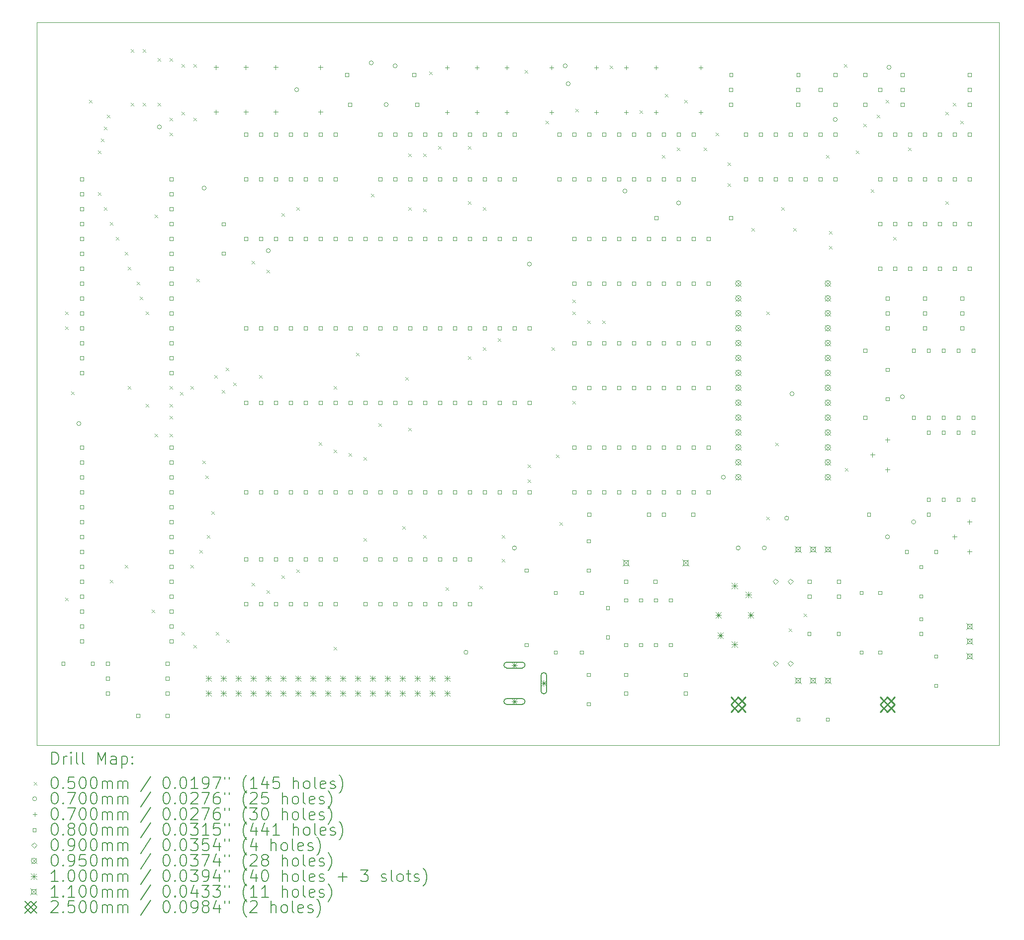
<source format=gbr>
%TF.GenerationSoftware,KiCad,Pcbnew,6.0.10-86aedd382b~118~ubuntu18.04.1*%
%TF.CreationDate,2023-11-20T15:15:39+00:00*%
%TF.ProjectId,micron_plus,6d696372-6f6e-45f7-906c-75732e6b6963,rev?*%
%TF.SameCoordinates,Original*%
%TF.FileFunction,Drillmap*%
%TF.FilePolarity,Positive*%
%FSLAX45Y45*%
G04 Gerber Fmt 4.5, Leading zero omitted, Abs format (unit mm)*
G04 Created by KiCad (PCBNEW 6.0.10-86aedd382b~118~ubuntu18.04.1) date 2023-11-20 15:15:39*
%MOMM*%
%LPD*%
G01*
G04 APERTURE LIST*
%ADD10C,0.100000*%
%ADD11C,0.200000*%
%ADD12C,0.050000*%
%ADD13C,0.070000*%
%ADD14C,0.080000*%
%ADD15C,0.090000*%
%ADD16C,0.095000*%
%ADD17C,0.110000*%
%ADD18C,0.250000*%
G04 APERTURE END LIST*
D10*
X20447000Y-14478000D02*
X4064000Y-14478000D01*
X4064000Y-2159000D02*
X20447000Y-2159000D01*
X4064000Y-14478000D02*
X4064000Y-2159000D01*
X20447000Y-2159000D02*
X20447000Y-14478000D01*
D11*
D12*
X4547000Y-7087000D02*
X4597000Y-7137000D01*
X4597000Y-7087000D02*
X4547000Y-7137000D01*
X4547000Y-7341000D02*
X4597000Y-7391000D01*
X4597000Y-7341000D02*
X4547000Y-7391000D01*
X4547000Y-11963800D02*
X4597000Y-12013800D01*
X4597000Y-11963800D02*
X4547000Y-12013800D01*
X4648600Y-8445900D02*
X4698600Y-8495900D01*
X4698600Y-8445900D02*
X4648600Y-8495900D01*
X4953400Y-3480200D02*
X5003400Y-3530200D01*
X5003400Y-3480200D02*
X4953400Y-3530200D01*
X5105800Y-4343800D02*
X5155800Y-4393800D01*
X5155800Y-4343800D02*
X5105800Y-4393800D01*
X5105800Y-5055000D02*
X5155800Y-5105000D01*
X5155800Y-5055000D02*
X5105800Y-5105000D01*
X5156600Y-4140600D02*
X5206600Y-4190600D01*
X5206600Y-4140600D02*
X5156600Y-4190600D01*
X5207400Y-3937400D02*
X5257400Y-3987400D01*
X5257400Y-3937400D02*
X5207400Y-3987400D01*
X5207400Y-5309000D02*
X5257400Y-5359000D01*
X5257400Y-5309000D02*
X5207400Y-5359000D01*
X5258200Y-3734200D02*
X5308200Y-3784200D01*
X5308200Y-3734200D02*
X5258200Y-3784200D01*
X5309000Y-5563000D02*
X5359000Y-5613000D01*
X5359000Y-5563000D02*
X5309000Y-5613000D01*
X5309000Y-11659000D02*
X5359000Y-11709000D01*
X5359000Y-11659000D02*
X5309000Y-11709000D01*
X5410600Y-5817000D02*
X5460600Y-5867000D01*
X5460600Y-5817000D02*
X5410600Y-5867000D01*
X5563000Y-6071000D02*
X5613000Y-6121000D01*
X5613000Y-6071000D02*
X5563000Y-6121000D01*
X5563000Y-11405000D02*
X5613000Y-11455000D01*
X5613000Y-11405000D02*
X5563000Y-11455000D01*
X5613800Y-6325000D02*
X5663800Y-6375000D01*
X5663800Y-6325000D02*
X5613800Y-6375000D01*
X5613800Y-8357000D02*
X5663800Y-8407000D01*
X5663800Y-8357000D02*
X5613800Y-8407000D01*
X5664600Y-2616600D02*
X5714600Y-2666600D01*
X5714600Y-2616600D02*
X5664600Y-2666600D01*
X5664600Y-3531000D02*
X5714600Y-3581000D01*
X5714600Y-3531000D02*
X5664600Y-3581000D01*
X5766200Y-6579000D02*
X5816200Y-6629000D01*
X5816200Y-6579000D02*
X5766200Y-6629000D01*
X5817000Y-6833000D02*
X5867000Y-6883000D01*
X5867000Y-6833000D02*
X5817000Y-6883000D01*
X5867800Y-2616600D02*
X5917800Y-2666600D01*
X5917800Y-2616600D02*
X5867800Y-2666600D01*
X5867800Y-3531000D02*
X5917800Y-3581000D01*
X5917800Y-3531000D02*
X5867800Y-3581000D01*
X5918600Y-7087000D02*
X5968600Y-7137000D01*
X5968600Y-7087000D02*
X5918600Y-7137000D01*
X5918600Y-8661800D02*
X5968600Y-8711800D01*
X5968600Y-8661800D02*
X5918600Y-8711800D01*
X6020200Y-12167000D02*
X6070200Y-12217000D01*
X6070200Y-12167000D02*
X6020200Y-12217000D01*
X6071000Y-5436000D02*
X6121000Y-5486000D01*
X6121000Y-5436000D02*
X6071000Y-5486000D01*
X6071000Y-9169800D02*
X6121000Y-9219800D01*
X6121000Y-9169800D02*
X6071000Y-9219800D01*
X6121800Y-2769000D02*
X6171800Y-2819000D01*
X6171800Y-2769000D02*
X6121800Y-2819000D01*
X6121800Y-3531000D02*
X6171800Y-3581000D01*
X6171800Y-3531000D02*
X6121800Y-3581000D01*
X6325000Y-2769000D02*
X6375000Y-2819000D01*
X6375000Y-2769000D02*
X6325000Y-2819000D01*
X6325000Y-3785000D02*
X6375000Y-3835000D01*
X6375000Y-3785000D02*
X6325000Y-3835000D01*
X6325000Y-4039000D02*
X6375000Y-4089000D01*
X6375000Y-4039000D02*
X6325000Y-4089000D01*
X6325000Y-8357000D02*
X6375000Y-8407000D01*
X6375000Y-8357000D02*
X6325000Y-8407000D01*
X6325000Y-8661800D02*
X6375000Y-8711800D01*
X6375000Y-8661800D02*
X6325000Y-8711800D01*
X6325000Y-8865000D02*
X6375000Y-8915000D01*
X6375000Y-8865000D02*
X6325000Y-8915000D01*
X6325000Y-9169800D02*
X6375000Y-9219800D01*
X6375000Y-9169800D02*
X6325000Y-9219800D01*
X6502800Y-8458600D02*
X6552800Y-8508600D01*
X6552800Y-8458600D02*
X6502800Y-8508600D01*
X6528200Y-2870600D02*
X6578200Y-2920600D01*
X6578200Y-2870600D02*
X6528200Y-2920600D01*
X6528200Y-3683400D02*
X6578200Y-3733400D01*
X6578200Y-3683400D02*
X6528200Y-3733400D01*
X6528200Y-12548000D02*
X6578200Y-12598000D01*
X6578200Y-12548000D02*
X6528200Y-12598000D01*
X6680600Y-8357000D02*
X6730600Y-8407000D01*
X6730600Y-8357000D02*
X6680600Y-8407000D01*
X6680600Y-11405000D02*
X6730600Y-11455000D01*
X6730600Y-11405000D02*
X6680600Y-11455000D01*
X6731400Y-2870600D02*
X6781400Y-2920600D01*
X6781400Y-2870600D02*
X6731400Y-2920600D01*
X6731400Y-3785000D02*
X6781400Y-3835000D01*
X6781400Y-3785000D02*
X6731400Y-3835000D01*
X6731400Y-12763900D02*
X6781400Y-12813900D01*
X6781400Y-12763900D02*
X6731400Y-12813900D01*
X6782200Y-6528200D02*
X6832200Y-6578200D01*
X6832200Y-6528200D02*
X6782200Y-6578200D01*
X6833000Y-11151000D02*
X6883000Y-11201000D01*
X6883000Y-11151000D02*
X6833000Y-11201000D01*
X6883800Y-9627000D02*
X6933800Y-9677000D01*
X6933800Y-9627000D02*
X6883800Y-9677000D01*
X6934600Y-9881000D02*
X6984600Y-9931000D01*
X6984600Y-9881000D02*
X6934600Y-9931000D01*
X6960000Y-10897000D02*
X7010000Y-10947000D01*
X7010000Y-10897000D02*
X6960000Y-10947000D01*
X7036200Y-10490600D02*
X7086200Y-10540600D01*
X7086200Y-10490600D02*
X7036200Y-10540600D01*
X7087000Y-8166500D02*
X7137000Y-8216500D01*
X7137000Y-8166500D02*
X7087000Y-8216500D01*
X7112400Y-12548000D02*
X7162400Y-12598000D01*
X7162400Y-12548000D02*
X7112400Y-12598000D01*
X7214000Y-8420500D02*
X7264000Y-8470500D01*
X7264000Y-8420500D02*
X7214000Y-8470500D01*
X7277500Y-8039500D02*
X7327500Y-8089500D01*
X7327500Y-8039500D02*
X7277500Y-8089500D01*
X7290200Y-12675000D02*
X7340200Y-12725000D01*
X7340200Y-12675000D02*
X7290200Y-12725000D01*
X7404500Y-8293500D02*
X7454500Y-8343500D01*
X7454500Y-8293500D02*
X7404500Y-8343500D01*
X7722000Y-6223400D02*
X7772000Y-6273400D01*
X7772000Y-6223400D02*
X7722000Y-6273400D01*
X7722000Y-11709800D02*
X7772000Y-11759800D01*
X7772000Y-11709800D02*
X7722000Y-11759800D01*
X7849000Y-8166500D02*
X7899000Y-8216500D01*
X7899000Y-8166500D02*
X7849000Y-8216500D01*
X7976000Y-6375800D02*
X8026000Y-6425800D01*
X8026000Y-6375800D02*
X7976000Y-6425800D01*
X7976000Y-11836800D02*
X8026000Y-11886800D01*
X8026000Y-11836800D02*
X7976000Y-11886800D01*
X8230000Y-5410600D02*
X8280000Y-5460600D01*
X8280000Y-5410600D02*
X8230000Y-5460600D01*
X8230000Y-11582800D02*
X8280000Y-11632800D01*
X8280000Y-11582800D02*
X8230000Y-11632800D01*
X8484000Y-5309000D02*
X8534000Y-5359000D01*
X8534000Y-5309000D02*
X8484000Y-5359000D01*
X8484000Y-11481200D02*
X8534000Y-11531200D01*
X8534000Y-11481200D02*
X8484000Y-11531200D01*
X8865000Y-9309500D02*
X8915000Y-9359500D01*
X8915000Y-9309500D02*
X8865000Y-9359500D01*
X9119000Y-8357000D02*
X9169000Y-8407000D01*
X9169000Y-8357000D02*
X9119000Y-8407000D01*
X9119000Y-9436500D02*
X9169000Y-9486500D01*
X9169000Y-9436500D02*
X9119000Y-9486500D01*
X9119000Y-12802000D02*
X9169000Y-12852000D01*
X9169000Y-12802000D02*
X9119000Y-12852000D01*
X9373000Y-9500000D02*
X9423000Y-9550000D01*
X9423000Y-9500000D02*
X9373000Y-9550000D01*
X9500000Y-7785500D02*
X9550000Y-7835500D01*
X9550000Y-7785500D02*
X9500000Y-7835500D01*
X9627000Y-9563500D02*
X9677000Y-9613500D01*
X9677000Y-9563500D02*
X9627000Y-9613500D01*
X9627000Y-10947800D02*
X9677000Y-10997800D01*
X9677000Y-10947800D02*
X9627000Y-10997800D01*
X9754000Y-5080400D02*
X9804000Y-5130400D01*
X9804000Y-5080400D02*
X9754000Y-5130400D01*
X9881000Y-8992000D02*
X9931000Y-9042000D01*
X9931000Y-8992000D02*
X9881000Y-9042000D01*
X10287400Y-10744600D02*
X10337400Y-10794600D01*
X10337400Y-10744600D02*
X10287400Y-10794600D01*
X10338200Y-8204600D02*
X10388200Y-8254600D01*
X10388200Y-8204600D02*
X10338200Y-8254600D01*
X10389000Y-4394600D02*
X10439000Y-4444600D01*
X10439000Y-4394600D02*
X10389000Y-4444600D01*
X10389000Y-5309000D02*
X10439000Y-5359000D01*
X10439000Y-5309000D02*
X10389000Y-5359000D01*
X10389000Y-9068200D02*
X10439000Y-9118200D01*
X10439000Y-9068200D02*
X10389000Y-9118200D01*
X10643000Y-4394600D02*
X10693000Y-4444600D01*
X10693000Y-4394600D02*
X10643000Y-4444600D01*
X10643000Y-5334400D02*
X10693000Y-5384400D01*
X10693000Y-5334400D02*
X10643000Y-5384400D01*
X10643000Y-10897000D02*
X10693000Y-10947000D01*
X10693000Y-10897000D02*
X10643000Y-10947000D01*
X10744600Y-2997600D02*
X10794600Y-3047600D01*
X10794600Y-2997600D02*
X10744600Y-3047600D01*
X10897000Y-4267600D02*
X10947000Y-4317600D01*
X10947000Y-4267600D02*
X10897000Y-4317600D01*
X11024000Y-11786000D02*
X11074000Y-11836000D01*
X11074000Y-11786000D02*
X11024000Y-11836000D01*
X11405000Y-4267600D02*
X11455000Y-4317600D01*
X11455000Y-4267600D02*
X11405000Y-4317600D01*
X11405000Y-5207400D02*
X11455000Y-5257400D01*
X11455000Y-5207400D02*
X11405000Y-5257400D01*
X11405000Y-7849000D02*
X11455000Y-7899000D01*
X11455000Y-7849000D02*
X11405000Y-7899000D01*
X11595500Y-11760600D02*
X11645500Y-11810600D01*
X11645500Y-11760600D02*
X11595500Y-11810600D01*
X11659000Y-5309000D02*
X11709000Y-5359000D01*
X11709000Y-5309000D02*
X11659000Y-5359000D01*
X11659000Y-7696600D02*
X11709000Y-7746600D01*
X11709000Y-7696600D02*
X11659000Y-7746600D01*
X11913000Y-7544200D02*
X11963000Y-7594200D01*
X11963000Y-7544200D02*
X11913000Y-7594200D01*
X11976500Y-10897000D02*
X12026500Y-10947000D01*
X12026500Y-10897000D02*
X11976500Y-10947000D01*
X11976500Y-11303400D02*
X12026500Y-11353400D01*
X12026500Y-11303400D02*
X11976500Y-11353400D01*
X12370200Y-2972200D02*
X12420200Y-3022200D01*
X12420200Y-2972200D02*
X12370200Y-3022200D01*
X12421000Y-9690500D02*
X12471000Y-9740500D01*
X12471000Y-9690500D02*
X12421000Y-9740500D01*
X12421000Y-9944500D02*
X12471000Y-9994500D01*
X12471000Y-9944500D02*
X12421000Y-9994500D01*
X12725800Y-3835800D02*
X12775800Y-3885800D01*
X12775800Y-3835800D02*
X12725800Y-3885800D01*
X12827400Y-7696600D02*
X12877400Y-7746600D01*
X12877400Y-7696600D02*
X12827400Y-7746600D01*
X12903600Y-9525400D02*
X12953600Y-9575400D01*
X12953600Y-9525400D02*
X12903600Y-9575400D01*
X12960750Y-10674750D02*
X13010750Y-10724750D01*
X13010750Y-10674750D02*
X12960750Y-10724750D01*
X13183000Y-6883800D02*
X13233000Y-6933800D01*
X13233000Y-6883800D02*
X13183000Y-6933800D01*
X13183000Y-7087000D02*
X13233000Y-7137000D01*
X13233000Y-7087000D02*
X13183000Y-7137000D01*
X13183000Y-8611000D02*
X13233000Y-8661000D01*
X13233000Y-8611000D02*
X13183000Y-8661000D01*
X13233800Y-3632600D02*
X13283800Y-3682600D01*
X13283800Y-3632600D02*
X13233800Y-3682600D01*
X13437000Y-7239400D02*
X13487000Y-7289400D01*
X13487000Y-7239400D02*
X13437000Y-7289400D01*
X13691000Y-7239400D02*
X13741000Y-7289400D01*
X13741000Y-7239400D02*
X13691000Y-7289400D01*
X13818000Y-2896000D02*
X13868000Y-2946000D01*
X13868000Y-2896000D02*
X13818000Y-2946000D01*
X14326000Y-3658000D02*
X14376000Y-3708000D01*
X14376000Y-3658000D02*
X14326000Y-3708000D01*
X14707000Y-4420000D02*
X14757000Y-4470000D01*
X14757000Y-4420000D02*
X14707000Y-4470000D01*
X14757800Y-3378600D02*
X14807800Y-3428600D01*
X14807800Y-3378600D02*
X14757800Y-3428600D01*
X14961000Y-4293000D02*
X15011000Y-4343000D01*
X15011000Y-4293000D02*
X14961000Y-4343000D01*
X15088000Y-3480200D02*
X15138000Y-3530200D01*
X15138000Y-3480200D02*
X15088000Y-3530200D01*
X15418200Y-4293000D02*
X15468200Y-4343000D01*
X15468200Y-4293000D02*
X15418200Y-4343000D01*
X15621400Y-4039000D02*
X15671400Y-4089000D01*
X15671400Y-4039000D02*
X15621400Y-4089000D01*
X15824600Y-4547000D02*
X15874600Y-4597000D01*
X15874600Y-4547000D02*
X15824600Y-4597000D01*
X15824600Y-4902600D02*
X15874600Y-4952600D01*
X15874600Y-4902600D02*
X15824600Y-4952600D01*
X16231000Y-5664600D02*
X16281000Y-5714600D01*
X16281000Y-5664600D02*
X16231000Y-5714600D01*
X16485000Y-7087000D02*
X16535000Y-7137000D01*
X16535000Y-7087000D02*
X16485000Y-7137000D01*
X16485000Y-10579500D02*
X16535000Y-10629500D01*
X16535000Y-10579500D02*
X16485000Y-10629500D01*
X16637400Y-9322200D02*
X16687400Y-9372200D01*
X16687400Y-9322200D02*
X16637400Y-9372200D01*
X16739000Y-5309000D02*
X16789000Y-5359000D01*
X16789000Y-5309000D02*
X16739000Y-5359000D01*
X16866000Y-12484500D02*
X16916000Y-12534500D01*
X16916000Y-12484500D02*
X16866000Y-12534500D01*
X16942200Y-5664600D02*
X16992200Y-5714600D01*
X16992200Y-5664600D02*
X16942200Y-5714600D01*
X17120000Y-12230500D02*
X17170000Y-12280500D01*
X17170000Y-12230500D02*
X17120000Y-12280500D01*
X17501000Y-4420000D02*
X17551000Y-4470000D01*
X17551000Y-4420000D02*
X17501000Y-4470000D01*
X17551800Y-5715400D02*
X17601800Y-5765400D01*
X17601800Y-5715400D02*
X17551800Y-5765400D01*
X17551800Y-5969400D02*
X17601800Y-6019400D01*
X17601800Y-5969400D02*
X17551800Y-6019400D01*
X17805800Y-2870600D02*
X17855800Y-2920600D01*
X17855800Y-2870600D02*
X17805800Y-2920600D01*
X17818500Y-9754000D02*
X17868500Y-9804000D01*
X17868500Y-9754000D02*
X17818500Y-9804000D01*
X18009000Y-4343800D02*
X18059000Y-4393800D01*
X18059000Y-4343800D02*
X18009000Y-4393800D01*
X18136000Y-3886600D02*
X18186000Y-3936600D01*
X18186000Y-3886600D02*
X18136000Y-3936600D01*
X18263000Y-5004200D02*
X18313000Y-5054200D01*
X18313000Y-5004200D02*
X18263000Y-5054200D01*
X18364600Y-3734200D02*
X18414600Y-3784200D01*
X18414600Y-3734200D02*
X18364600Y-3784200D01*
X18517000Y-3480200D02*
X18567000Y-3530200D01*
X18567000Y-3480200D02*
X18517000Y-3530200D01*
X18644000Y-5817000D02*
X18694000Y-5867000D01*
X18694000Y-5817000D02*
X18644000Y-5867000D01*
X18897500Y-4293000D02*
X18947500Y-4343000D01*
X18947500Y-4293000D02*
X18897500Y-4343000D01*
X19533000Y-3683400D02*
X19583000Y-3733400D01*
X19583000Y-3683400D02*
X19533000Y-3733400D01*
X19533000Y-5207400D02*
X19583000Y-5257400D01*
X19583000Y-5207400D02*
X19533000Y-5257400D01*
X19660000Y-3531000D02*
X19710000Y-3581000D01*
X19710000Y-3531000D02*
X19660000Y-3581000D01*
X19787000Y-3835800D02*
X19837000Y-3885800D01*
X19837000Y-3835800D02*
X19787000Y-3885800D01*
D13*
X4810200Y-8991600D02*
G75*
G03*
X4810200Y-8991600I-35000J0D01*
G01*
X6181800Y-3937000D02*
G75*
G03*
X6181800Y-3937000I-35000J0D01*
G01*
X6943800Y-4978400D02*
G75*
G03*
X6943800Y-4978400I-35000J0D01*
G01*
X8036000Y-6045200D02*
G75*
G03*
X8036000Y-6045200I-35000J0D01*
G01*
X8518600Y-3302000D02*
G75*
G03*
X8518600Y-3302000I-35000J0D01*
G01*
X9788600Y-2844800D02*
G75*
G03*
X9788600Y-2844800I-35000J0D01*
G01*
X10042600Y-3556000D02*
G75*
G03*
X10042600Y-3556000I-35000J0D01*
G01*
X10195000Y-2895600D02*
G75*
G03*
X10195000Y-2895600I-35000J0D01*
G01*
X11401500Y-12890500D02*
G75*
G03*
X11401500Y-12890500I-35000J0D01*
G01*
X12227000Y-11112500D02*
G75*
G03*
X12227000Y-11112500I-35000J0D01*
G01*
X12481000Y-6273800D02*
G75*
G03*
X12481000Y-6273800I-35000J0D01*
G01*
X13090600Y-2895600D02*
G75*
G03*
X13090600Y-2895600I-35000J0D01*
G01*
X13141400Y-3200400D02*
G75*
G03*
X13141400Y-3200400I-35000J0D01*
G01*
X14106600Y-5029200D02*
G75*
G03*
X14106600Y-5029200I-35000J0D01*
G01*
X15021000Y-5232400D02*
G75*
G03*
X15021000Y-5232400I-35000J0D01*
G01*
X15783000Y-9906000D02*
G75*
G03*
X15783000Y-9906000I-35000J0D01*
G01*
X16037000Y-11112500D02*
G75*
G03*
X16037000Y-11112500I-35000J0D01*
G01*
X16481500Y-11112500D02*
G75*
G03*
X16481500Y-11112500I-35000J0D01*
G01*
X16862500Y-10604500D02*
G75*
G03*
X16862500Y-10604500I-35000J0D01*
G01*
X16951400Y-8483600D02*
G75*
G03*
X16951400Y-8483600I-35000J0D01*
G01*
X17688000Y-3810000D02*
G75*
G03*
X17688000Y-3810000I-35000J0D01*
G01*
X18577000Y-10922000D02*
G75*
G03*
X18577000Y-10922000I-35000J0D01*
G01*
X18602400Y-2921000D02*
G75*
G03*
X18602400Y-2921000I-35000J0D01*
G01*
X18831000Y-8534400D02*
G75*
G03*
X18831000Y-8534400I-35000J0D01*
G01*
X19021500Y-10668000D02*
G75*
G03*
X19021500Y-10668000I-35000J0D01*
G01*
X7112000Y-2886000D02*
X7112000Y-2956000D01*
X7077000Y-2921000D02*
X7147000Y-2921000D01*
X7112000Y-3648000D02*
X7112000Y-3718000D01*
X7077000Y-3683000D02*
X7147000Y-3683000D01*
X7620000Y-2886000D02*
X7620000Y-2956000D01*
X7585000Y-2921000D02*
X7655000Y-2921000D01*
X7620000Y-3648000D02*
X7620000Y-3718000D01*
X7585000Y-3683000D02*
X7655000Y-3683000D01*
X8128000Y-2886000D02*
X8128000Y-2956000D01*
X8093000Y-2921000D02*
X8163000Y-2921000D01*
X8128000Y-3648000D02*
X8128000Y-3718000D01*
X8093000Y-3683000D02*
X8163000Y-3683000D01*
X8890000Y-2886000D02*
X8890000Y-2956000D01*
X8855000Y-2921000D02*
X8925000Y-2921000D01*
X8890000Y-3648000D02*
X8890000Y-3718000D01*
X8855000Y-3683000D02*
X8925000Y-3683000D01*
X11045750Y-2890750D02*
X11045750Y-2960750D01*
X11010750Y-2925750D02*
X11080750Y-2925750D01*
X11045750Y-3652750D02*
X11045750Y-3722750D01*
X11010750Y-3687750D02*
X11080750Y-3687750D01*
X11553750Y-2890750D02*
X11553750Y-2960750D01*
X11518750Y-2925750D02*
X11588750Y-2925750D01*
X11553750Y-3652750D02*
X11553750Y-3722750D01*
X11518750Y-3687750D02*
X11588750Y-3687750D01*
X12061750Y-2890750D02*
X12061750Y-2960750D01*
X12026750Y-2925750D02*
X12096750Y-2925750D01*
X12061750Y-3652750D02*
X12061750Y-3722750D01*
X12026750Y-3687750D02*
X12096750Y-3687750D01*
X12823750Y-2890750D02*
X12823750Y-2960750D01*
X12788750Y-2925750D02*
X12858750Y-2925750D01*
X12823750Y-3652750D02*
X12823750Y-3722750D01*
X12788750Y-3687750D02*
X12858750Y-3687750D01*
X13585750Y-2890750D02*
X13585750Y-2960750D01*
X13550750Y-2925750D02*
X13620750Y-2925750D01*
X13585750Y-3652750D02*
X13585750Y-3722750D01*
X13550750Y-3687750D02*
X13620750Y-3687750D01*
X14093750Y-2890750D02*
X14093750Y-2960750D01*
X14058750Y-2925750D02*
X14128750Y-2925750D01*
X14093750Y-3652750D02*
X14093750Y-3722750D01*
X14058750Y-3687750D02*
X14128750Y-3687750D01*
X14601750Y-2890750D02*
X14601750Y-2960750D01*
X14566750Y-2925750D02*
X14636750Y-2925750D01*
X14601750Y-3652750D02*
X14601750Y-3722750D01*
X14566750Y-3687750D02*
X14636750Y-3687750D01*
X15363750Y-2890750D02*
X15363750Y-2960750D01*
X15328750Y-2925750D02*
X15398750Y-2925750D01*
X15363750Y-3652750D02*
X15363750Y-3722750D01*
X15328750Y-3687750D02*
X15398750Y-3687750D01*
X18288000Y-9490000D02*
X18288000Y-9560000D01*
X18253000Y-9525000D02*
X18323000Y-9525000D01*
X18542000Y-9236000D02*
X18542000Y-9306000D01*
X18507000Y-9271000D02*
X18577000Y-9271000D01*
X18542000Y-9744000D02*
X18542000Y-9814000D01*
X18507000Y-9779000D02*
X18577000Y-9779000D01*
X19685000Y-10887000D02*
X19685000Y-10957000D01*
X19650000Y-10922000D02*
X19720000Y-10922000D01*
X19939000Y-10633000D02*
X19939000Y-10703000D01*
X19904000Y-10668000D02*
X19974000Y-10668000D01*
X19939000Y-11141000D02*
X19939000Y-11211000D01*
X19904000Y-11176000D02*
X19974000Y-11176000D01*
D14*
X4536785Y-13109284D02*
X4536785Y-13052715D01*
X4480216Y-13052715D01*
X4480216Y-13109284D01*
X4536785Y-13109284D01*
X4854285Y-4853285D02*
X4854285Y-4796716D01*
X4797716Y-4796716D01*
X4797716Y-4853285D01*
X4854285Y-4853285D01*
X4854285Y-5107285D02*
X4854285Y-5050716D01*
X4797716Y-5050716D01*
X4797716Y-5107285D01*
X4854285Y-5107285D01*
X4854285Y-5361285D02*
X4854285Y-5304716D01*
X4797716Y-5304716D01*
X4797716Y-5361285D01*
X4854285Y-5361285D01*
X4854285Y-5615284D02*
X4854285Y-5558716D01*
X4797716Y-5558716D01*
X4797716Y-5615284D01*
X4854285Y-5615284D01*
X4854285Y-5869284D02*
X4854285Y-5812715D01*
X4797716Y-5812715D01*
X4797716Y-5869284D01*
X4854285Y-5869284D01*
X4854285Y-6123284D02*
X4854285Y-6066715D01*
X4797716Y-6066715D01*
X4797716Y-6123284D01*
X4854285Y-6123284D01*
X4854285Y-6377284D02*
X4854285Y-6320715D01*
X4797716Y-6320715D01*
X4797716Y-6377284D01*
X4854285Y-6377284D01*
X4854285Y-6631284D02*
X4854285Y-6574715D01*
X4797716Y-6574715D01*
X4797716Y-6631284D01*
X4854285Y-6631284D01*
X4854285Y-6885284D02*
X4854285Y-6828715D01*
X4797716Y-6828715D01*
X4797716Y-6885284D01*
X4854285Y-6885284D01*
X4854285Y-7139284D02*
X4854285Y-7082715D01*
X4797716Y-7082715D01*
X4797716Y-7139284D01*
X4854285Y-7139284D01*
X4854285Y-7393284D02*
X4854285Y-7336715D01*
X4797716Y-7336715D01*
X4797716Y-7393284D01*
X4854285Y-7393284D01*
X4854285Y-7647284D02*
X4854285Y-7590715D01*
X4797716Y-7590715D01*
X4797716Y-7647284D01*
X4854285Y-7647284D01*
X4854285Y-7901284D02*
X4854285Y-7844715D01*
X4797716Y-7844715D01*
X4797716Y-7901284D01*
X4854285Y-7901284D01*
X4854285Y-8155284D02*
X4854285Y-8098715D01*
X4797716Y-8098715D01*
X4797716Y-8155284D01*
X4854285Y-8155284D01*
X4854785Y-9425285D02*
X4854785Y-9368716D01*
X4798216Y-9368716D01*
X4798216Y-9425285D01*
X4854785Y-9425285D01*
X4854785Y-9679285D02*
X4854785Y-9622716D01*
X4798216Y-9622716D01*
X4798216Y-9679285D01*
X4854785Y-9679285D01*
X4854785Y-9933285D02*
X4854785Y-9876716D01*
X4798216Y-9876716D01*
X4798216Y-9933285D01*
X4854785Y-9933285D01*
X4854785Y-10187285D02*
X4854785Y-10130716D01*
X4798216Y-10130716D01*
X4798216Y-10187285D01*
X4854785Y-10187285D01*
X4854785Y-10441285D02*
X4854785Y-10384716D01*
X4798216Y-10384716D01*
X4798216Y-10441285D01*
X4854785Y-10441285D01*
X4854785Y-10695285D02*
X4854785Y-10638716D01*
X4798216Y-10638716D01*
X4798216Y-10695285D01*
X4854785Y-10695285D01*
X4854785Y-10949285D02*
X4854785Y-10892716D01*
X4798216Y-10892716D01*
X4798216Y-10949285D01*
X4854785Y-10949285D01*
X4854785Y-11203284D02*
X4854785Y-11146716D01*
X4798216Y-11146716D01*
X4798216Y-11203284D01*
X4854785Y-11203284D01*
X4854785Y-11457284D02*
X4854785Y-11400715D01*
X4798216Y-11400715D01*
X4798216Y-11457284D01*
X4854785Y-11457284D01*
X4854785Y-11711284D02*
X4854785Y-11654715D01*
X4798216Y-11654715D01*
X4798216Y-11711284D01*
X4854785Y-11711284D01*
X4854785Y-11965284D02*
X4854785Y-11908715D01*
X4798216Y-11908715D01*
X4798216Y-11965284D01*
X4854785Y-11965284D01*
X4854785Y-12219284D02*
X4854785Y-12162715D01*
X4798216Y-12162715D01*
X4798216Y-12219284D01*
X4854785Y-12219284D01*
X4854785Y-12473284D02*
X4854785Y-12416715D01*
X4798216Y-12416715D01*
X4798216Y-12473284D01*
X4854785Y-12473284D01*
X4854785Y-12727284D02*
X4854785Y-12670715D01*
X4798216Y-12670715D01*
X4798216Y-12727284D01*
X4854785Y-12727284D01*
X5036785Y-13109284D02*
X5036785Y-13052715D01*
X4980216Y-13052715D01*
X4980216Y-13109284D01*
X5036785Y-13109284D01*
X5294785Y-13109284D02*
X5294785Y-13052715D01*
X5238216Y-13052715D01*
X5238216Y-13109284D01*
X5294785Y-13109284D01*
X5294785Y-13363284D02*
X5294785Y-13306715D01*
X5238216Y-13306715D01*
X5238216Y-13363284D01*
X5294785Y-13363284D01*
X5294785Y-13617284D02*
X5294785Y-13560715D01*
X5238216Y-13560715D01*
X5238216Y-13617284D01*
X5294785Y-13617284D01*
X5810784Y-13998284D02*
X5810784Y-13941715D01*
X5754215Y-13941715D01*
X5754215Y-13998284D01*
X5810784Y-13998284D01*
X6310784Y-13109284D02*
X6310784Y-13052715D01*
X6254215Y-13052715D01*
X6254215Y-13109284D01*
X6310784Y-13109284D01*
X6310784Y-13363284D02*
X6310784Y-13306715D01*
X6254215Y-13306715D01*
X6254215Y-13363284D01*
X6310784Y-13363284D01*
X6310784Y-13617284D02*
X6310784Y-13560715D01*
X6254215Y-13560715D01*
X6254215Y-13617284D01*
X6310784Y-13617284D01*
X6310784Y-13998284D02*
X6310784Y-13941715D01*
X6254215Y-13941715D01*
X6254215Y-13998284D01*
X6310784Y-13998284D01*
X6378284Y-4853285D02*
X6378284Y-4796716D01*
X6321715Y-4796716D01*
X6321715Y-4853285D01*
X6378284Y-4853285D01*
X6378284Y-5107285D02*
X6378284Y-5050716D01*
X6321715Y-5050716D01*
X6321715Y-5107285D01*
X6378284Y-5107285D01*
X6378284Y-5361285D02*
X6378284Y-5304716D01*
X6321715Y-5304716D01*
X6321715Y-5361285D01*
X6378284Y-5361285D01*
X6378284Y-5615284D02*
X6378284Y-5558716D01*
X6321715Y-5558716D01*
X6321715Y-5615284D01*
X6378284Y-5615284D01*
X6378284Y-5869284D02*
X6378284Y-5812715D01*
X6321715Y-5812715D01*
X6321715Y-5869284D01*
X6378284Y-5869284D01*
X6378284Y-6123284D02*
X6378284Y-6066715D01*
X6321715Y-6066715D01*
X6321715Y-6123284D01*
X6378284Y-6123284D01*
X6378284Y-6377284D02*
X6378284Y-6320715D01*
X6321715Y-6320715D01*
X6321715Y-6377284D01*
X6378284Y-6377284D01*
X6378284Y-6631284D02*
X6378284Y-6574715D01*
X6321715Y-6574715D01*
X6321715Y-6631284D01*
X6378284Y-6631284D01*
X6378284Y-6885284D02*
X6378284Y-6828715D01*
X6321715Y-6828715D01*
X6321715Y-6885284D01*
X6378284Y-6885284D01*
X6378284Y-7139284D02*
X6378284Y-7082715D01*
X6321715Y-7082715D01*
X6321715Y-7139284D01*
X6378284Y-7139284D01*
X6378284Y-7393284D02*
X6378284Y-7336715D01*
X6321715Y-7336715D01*
X6321715Y-7393284D01*
X6378284Y-7393284D01*
X6378284Y-7647284D02*
X6378284Y-7590715D01*
X6321715Y-7590715D01*
X6321715Y-7647284D01*
X6378284Y-7647284D01*
X6378284Y-7901284D02*
X6378284Y-7844715D01*
X6321715Y-7844715D01*
X6321715Y-7901284D01*
X6378284Y-7901284D01*
X6378284Y-8155284D02*
X6378284Y-8098715D01*
X6321715Y-8098715D01*
X6321715Y-8155284D01*
X6378284Y-8155284D01*
X6378784Y-9425285D02*
X6378784Y-9368716D01*
X6322215Y-9368716D01*
X6322215Y-9425285D01*
X6378784Y-9425285D01*
X6378784Y-9679285D02*
X6378784Y-9622716D01*
X6322215Y-9622716D01*
X6322215Y-9679285D01*
X6378784Y-9679285D01*
X6378784Y-9933285D02*
X6378784Y-9876716D01*
X6322215Y-9876716D01*
X6322215Y-9933285D01*
X6378784Y-9933285D01*
X6378784Y-10187285D02*
X6378784Y-10130716D01*
X6322215Y-10130716D01*
X6322215Y-10187285D01*
X6378784Y-10187285D01*
X6378784Y-10441285D02*
X6378784Y-10384716D01*
X6322215Y-10384716D01*
X6322215Y-10441285D01*
X6378784Y-10441285D01*
X6378784Y-10695285D02*
X6378784Y-10638716D01*
X6322215Y-10638716D01*
X6322215Y-10695285D01*
X6378784Y-10695285D01*
X6378784Y-10949285D02*
X6378784Y-10892716D01*
X6322215Y-10892716D01*
X6322215Y-10949285D01*
X6378784Y-10949285D01*
X6378784Y-11203284D02*
X6378784Y-11146716D01*
X6322215Y-11146716D01*
X6322215Y-11203284D01*
X6378784Y-11203284D01*
X6378784Y-11457284D02*
X6378784Y-11400715D01*
X6322215Y-11400715D01*
X6322215Y-11457284D01*
X6378784Y-11457284D01*
X6378784Y-11711284D02*
X6378784Y-11654715D01*
X6322215Y-11654715D01*
X6322215Y-11711284D01*
X6378784Y-11711284D01*
X6378784Y-11965284D02*
X6378784Y-11908715D01*
X6322215Y-11908715D01*
X6322215Y-11965284D01*
X6378784Y-11965284D01*
X6378784Y-12219284D02*
X6378784Y-12162715D01*
X6322215Y-12162715D01*
X6322215Y-12219284D01*
X6378784Y-12219284D01*
X6378784Y-12473284D02*
X6378784Y-12416715D01*
X6322215Y-12416715D01*
X6322215Y-12473284D01*
X6378784Y-12473284D01*
X6378784Y-12727284D02*
X6378784Y-12670715D01*
X6322215Y-12670715D01*
X6322215Y-12727284D01*
X6378784Y-12727284D01*
X7267284Y-5620284D02*
X7267284Y-5563716D01*
X7210715Y-5563716D01*
X7210715Y-5620284D01*
X7267284Y-5620284D01*
X7267284Y-6120284D02*
X7267284Y-6063715D01*
X7210715Y-6063715D01*
X7210715Y-6120284D01*
X7267284Y-6120284D01*
X7647784Y-4093784D02*
X7647784Y-4037215D01*
X7591215Y-4037215D01*
X7591215Y-4093784D01*
X7647784Y-4093784D01*
X7647784Y-4855785D02*
X7647784Y-4799216D01*
X7591215Y-4799216D01*
X7591215Y-4855785D01*
X7647784Y-4855785D01*
X7647784Y-11332784D02*
X7647784Y-11276215D01*
X7591215Y-11276215D01*
X7591215Y-11332784D01*
X7647784Y-11332784D01*
X7647784Y-12094784D02*
X7647784Y-12038215D01*
X7591215Y-12038215D01*
X7591215Y-12094784D01*
X7647784Y-12094784D01*
X7648284Y-5870284D02*
X7648284Y-5813715D01*
X7591715Y-5813715D01*
X7591715Y-5870284D01*
X7648284Y-5870284D01*
X7648284Y-7394284D02*
X7648284Y-7337715D01*
X7591715Y-7337715D01*
X7591715Y-7394284D01*
X7648284Y-7394284D01*
X7648284Y-8664285D02*
X7648284Y-8607716D01*
X7591715Y-8607716D01*
X7591715Y-8664285D01*
X7648284Y-8664285D01*
X7648284Y-10188285D02*
X7648284Y-10131716D01*
X7591715Y-10131716D01*
X7591715Y-10188285D01*
X7648284Y-10188285D01*
X7901784Y-4093784D02*
X7901784Y-4037215D01*
X7845215Y-4037215D01*
X7845215Y-4093784D01*
X7901784Y-4093784D01*
X7901784Y-4855785D02*
X7901784Y-4799216D01*
X7845215Y-4799216D01*
X7845215Y-4855785D01*
X7901784Y-4855785D01*
X7901784Y-11332784D02*
X7901784Y-11276215D01*
X7845215Y-11276215D01*
X7845215Y-11332784D01*
X7901784Y-11332784D01*
X7901784Y-12094784D02*
X7901784Y-12038215D01*
X7845215Y-12038215D01*
X7845215Y-12094784D01*
X7901784Y-12094784D01*
X7902284Y-5870284D02*
X7902284Y-5813715D01*
X7845715Y-5813715D01*
X7845715Y-5870284D01*
X7902284Y-5870284D01*
X7902284Y-7394284D02*
X7902284Y-7337715D01*
X7845715Y-7337715D01*
X7845715Y-7394284D01*
X7902284Y-7394284D01*
X7902284Y-8664285D02*
X7902284Y-8607716D01*
X7845715Y-8607716D01*
X7845715Y-8664285D01*
X7902284Y-8664285D01*
X7902284Y-10188285D02*
X7902284Y-10131716D01*
X7845715Y-10131716D01*
X7845715Y-10188285D01*
X7902284Y-10188285D01*
X8155784Y-4093784D02*
X8155784Y-4037215D01*
X8099215Y-4037215D01*
X8099215Y-4093784D01*
X8155784Y-4093784D01*
X8155784Y-4855785D02*
X8155784Y-4799216D01*
X8099215Y-4799216D01*
X8099215Y-4855785D01*
X8155784Y-4855785D01*
X8155784Y-11332784D02*
X8155784Y-11276215D01*
X8099215Y-11276215D01*
X8099215Y-11332784D01*
X8155784Y-11332784D01*
X8155784Y-12094784D02*
X8155784Y-12038215D01*
X8099215Y-12038215D01*
X8099215Y-12094784D01*
X8155784Y-12094784D01*
X8156284Y-5870284D02*
X8156284Y-5813715D01*
X8099715Y-5813715D01*
X8099715Y-5870284D01*
X8156284Y-5870284D01*
X8156284Y-7394284D02*
X8156284Y-7337715D01*
X8099715Y-7337715D01*
X8099715Y-7394284D01*
X8156284Y-7394284D01*
X8156284Y-8664285D02*
X8156284Y-8607716D01*
X8099715Y-8607716D01*
X8099715Y-8664285D01*
X8156284Y-8664285D01*
X8156284Y-10188285D02*
X8156284Y-10131716D01*
X8099715Y-10131716D01*
X8099715Y-10188285D01*
X8156284Y-10188285D01*
X8409785Y-4093784D02*
X8409785Y-4037215D01*
X8353215Y-4037215D01*
X8353215Y-4093784D01*
X8409785Y-4093784D01*
X8409785Y-4855785D02*
X8409785Y-4799216D01*
X8353215Y-4799216D01*
X8353215Y-4855785D01*
X8409785Y-4855785D01*
X8409785Y-11332784D02*
X8409785Y-11276215D01*
X8353215Y-11276215D01*
X8353215Y-11332784D01*
X8409785Y-11332784D01*
X8409785Y-12094784D02*
X8409785Y-12038215D01*
X8353215Y-12038215D01*
X8353215Y-12094784D01*
X8409785Y-12094784D01*
X8410285Y-5870284D02*
X8410285Y-5813715D01*
X8353715Y-5813715D01*
X8353715Y-5870284D01*
X8410285Y-5870284D01*
X8410285Y-7394284D02*
X8410285Y-7337715D01*
X8353715Y-7337715D01*
X8353715Y-7394284D01*
X8410285Y-7394284D01*
X8410285Y-8664285D02*
X8410285Y-8607716D01*
X8353715Y-8607716D01*
X8353715Y-8664285D01*
X8410285Y-8664285D01*
X8410285Y-10188285D02*
X8410285Y-10131716D01*
X8353715Y-10131716D01*
X8353715Y-10188285D01*
X8410285Y-10188285D01*
X8663785Y-4093784D02*
X8663785Y-4037215D01*
X8607216Y-4037215D01*
X8607216Y-4093784D01*
X8663785Y-4093784D01*
X8663785Y-4855785D02*
X8663785Y-4799216D01*
X8607216Y-4799216D01*
X8607216Y-4855785D01*
X8663785Y-4855785D01*
X8663785Y-11332784D02*
X8663785Y-11276215D01*
X8607216Y-11276215D01*
X8607216Y-11332784D01*
X8663785Y-11332784D01*
X8663785Y-12094784D02*
X8663785Y-12038215D01*
X8607216Y-12038215D01*
X8607216Y-12094784D01*
X8663785Y-12094784D01*
X8664285Y-5870284D02*
X8664285Y-5813715D01*
X8607716Y-5813715D01*
X8607716Y-5870284D01*
X8664285Y-5870284D01*
X8664285Y-7394284D02*
X8664285Y-7337715D01*
X8607716Y-7337715D01*
X8607716Y-7394284D01*
X8664285Y-7394284D01*
X8664285Y-8664285D02*
X8664285Y-8607716D01*
X8607716Y-8607716D01*
X8607716Y-8664285D01*
X8664285Y-8664285D01*
X8664285Y-10188285D02*
X8664285Y-10131716D01*
X8607716Y-10131716D01*
X8607716Y-10188285D01*
X8664285Y-10188285D01*
X8917785Y-4093784D02*
X8917785Y-4037215D01*
X8861216Y-4037215D01*
X8861216Y-4093784D01*
X8917785Y-4093784D01*
X8917785Y-4855785D02*
X8917785Y-4799216D01*
X8861216Y-4799216D01*
X8861216Y-4855785D01*
X8917785Y-4855785D01*
X8917785Y-11332784D02*
X8917785Y-11276215D01*
X8861216Y-11276215D01*
X8861216Y-11332784D01*
X8917785Y-11332784D01*
X8917785Y-12094784D02*
X8917785Y-12038215D01*
X8861216Y-12038215D01*
X8861216Y-12094784D01*
X8917785Y-12094784D01*
X8918285Y-5870284D02*
X8918285Y-5813715D01*
X8861716Y-5813715D01*
X8861716Y-5870284D01*
X8918285Y-5870284D01*
X8918285Y-7394284D02*
X8918285Y-7337715D01*
X8861716Y-7337715D01*
X8861716Y-7394284D01*
X8918285Y-7394284D01*
X8918285Y-8664285D02*
X8918285Y-8607716D01*
X8861716Y-8607716D01*
X8861716Y-8664285D01*
X8918285Y-8664285D01*
X8918285Y-10188285D02*
X8918285Y-10131716D01*
X8861716Y-10131716D01*
X8861716Y-10188285D01*
X8918285Y-10188285D01*
X9171785Y-4093784D02*
X9171785Y-4037215D01*
X9115216Y-4037215D01*
X9115216Y-4093784D01*
X9171785Y-4093784D01*
X9171785Y-4855785D02*
X9171785Y-4799216D01*
X9115216Y-4799216D01*
X9115216Y-4855785D01*
X9171785Y-4855785D01*
X9171785Y-11332784D02*
X9171785Y-11276215D01*
X9115216Y-11276215D01*
X9115216Y-11332784D01*
X9171785Y-11332784D01*
X9171785Y-12094784D02*
X9171785Y-12038215D01*
X9115216Y-12038215D01*
X9115216Y-12094784D01*
X9171785Y-12094784D01*
X9172285Y-5870284D02*
X9172285Y-5813715D01*
X9115716Y-5813715D01*
X9115716Y-5870284D01*
X9172285Y-5870284D01*
X9172285Y-7394284D02*
X9172285Y-7337715D01*
X9115716Y-7337715D01*
X9115716Y-7394284D01*
X9172285Y-7394284D01*
X9172285Y-8664285D02*
X9172285Y-8607716D01*
X9115716Y-8607716D01*
X9115716Y-8664285D01*
X9172285Y-8664285D01*
X9172285Y-10188285D02*
X9172285Y-10131716D01*
X9115716Y-10131716D01*
X9115716Y-10188285D01*
X9172285Y-10188285D01*
X9367285Y-3076284D02*
X9367285Y-3019715D01*
X9310716Y-3019715D01*
X9310716Y-3076284D01*
X9367285Y-3076284D01*
X9417285Y-3584284D02*
X9417285Y-3527715D01*
X9360716Y-3527715D01*
X9360716Y-3584284D01*
X9417285Y-3584284D01*
X9426285Y-5870284D02*
X9426285Y-5813715D01*
X9369716Y-5813715D01*
X9369716Y-5870284D01*
X9426285Y-5870284D01*
X9426285Y-7394284D02*
X9426285Y-7337715D01*
X9369716Y-7337715D01*
X9369716Y-7394284D01*
X9426285Y-7394284D01*
X9426285Y-8664285D02*
X9426285Y-8607716D01*
X9369716Y-8607716D01*
X9369716Y-8664285D01*
X9426285Y-8664285D01*
X9426285Y-10188285D02*
X9426285Y-10131716D01*
X9369716Y-10131716D01*
X9369716Y-10188285D01*
X9426285Y-10188285D01*
X9680285Y-5870284D02*
X9680285Y-5813715D01*
X9623716Y-5813715D01*
X9623716Y-5870284D01*
X9680285Y-5870284D01*
X9680285Y-7394284D02*
X9680285Y-7337715D01*
X9623716Y-7337715D01*
X9623716Y-7394284D01*
X9680285Y-7394284D01*
X9680285Y-8664285D02*
X9680285Y-8607716D01*
X9623716Y-8607716D01*
X9623716Y-8664285D01*
X9680285Y-8664285D01*
X9680285Y-10188285D02*
X9680285Y-10131716D01*
X9623716Y-10131716D01*
X9623716Y-10188285D01*
X9680285Y-10188285D01*
X9680285Y-11332784D02*
X9680285Y-11276215D01*
X9623716Y-11276215D01*
X9623716Y-11332784D01*
X9680285Y-11332784D01*
X9680285Y-12094784D02*
X9680285Y-12038215D01*
X9623716Y-12038215D01*
X9623716Y-12094784D01*
X9680285Y-12094784D01*
X9934285Y-4092284D02*
X9934285Y-4035715D01*
X9877716Y-4035715D01*
X9877716Y-4092284D01*
X9934285Y-4092284D01*
X9934285Y-4854285D02*
X9934285Y-4797716D01*
X9877716Y-4797716D01*
X9877716Y-4854285D01*
X9934285Y-4854285D01*
X9934285Y-5870284D02*
X9934285Y-5813715D01*
X9877716Y-5813715D01*
X9877716Y-5870284D01*
X9934285Y-5870284D01*
X9934285Y-7394284D02*
X9934285Y-7337715D01*
X9877716Y-7337715D01*
X9877716Y-7394284D01*
X9934285Y-7394284D01*
X9934285Y-8664285D02*
X9934285Y-8607716D01*
X9877716Y-8607716D01*
X9877716Y-8664285D01*
X9934285Y-8664285D01*
X9934285Y-10188285D02*
X9934285Y-10131716D01*
X9877716Y-10131716D01*
X9877716Y-10188285D01*
X9934285Y-10188285D01*
X9934285Y-11332784D02*
X9934285Y-11276215D01*
X9877716Y-11276215D01*
X9877716Y-11332784D01*
X9934285Y-11332784D01*
X9934285Y-12094784D02*
X9934285Y-12038215D01*
X9877716Y-12038215D01*
X9877716Y-12094784D01*
X9934285Y-12094784D01*
X10188285Y-4092284D02*
X10188285Y-4035715D01*
X10131716Y-4035715D01*
X10131716Y-4092284D01*
X10188285Y-4092284D01*
X10188285Y-4854285D02*
X10188285Y-4797716D01*
X10131716Y-4797716D01*
X10131716Y-4854285D01*
X10188285Y-4854285D01*
X10188285Y-5870284D02*
X10188285Y-5813715D01*
X10131716Y-5813715D01*
X10131716Y-5870284D01*
X10188285Y-5870284D01*
X10188285Y-7394284D02*
X10188285Y-7337715D01*
X10131716Y-7337715D01*
X10131716Y-7394284D01*
X10188285Y-7394284D01*
X10188285Y-8664285D02*
X10188285Y-8607716D01*
X10131716Y-8607716D01*
X10131716Y-8664285D01*
X10188285Y-8664285D01*
X10188285Y-10188285D02*
X10188285Y-10131716D01*
X10131716Y-10131716D01*
X10131716Y-10188285D01*
X10188285Y-10188285D01*
X10188285Y-11332784D02*
X10188285Y-11276215D01*
X10131716Y-11276215D01*
X10131716Y-11332784D01*
X10188285Y-11332784D01*
X10188285Y-12094784D02*
X10188285Y-12038215D01*
X10131716Y-12038215D01*
X10131716Y-12094784D01*
X10188285Y-12094784D01*
X10442285Y-4092284D02*
X10442285Y-4035715D01*
X10385716Y-4035715D01*
X10385716Y-4092284D01*
X10442285Y-4092284D01*
X10442285Y-4854285D02*
X10442285Y-4797716D01*
X10385716Y-4797716D01*
X10385716Y-4854285D01*
X10442285Y-4854285D01*
X10442285Y-5870284D02*
X10442285Y-5813715D01*
X10385716Y-5813715D01*
X10385716Y-5870284D01*
X10442285Y-5870284D01*
X10442285Y-7394284D02*
X10442285Y-7337715D01*
X10385716Y-7337715D01*
X10385716Y-7394284D01*
X10442285Y-7394284D01*
X10442285Y-8664285D02*
X10442285Y-8607716D01*
X10385716Y-8607716D01*
X10385716Y-8664285D01*
X10442285Y-8664285D01*
X10442285Y-10188285D02*
X10442285Y-10131716D01*
X10385716Y-10131716D01*
X10385716Y-10188285D01*
X10442285Y-10188285D01*
X10442285Y-11332784D02*
X10442285Y-11276215D01*
X10385716Y-11276215D01*
X10385716Y-11332784D01*
X10442285Y-11332784D01*
X10442285Y-12094784D02*
X10442285Y-12038215D01*
X10385716Y-12038215D01*
X10385716Y-12094784D01*
X10442285Y-12094784D01*
X10510285Y-3076284D02*
X10510285Y-3019715D01*
X10453716Y-3019715D01*
X10453716Y-3076284D01*
X10510285Y-3076284D01*
X10560285Y-3584284D02*
X10560285Y-3527715D01*
X10503716Y-3527715D01*
X10503716Y-3584284D01*
X10560285Y-3584284D01*
X10696285Y-4092284D02*
X10696285Y-4035715D01*
X10639716Y-4035715D01*
X10639716Y-4092284D01*
X10696285Y-4092284D01*
X10696285Y-4854285D02*
X10696285Y-4797716D01*
X10639716Y-4797716D01*
X10639716Y-4854285D01*
X10696285Y-4854285D01*
X10696285Y-5870284D02*
X10696285Y-5813715D01*
X10639716Y-5813715D01*
X10639716Y-5870284D01*
X10696285Y-5870284D01*
X10696285Y-7394284D02*
X10696285Y-7337715D01*
X10639716Y-7337715D01*
X10639716Y-7394284D01*
X10696285Y-7394284D01*
X10696285Y-8664285D02*
X10696285Y-8607716D01*
X10639716Y-8607716D01*
X10639716Y-8664285D01*
X10696285Y-8664285D01*
X10696285Y-10188285D02*
X10696285Y-10131716D01*
X10639716Y-10131716D01*
X10639716Y-10188285D01*
X10696285Y-10188285D01*
X10696285Y-11332784D02*
X10696285Y-11276215D01*
X10639716Y-11276215D01*
X10639716Y-11332784D01*
X10696285Y-11332784D01*
X10696285Y-12094784D02*
X10696285Y-12038215D01*
X10639716Y-12038215D01*
X10639716Y-12094784D01*
X10696285Y-12094784D01*
X10950285Y-4092284D02*
X10950285Y-4035715D01*
X10893716Y-4035715D01*
X10893716Y-4092284D01*
X10950285Y-4092284D01*
X10950285Y-4854285D02*
X10950285Y-4797716D01*
X10893716Y-4797716D01*
X10893716Y-4854285D01*
X10950285Y-4854285D01*
X10950285Y-5870284D02*
X10950285Y-5813715D01*
X10893716Y-5813715D01*
X10893716Y-5870284D01*
X10950285Y-5870284D01*
X10950285Y-7394284D02*
X10950285Y-7337715D01*
X10893716Y-7337715D01*
X10893716Y-7394284D01*
X10950285Y-7394284D01*
X10950285Y-8664285D02*
X10950285Y-8607716D01*
X10893716Y-8607716D01*
X10893716Y-8664285D01*
X10950285Y-8664285D01*
X10950285Y-10188285D02*
X10950285Y-10131716D01*
X10893716Y-10131716D01*
X10893716Y-10188285D01*
X10950285Y-10188285D01*
X10950285Y-11332784D02*
X10950285Y-11276215D01*
X10893716Y-11276215D01*
X10893716Y-11332784D01*
X10950285Y-11332784D01*
X10950285Y-12094784D02*
X10950285Y-12038215D01*
X10893716Y-12038215D01*
X10893716Y-12094784D01*
X10950285Y-12094784D01*
X11204284Y-4092284D02*
X11204284Y-4035715D01*
X11147716Y-4035715D01*
X11147716Y-4092284D01*
X11204284Y-4092284D01*
X11204284Y-4854285D02*
X11204284Y-4797716D01*
X11147716Y-4797716D01*
X11147716Y-4854285D01*
X11204284Y-4854285D01*
X11204284Y-5870284D02*
X11204284Y-5813715D01*
X11147716Y-5813715D01*
X11147716Y-5870284D01*
X11204284Y-5870284D01*
X11204284Y-7394284D02*
X11204284Y-7337715D01*
X11147716Y-7337715D01*
X11147716Y-7394284D01*
X11204284Y-7394284D01*
X11204284Y-8664285D02*
X11204284Y-8607716D01*
X11147716Y-8607716D01*
X11147716Y-8664285D01*
X11204284Y-8664285D01*
X11204284Y-10188285D02*
X11204284Y-10131716D01*
X11147716Y-10131716D01*
X11147716Y-10188285D01*
X11204284Y-10188285D01*
X11204284Y-11332784D02*
X11204284Y-11276215D01*
X11147716Y-11276215D01*
X11147716Y-11332784D01*
X11204284Y-11332784D01*
X11204284Y-12094784D02*
X11204284Y-12038215D01*
X11147716Y-12038215D01*
X11147716Y-12094784D01*
X11204284Y-12094784D01*
X11458284Y-4092284D02*
X11458284Y-4035715D01*
X11401715Y-4035715D01*
X11401715Y-4092284D01*
X11458284Y-4092284D01*
X11458284Y-4854285D02*
X11458284Y-4797716D01*
X11401715Y-4797716D01*
X11401715Y-4854285D01*
X11458284Y-4854285D01*
X11458284Y-5870284D02*
X11458284Y-5813715D01*
X11401715Y-5813715D01*
X11401715Y-5870284D01*
X11458284Y-5870284D01*
X11458284Y-7394284D02*
X11458284Y-7337715D01*
X11401715Y-7337715D01*
X11401715Y-7394284D01*
X11458284Y-7394284D01*
X11458284Y-8664285D02*
X11458284Y-8607716D01*
X11401715Y-8607716D01*
X11401715Y-8664285D01*
X11458284Y-8664285D01*
X11458284Y-10188285D02*
X11458284Y-10131716D01*
X11401715Y-10131716D01*
X11401715Y-10188285D01*
X11458284Y-10188285D01*
X11458284Y-11332784D02*
X11458284Y-11276215D01*
X11401715Y-11276215D01*
X11401715Y-11332784D01*
X11458284Y-11332784D01*
X11458284Y-12094784D02*
X11458284Y-12038215D01*
X11401715Y-12038215D01*
X11401715Y-12094784D01*
X11458284Y-12094784D01*
X11712284Y-4092284D02*
X11712284Y-4035715D01*
X11655715Y-4035715D01*
X11655715Y-4092284D01*
X11712284Y-4092284D01*
X11712284Y-4854285D02*
X11712284Y-4797716D01*
X11655715Y-4797716D01*
X11655715Y-4854285D01*
X11712284Y-4854285D01*
X11712284Y-5870284D02*
X11712284Y-5813715D01*
X11655715Y-5813715D01*
X11655715Y-5870284D01*
X11712284Y-5870284D01*
X11712284Y-7394284D02*
X11712284Y-7337715D01*
X11655715Y-7337715D01*
X11655715Y-7394284D01*
X11712284Y-7394284D01*
X11712284Y-8664285D02*
X11712284Y-8607716D01*
X11655715Y-8607716D01*
X11655715Y-8664285D01*
X11712284Y-8664285D01*
X11712284Y-10188285D02*
X11712284Y-10131716D01*
X11655715Y-10131716D01*
X11655715Y-10188285D01*
X11712284Y-10188285D01*
X11966284Y-4092284D02*
X11966284Y-4035715D01*
X11909715Y-4035715D01*
X11909715Y-4092284D01*
X11966284Y-4092284D01*
X11966284Y-4854285D02*
X11966284Y-4797716D01*
X11909715Y-4797716D01*
X11909715Y-4854285D01*
X11966284Y-4854285D01*
X11966284Y-5870284D02*
X11966284Y-5813715D01*
X11909715Y-5813715D01*
X11909715Y-5870284D01*
X11966284Y-5870284D01*
X11966284Y-7394284D02*
X11966284Y-7337715D01*
X11909715Y-7337715D01*
X11909715Y-7394284D01*
X11966284Y-7394284D01*
X11966284Y-8664285D02*
X11966284Y-8607716D01*
X11909715Y-8607716D01*
X11909715Y-8664285D01*
X11966284Y-8664285D01*
X11966284Y-10188285D02*
X11966284Y-10131716D01*
X11909715Y-10131716D01*
X11909715Y-10188285D01*
X11966284Y-10188285D01*
X12220284Y-4092284D02*
X12220284Y-4035715D01*
X12163715Y-4035715D01*
X12163715Y-4092284D01*
X12220284Y-4092284D01*
X12220284Y-4854285D02*
X12220284Y-4797716D01*
X12163715Y-4797716D01*
X12163715Y-4854285D01*
X12220284Y-4854285D01*
X12220284Y-5870284D02*
X12220284Y-5813715D01*
X12163715Y-5813715D01*
X12163715Y-5870284D01*
X12220284Y-5870284D01*
X12220284Y-7394284D02*
X12220284Y-7337715D01*
X12163715Y-7337715D01*
X12163715Y-7394284D01*
X12220284Y-7394284D01*
X12220284Y-8664285D02*
X12220284Y-8607716D01*
X12163715Y-8607716D01*
X12163715Y-8664285D01*
X12220284Y-8664285D01*
X12220284Y-10188285D02*
X12220284Y-10131716D01*
X12163715Y-10131716D01*
X12163715Y-10188285D01*
X12220284Y-10188285D01*
X12423484Y-11521784D02*
X12423484Y-11465215D01*
X12366915Y-11465215D01*
X12366915Y-11521784D01*
X12423484Y-11521784D01*
X12423484Y-12791784D02*
X12423484Y-12735215D01*
X12366915Y-12735215D01*
X12366915Y-12791784D01*
X12423484Y-12791784D01*
X12474284Y-5870284D02*
X12474284Y-5813715D01*
X12417715Y-5813715D01*
X12417715Y-5870284D01*
X12474284Y-5870284D01*
X12474284Y-7394284D02*
X12474284Y-7337715D01*
X12417715Y-7337715D01*
X12417715Y-7394284D01*
X12474284Y-7394284D01*
X12474284Y-8664285D02*
X12474284Y-8607716D01*
X12417715Y-8607716D01*
X12417715Y-8664285D01*
X12474284Y-8664285D01*
X12474284Y-10188285D02*
X12474284Y-10131716D01*
X12417715Y-10131716D01*
X12417715Y-10188285D01*
X12474284Y-10188285D01*
X12918784Y-11902784D02*
X12918784Y-11846215D01*
X12862215Y-11846215D01*
X12862215Y-11902784D01*
X12918784Y-11902784D01*
X12918784Y-12918784D02*
X12918784Y-12862215D01*
X12862215Y-12862215D01*
X12862215Y-12918784D01*
X12918784Y-12918784D01*
X12982784Y-4093784D02*
X12982784Y-4037215D01*
X12926215Y-4037215D01*
X12926215Y-4093784D01*
X12982784Y-4093784D01*
X12982784Y-4855785D02*
X12982784Y-4799216D01*
X12926215Y-4799216D01*
X12926215Y-4855785D01*
X12982784Y-4855785D01*
X13236284Y-5870284D02*
X13236284Y-5813715D01*
X13179715Y-5813715D01*
X13179715Y-5870284D01*
X13236284Y-5870284D01*
X13236284Y-6632284D02*
X13236284Y-6575715D01*
X13179715Y-6575715D01*
X13179715Y-6632284D01*
X13236284Y-6632284D01*
X13236284Y-7648284D02*
X13236284Y-7591715D01*
X13179715Y-7591715D01*
X13179715Y-7648284D01*
X13236284Y-7648284D01*
X13236284Y-8410285D02*
X13236284Y-8353715D01*
X13179715Y-8353715D01*
X13179715Y-8410285D01*
X13236284Y-8410285D01*
X13236284Y-9426285D02*
X13236284Y-9369716D01*
X13179715Y-9369716D01*
X13179715Y-9426285D01*
X13236284Y-9426285D01*
X13236284Y-10188285D02*
X13236284Y-10131716D01*
X13179715Y-10131716D01*
X13179715Y-10188285D01*
X13236284Y-10188285D01*
X13236784Y-4093784D02*
X13236784Y-4037215D01*
X13180215Y-4037215D01*
X13180215Y-4093784D01*
X13236784Y-4093784D01*
X13236784Y-4855785D02*
X13236784Y-4799216D01*
X13180215Y-4799216D01*
X13180215Y-4855785D01*
X13236784Y-4855785D01*
X13363284Y-11902784D02*
X13363284Y-11846215D01*
X13306715Y-11846215D01*
X13306715Y-11902784D01*
X13363284Y-11902784D01*
X13363284Y-12918784D02*
X13363284Y-12862215D01*
X13306715Y-12862215D01*
X13306715Y-12918784D01*
X13363284Y-12918784D01*
X13482284Y-11021785D02*
X13482284Y-10965216D01*
X13425715Y-10965216D01*
X13425715Y-11021785D01*
X13482284Y-11021785D01*
X13482284Y-11521784D02*
X13482284Y-11465215D01*
X13425715Y-11465215D01*
X13425715Y-11521784D01*
X13482284Y-11521784D01*
X13482284Y-13299784D02*
X13482284Y-13243215D01*
X13425715Y-13243215D01*
X13425715Y-13299784D01*
X13482284Y-13299784D01*
X13482284Y-13799784D02*
X13482284Y-13743215D01*
X13425715Y-13743215D01*
X13425715Y-13799784D01*
X13482284Y-13799784D01*
X13490284Y-5870284D02*
X13490284Y-5813715D01*
X13433715Y-5813715D01*
X13433715Y-5870284D01*
X13490284Y-5870284D01*
X13490284Y-6632284D02*
X13490284Y-6575715D01*
X13433715Y-6575715D01*
X13433715Y-6632284D01*
X13490284Y-6632284D01*
X13490284Y-7648284D02*
X13490284Y-7591715D01*
X13433715Y-7591715D01*
X13433715Y-7648284D01*
X13490284Y-7648284D01*
X13490284Y-8410285D02*
X13490284Y-8353715D01*
X13433715Y-8353715D01*
X13433715Y-8410285D01*
X13490284Y-8410285D01*
X13490284Y-9426285D02*
X13490284Y-9369716D01*
X13433715Y-9369716D01*
X13433715Y-9426285D01*
X13490284Y-9426285D01*
X13490284Y-10188285D02*
X13490284Y-10131716D01*
X13433715Y-10131716D01*
X13433715Y-10188285D01*
X13490284Y-10188285D01*
X13490284Y-10569285D02*
X13490284Y-10512716D01*
X13433715Y-10512716D01*
X13433715Y-10569285D01*
X13490284Y-10569285D01*
X13490784Y-4093784D02*
X13490784Y-4037215D01*
X13434215Y-4037215D01*
X13434215Y-4093784D01*
X13490784Y-4093784D01*
X13490784Y-4855785D02*
X13490784Y-4799216D01*
X13434215Y-4799216D01*
X13434215Y-4855785D01*
X13490784Y-4855785D01*
X13744284Y-5870284D02*
X13744284Y-5813715D01*
X13687715Y-5813715D01*
X13687715Y-5870284D01*
X13744284Y-5870284D01*
X13744284Y-6632284D02*
X13744284Y-6575715D01*
X13687715Y-6575715D01*
X13687715Y-6632284D01*
X13744284Y-6632284D01*
X13744284Y-7648284D02*
X13744284Y-7591715D01*
X13687715Y-7591715D01*
X13687715Y-7648284D01*
X13744284Y-7648284D01*
X13744284Y-8410285D02*
X13744284Y-8353715D01*
X13687715Y-8353715D01*
X13687715Y-8410285D01*
X13744284Y-8410285D01*
X13744284Y-9426285D02*
X13744284Y-9369716D01*
X13687715Y-9369716D01*
X13687715Y-9426285D01*
X13744284Y-9426285D01*
X13744284Y-10188285D02*
X13744284Y-10131716D01*
X13687715Y-10131716D01*
X13687715Y-10188285D01*
X13744284Y-10188285D01*
X13744784Y-4093784D02*
X13744784Y-4037215D01*
X13688215Y-4037215D01*
X13688215Y-4093784D01*
X13744784Y-4093784D01*
X13744784Y-4855785D02*
X13744784Y-4799216D01*
X13688215Y-4799216D01*
X13688215Y-4855785D01*
X13744784Y-4855785D01*
X13807784Y-12160784D02*
X13807784Y-12104215D01*
X13751215Y-12104215D01*
X13751215Y-12160784D01*
X13807784Y-12160784D01*
X13807784Y-12660784D02*
X13807784Y-12604215D01*
X13751215Y-12604215D01*
X13751215Y-12660784D01*
X13807784Y-12660784D01*
X13998284Y-5870284D02*
X13998284Y-5813715D01*
X13941715Y-5813715D01*
X13941715Y-5870284D01*
X13998284Y-5870284D01*
X13998284Y-6632284D02*
X13998284Y-6575715D01*
X13941715Y-6575715D01*
X13941715Y-6632284D01*
X13998284Y-6632284D01*
X13998284Y-7648284D02*
X13998284Y-7591715D01*
X13941715Y-7591715D01*
X13941715Y-7648284D01*
X13998284Y-7648284D01*
X13998284Y-8410285D02*
X13998284Y-8353715D01*
X13941715Y-8353715D01*
X13941715Y-8410285D01*
X13998284Y-8410285D01*
X13998284Y-9426285D02*
X13998284Y-9369716D01*
X13941715Y-9369716D01*
X13941715Y-9426285D01*
X13998284Y-9426285D01*
X13998284Y-10188285D02*
X13998284Y-10131716D01*
X13941715Y-10131716D01*
X13941715Y-10188285D01*
X13998284Y-10188285D01*
X13998784Y-4093784D02*
X13998784Y-4037215D01*
X13942215Y-4037215D01*
X13942215Y-4093784D01*
X13998784Y-4093784D01*
X13998784Y-4855785D02*
X13998784Y-4799216D01*
X13942215Y-4799216D01*
X13942215Y-4855785D01*
X13998784Y-4855785D01*
X14117284Y-11712284D02*
X14117284Y-11655715D01*
X14060715Y-11655715D01*
X14060715Y-11712284D01*
X14117284Y-11712284D01*
X14117284Y-12030784D02*
X14117284Y-11974215D01*
X14060715Y-11974215D01*
X14060715Y-12030784D01*
X14117284Y-12030784D01*
X14117284Y-12792784D02*
X14117284Y-12736215D01*
X14060715Y-12736215D01*
X14060715Y-12792784D01*
X14117284Y-12792784D01*
X14117284Y-13299784D02*
X14117284Y-13243215D01*
X14060715Y-13243215D01*
X14060715Y-13299784D01*
X14117284Y-13299784D01*
X14117284Y-13617284D02*
X14117284Y-13560715D01*
X14060715Y-13560715D01*
X14060715Y-13617284D01*
X14117284Y-13617284D01*
X14252284Y-5870284D02*
X14252284Y-5813715D01*
X14195715Y-5813715D01*
X14195715Y-5870284D01*
X14252284Y-5870284D01*
X14252284Y-6632284D02*
X14252284Y-6575715D01*
X14195715Y-6575715D01*
X14195715Y-6632284D01*
X14252284Y-6632284D01*
X14252284Y-7648284D02*
X14252284Y-7591715D01*
X14195715Y-7591715D01*
X14195715Y-7648284D01*
X14252284Y-7648284D01*
X14252284Y-8410285D02*
X14252284Y-8353715D01*
X14195715Y-8353715D01*
X14195715Y-8410285D01*
X14252284Y-8410285D01*
X14252284Y-9426285D02*
X14252284Y-9369716D01*
X14195715Y-9369716D01*
X14195715Y-9426285D01*
X14252284Y-9426285D01*
X14252284Y-10188285D02*
X14252284Y-10131716D01*
X14195715Y-10131716D01*
X14195715Y-10188285D01*
X14252284Y-10188285D01*
X14252784Y-4093784D02*
X14252784Y-4037215D01*
X14196215Y-4037215D01*
X14196215Y-4093784D01*
X14252784Y-4093784D01*
X14252784Y-4855785D02*
X14252784Y-4799216D01*
X14196215Y-4799216D01*
X14196215Y-4855785D01*
X14252784Y-4855785D01*
X14371284Y-12030784D02*
X14371284Y-11974215D01*
X14314715Y-11974215D01*
X14314715Y-12030784D01*
X14371284Y-12030784D01*
X14371284Y-12792784D02*
X14371284Y-12736215D01*
X14314715Y-12736215D01*
X14314715Y-12792784D01*
X14371284Y-12792784D01*
X14506284Y-5870284D02*
X14506284Y-5813715D01*
X14449715Y-5813715D01*
X14449715Y-5870284D01*
X14506284Y-5870284D01*
X14506284Y-6632284D02*
X14506284Y-6575715D01*
X14449715Y-6575715D01*
X14449715Y-6632284D01*
X14506284Y-6632284D01*
X14506284Y-7648284D02*
X14506284Y-7591715D01*
X14449715Y-7591715D01*
X14449715Y-7648284D01*
X14506284Y-7648284D01*
X14506284Y-8410285D02*
X14506284Y-8353715D01*
X14449715Y-8353715D01*
X14449715Y-8410285D01*
X14506284Y-8410285D01*
X14506284Y-9426285D02*
X14506284Y-9369716D01*
X14449715Y-9369716D01*
X14449715Y-9426285D01*
X14506284Y-9426285D01*
X14506284Y-10188285D02*
X14506284Y-10131716D01*
X14449715Y-10131716D01*
X14449715Y-10188285D01*
X14506284Y-10188285D01*
X14506284Y-10569285D02*
X14506284Y-10512716D01*
X14449715Y-10512716D01*
X14449715Y-10569285D01*
X14506284Y-10569285D01*
X14506784Y-4093784D02*
X14506784Y-4037215D01*
X14450215Y-4037215D01*
X14450215Y-4093784D01*
X14506784Y-4093784D01*
X14506784Y-4855785D02*
X14506784Y-4799216D01*
X14450215Y-4799216D01*
X14450215Y-4855785D01*
X14506784Y-4855785D01*
X14617284Y-11712284D02*
X14617284Y-11655715D01*
X14560715Y-11655715D01*
X14560715Y-11712284D01*
X14617284Y-11712284D01*
X14625284Y-12030784D02*
X14625284Y-11974215D01*
X14568715Y-11974215D01*
X14568715Y-12030784D01*
X14625284Y-12030784D01*
X14625284Y-12792784D02*
X14625284Y-12736215D01*
X14568715Y-12736215D01*
X14568715Y-12792784D01*
X14625284Y-12792784D01*
X14633284Y-5514685D02*
X14633284Y-5458116D01*
X14576715Y-5458116D01*
X14576715Y-5514685D01*
X14633284Y-5514685D01*
X14760284Y-5870284D02*
X14760284Y-5813715D01*
X14703715Y-5813715D01*
X14703715Y-5870284D01*
X14760284Y-5870284D01*
X14760284Y-6632284D02*
X14760284Y-6575715D01*
X14703715Y-6575715D01*
X14703715Y-6632284D01*
X14760284Y-6632284D01*
X14760284Y-7648284D02*
X14760284Y-7591715D01*
X14703715Y-7591715D01*
X14703715Y-7648284D01*
X14760284Y-7648284D01*
X14760284Y-8410285D02*
X14760284Y-8353715D01*
X14703715Y-8353715D01*
X14703715Y-8410285D01*
X14760284Y-8410285D01*
X14760284Y-9426285D02*
X14760284Y-9369716D01*
X14703715Y-9369716D01*
X14703715Y-9426285D01*
X14760284Y-9426285D01*
X14760284Y-10188285D02*
X14760284Y-10131716D01*
X14703715Y-10131716D01*
X14703715Y-10188285D01*
X14760284Y-10188285D01*
X14760284Y-10569285D02*
X14760284Y-10512716D01*
X14703715Y-10512716D01*
X14703715Y-10569285D01*
X14760284Y-10569285D01*
X14760784Y-4093784D02*
X14760784Y-4037215D01*
X14704215Y-4037215D01*
X14704215Y-4093784D01*
X14760784Y-4093784D01*
X14760784Y-4855785D02*
X14760784Y-4799216D01*
X14704215Y-4799216D01*
X14704215Y-4855785D01*
X14760784Y-4855785D01*
X14879284Y-12030784D02*
X14879284Y-11974215D01*
X14822715Y-11974215D01*
X14822715Y-12030784D01*
X14879284Y-12030784D01*
X14879284Y-12792784D02*
X14879284Y-12736215D01*
X14822715Y-12736215D01*
X14822715Y-12792784D01*
X14879284Y-12792784D01*
X15014284Y-5870284D02*
X15014284Y-5813715D01*
X14957715Y-5813715D01*
X14957715Y-5870284D01*
X15014284Y-5870284D01*
X15014284Y-6632284D02*
X15014284Y-6575715D01*
X14957715Y-6575715D01*
X14957715Y-6632284D01*
X15014284Y-6632284D01*
X15014284Y-7648284D02*
X15014284Y-7591715D01*
X14957715Y-7591715D01*
X14957715Y-7648284D01*
X15014284Y-7648284D01*
X15014284Y-8410285D02*
X15014284Y-8353715D01*
X14957715Y-8353715D01*
X14957715Y-8410285D01*
X15014284Y-8410285D01*
X15014284Y-9426285D02*
X15014284Y-9369716D01*
X14957715Y-9369716D01*
X14957715Y-9426285D01*
X15014284Y-9426285D01*
X15014284Y-10188285D02*
X15014284Y-10131716D01*
X14957715Y-10131716D01*
X14957715Y-10188285D01*
X15014284Y-10188285D01*
X15014784Y-4093784D02*
X15014784Y-4037215D01*
X14958215Y-4037215D01*
X14958215Y-4093784D01*
X15014784Y-4093784D01*
X15014784Y-4855785D02*
X15014784Y-4799216D01*
X14958215Y-4799216D01*
X14958215Y-4855785D01*
X15014784Y-4855785D01*
X15133284Y-13299784D02*
X15133284Y-13243215D01*
X15076715Y-13243215D01*
X15076715Y-13299784D01*
X15133284Y-13299784D01*
X15133284Y-13617284D02*
X15133284Y-13560715D01*
X15076715Y-13560715D01*
X15076715Y-13617284D01*
X15133284Y-13617284D01*
X15260284Y-10569285D02*
X15260284Y-10512716D01*
X15203715Y-10512716D01*
X15203715Y-10569285D01*
X15260284Y-10569285D01*
X15268284Y-5870284D02*
X15268284Y-5813715D01*
X15211715Y-5813715D01*
X15211715Y-5870284D01*
X15268284Y-5870284D01*
X15268284Y-6632284D02*
X15268284Y-6575715D01*
X15211715Y-6575715D01*
X15211715Y-6632284D01*
X15268284Y-6632284D01*
X15268284Y-7648284D02*
X15268284Y-7591715D01*
X15211715Y-7591715D01*
X15211715Y-7648284D01*
X15268284Y-7648284D01*
X15268284Y-8410285D02*
X15268284Y-8353715D01*
X15211715Y-8353715D01*
X15211715Y-8410285D01*
X15268284Y-8410285D01*
X15268284Y-9426285D02*
X15268284Y-9369716D01*
X15211715Y-9369716D01*
X15211715Y-9426285D01*
X15268284Y-9426285D01*
X15268284Y-10188285D02*
X15268284Y-10131716D01*
X15211715Y-10131716D01*
X15211715Y-10188285D01*
X15268284Y-10188285D01*
X15268784Y-4093784D02*
X15268784Y-4037215D01*
X15212215Y-4037215D01*
X15212215Y-4093784D01*
X15268784Y-4093784D01*
X15268784Y-4855785D02*
X15268784Y-4799216D01*
X15212215Y-4799216D01*
X15212215Y-4855785D01*
X15268784Y-4855785D01*
X15522284Y-5870284D02*
X15522284Y-5813715D01*
X15465715Y-5813715D01*
X15465715Y-5870284D01*
X15522284Y-5870284D01*
X15522284Y-6632284D02*
X15522284Y-6575715D01*
X15465715Y-6575715D01*
X15465715Y-6632284D01*
X15522284Y-6632284D01*
X15522284Y-7648284D02*
X15522284Y-7591715D01*
X15465715Y-7591715D01*
X15465715Y-7648284D01*
X15522284Y-7648284D01*
X15522284Y-8410285D02*
X15522284Y-8353715D01*
X15465715Y-8353715D01*
X15465715Y-8410285D01*
X15522284Y-8410285D01*
X15522284Y-9426285D02*
X15522284Y-9369716D01*
X15465715Y-9369716D01*
X15465715Y-9426285D01*
X15522284Y-9426285D01*
X15522284Y-10188285D02*
X15522284Y-10131716D01*
X15465715Y-10131716D01*
X15465715Y-10188285D01*
X15522284Y-10188285D01*
X15903284Y-3330284D02*
X15903284Y-3273715D01*
X15846715Y-3273715D01*
X15846715Y-3330284D01*
X15903284Y-3330284D01*
X15903284Y-3584284D02*
X15903284Y-3527715D01*
X15846715Y-3527715D01*
X15846715Y-3584284D01*
X15903284Y-3584284D01*
X15903284Y-5514685D02*
X15903284Y-5458116D01*
X15846715Y-5458116D01*
X15846715Y-5514685D01*
X15903284Y-5514685D01*
X15909284Y-3076284D02*
X15909284Y-3019715D01*
X15852715Y-3019715D01*
X15852715Y-3076284D01*
X15909284Y-3076284D01*
X16156784Y-4093784D02*
X16156784Y-4037215D01*
X16100215Y-4037215D01*
X16100215Y-4093784D01*
X16156784Y-4093784D01*
X16156784Y-4855785D02*
X16156784Y-4799216D01*
X16100215Y-4799216D01*
X16100215Y-4855785D01*
X16156784Y-4855785D01*
X16410784Y-4093784D02*
X16410784Y-4037215D01*
X16354215Y-4037215D01*
X16354215Y-4093784D01*
X16410784Y-4093784D01*
X16410784Y-4855785D02*
X16410784Y-4799216D01*
X16354215Y-4799216D01*
X16354215Y-4855785D01*
X16410784Y-4855785D01*
X16664784Y-4093784D02*
X16664784Y-4037215D01*
X16608215Y-4037215D01*
X16608215Y-4093784D01*
X16664784Y-4093784D01*
X16664784Y-4855785D02*
X16664784Y-4799216D01*
X16608215Y-4799216D01*
X16608215Y-4855785D01*
X16664784Y-4855785D01*
X16918785Y-4093784D02*
X16918785Y-4037215D01*
X16862216Y-4037215D01*
X16862216Y-4093784D01*
X16918785Y-4093784D01*
X16918785Y-4855785D02*
X16918785Y-4799216D01*
X16862216Y-4799216D01*
X16862216Y-4855785D01*
X16918785Y-4855785D01*
X17046285Y-3330284D02*
X17046285Y-3273715D01*
X16989716Y-3273715D01*
X16989716Y-3330284D01*
X17046285Y-3330284D01*
X17046285Y-3584284D02*
X17046285Y-3527715D01*
X16989716Y-3527715D01*
X16989716Y-3584284D01*
X17046285Y-3584284D01*
X17050285Y-14061784D02*
X17050285Y-14005215D01*
X16993716Y-14005215D01*
X16993716Y-14061784D01*
X17050285Y-14061784D01*
X17052285Y-3076284D02*
X17052285Y-3019715D01*
X16995716Y-3019715D01*
X16995716Y-3076284D01*
X17052285Y-3076284D01*
X17172785Y-4093784D02*
X17172785Y-4037215D01*
X17116216Y-4037215D01*
X17116216Y-4093784D01*
X17172785Y-4093784D01*
X17172785Y-4855785D02*
X17172785Y-4799216D01*
X17116216Y-4799216D01*
X17116216Y-4855785D01*
X17172785Y-4855785D01*
X17236785Y-12601284D02*
X17236785Y-12544715D01*
X17180216Y-12544715D01*
X17180216Y-12601284D01*
X17236785Y-12601284D01*
X17240785Y-11712284D02*
X17240785Y-11655715D01*
X17184216Y-11655715D01*
X17184216Y-11712284D01*
X17240785Y-11712284D01*
X17240785Y-11966284D02*
X17240785Y-11909715D01*
X17184216Y-11909715D01*
X17184216Y-11966284D01*
X17240785Y-11966284D01*
X17426785Y-4093784D02*
X17426785Y-4037215D01*
X17370216Y-4037215D01*
X17370216Y-4093784D01*
X17426785Y-4093784D01*
X17426785Y-4855785D02*
X17426785Y-4799216D01*
X17370216Y-4799216D01*
X17370216Y-4855785D01*
X17426785Y-4855785D01*
X17427285Y-3330284D02*
X17427285Y-3273715D01*
X17370716Y-3273715D01*
X17370716Y-3330284D01*
X17427285Y-3330284D01*
X17550285Y-14061784D02*
X17550285Y-14005215D01*
X17493716Y-14005215D01*
X17493716Y-14061784D01*
X17550285Y-14061784D01*
X17680785Y-4093784D02*
X17680785Y-4037215D01*
X17624216Y-4037215D01*
X17624216Y-4093784D01*
X17680785Y-4093784D01*
X17680785Y-4855785D02*
X17680785Y-4799216D01*
X17624216Y-4799216D01*
X17624216Y-4855785D01*
X17680785Y-4855785D01*
X17681285Y-3076284D02*
X17681285Y-3019715D01*
X17624716Y-3019715D01*
X17624716Y-3076284D01*
X17681285Y-3076284D01*
X17681285Y-3584284D02*
X17681285Y-3527715D01*
X17624716Y-3527715D01*
X17624716Y-3584284D01*
X17681285Y-3584284D01*
X17736785Y-12601284D02*
X17736785Y-12544715D01*
X17680216Y-12544715D01*
X17680216Y-12601284D01*
X17736785Y-12601284D01*
X17740785Y-11712284D02*
X17740785Y-11655715D01*
X17684216Y-11655715D01*
X17684216Y-11712284D01*
X17740785Y-11712284D01*
X17740785Y-11966284D02*
X17740785Y-11909715D01*
X17684216Y-11909715D01*
X17684216Y-11966284D01*
X17740785Y-11966284D01*
X18125785Y-11902784D02*
X18125785Y-11846215D01*
X18069216Y-11846215D01*
X18069216Y-11902784D01*
X18125785Y-11902784D01*
X18125785Y-12918784D02*
X18125785Y-12862215D01*
X18069216Y-12862215D01*
X18069216Y-12918784D01*
X18125785Y-12918784D01*
X18189285Y-3076284D02*
X18189285Y-3019715D01*
X18132716Y-3019715D01*
X18132716Y-3076284D01*
X18189285Y-3076284D01*
X18189285Y-3584284D02*
X18189285Y-3527715D01*
X18132716Y-3527715D01*
X18132716Y-3584284D01*
X18189285Y-3584284D01*
X18189285Y-7775284D02*
X18189285Y-7718715D01*
X18132716Y-7718715D01*
X18132716Y-7775284D01*
X18189285Y-7775284D01*
X18189285Y-8918285D02*
X18189285Y-8861716D01*
X18132716Y-8861716D01*
X18132716Y-8918285D01*
X18189285Y-8918285D01*
X18252785Y-10569285D02*
X18252785Y-10512716D01*
X18196216Y-10512716D01*
X18196216Y-10569285D01*
X18252785Y-10569285D01*
X18442785Y-4093784D02*
X18442785Y-4037215D01*
X18386216Y-4037215D01*
X18386216Y-4093784D01*
X18442785Y-4093784D01*
X18442785Y-4855785D02*
X18442785Y-4799216D01*
X18386216Y-4799216D01*
X18386216Y-4855785D01*
X18442785Y-4855785D01*
X18442785Y-5617784D02*
X18442785Y-5561216D01*
X18386216Y-5561216D01*
X18386216Y-5617784D01*
X18442785Y-5617784D01*
X18442785Y-6379784D02*
X18442785Y-6323215D01*
X18386216Y-6323215D01*
X18386216Y-6379784D01*
X18442785Y-6379784D01*
X18443285Y-3330284D02*
X18443285Y-3273715D01*
X18386716Y-3273715D01*
X18386716Y-3330284D01*
X18443285Y-3330284D01*
X18443285Y-11902784D02*
X18443285Y-11846215D01*
X18386716Y-11846215D01*
X18386716Y-11902784D01*
X18443285Y-11902784D01*
X18443285Y-12918784D02*
X18443285Y-12862215D01*
X18386716Y-12862215D01*
X18386716Y-12918784D01*
X18443285Y-12918784D01*
X18570285Y-6885284D02*
X18570285Y-6828715D01*
X18513716Y-6828715D01*
X18513716Y-6885284D01*
X18570285Y-6885284D01*
X18570285Y-7139284D02*
X18570285Y-7082715D01*
X18513716Y-7082715D01*
X18513716Y-7139284D01*
X18570285Y-7139284D01*
X18570285Y-7393284D02*
X18570285Y-7336715D01*
X18513716Y-7336715D01*
X18513716Y-7393284D01*
X18570285Y-7393284D01*
X18570285Y-8100784D02*
X18570285Y-8044215D01*
X18513716Y-8044215D01*
X18513716Y-8100784D01*
X18570285Y-8100784D01*
X18570285Y-8600785D02*
X18570285Y-8544216D01*
X18513716Y-8544216D01*
X18513716Y-8600785D01*
X18570285Y-8600785D01*
X18696785Y-4093784D02*
X18696785Y-4037215D01*
X18640216Y-4037215D01*
X18640216Y-4093784D01*
X18696785Y-4093784D01*
X18696785Y-4855785D02*
X18696785Y-4799216D01*
X18640216Y-4799216D01*
X18640216Y-4855785D01*
X18696785Y-4855785D01*
X18696785Y-5617784D02*
X18696785Y-5561216D01*
X18640216Y-5561216D01*
X18640216Y-5617784D01*
X18696785Y-5617784D01*
X18696785Y-6379784D02*
X18696785Y-6323215D01*
X18640216Y-6323215D01*
X18640216Y-6379784D01*
X18696785Y-6379784D01*
X18824285Y-3076284D02*
X18824285Y-3019715D01*
X18767716Y-3019715D01*
X18767716Y-3076284D01*
X18824285Y-3076284D01*
X18824285Y-3330284D02*
X18824285Y-3273715D01*
X18767716Y-3273715D01*
X18767716Y-3330284D01*
X18824285Y-3330284D01*
X18824285Y-3584284D02*
X18824285Y-3527715D01*
X18767716Y-3527715D01*
X18767716Y-3584284D01*
X18824285Y-3584284D01*
X18895785Y-11204284D02*
X18895785Y-11147716D01*
X18839216Y-11147716D01*
X18839216Y-11204284D01*
X18895785Y-11204284D01*
X18950785Y-4093784D02*
X18950785Y-4037215D01*
X18894216Y-4037215D01*
X18894216Y-4093784D01*
X18950785Y-4093784D01*
X18950785Y-4855785D02*
X18950785Y-4799216D01*
X18894216Y-4799216D01*
X18894216Y-4855785D01*
X18950785Y-4855785D01*
X18950785Y-5617784D02*
X18950785Y-5561216D01*
X18894216Y-5561216D01*
X18894216Y-5617784D01*
X18950785Y-5617784D01*
X18950785Y-6379784D02*
X18950785Y-6323215D01*
X18894216Y-6323215D01*
X18894216Y-6379784D01*
X18950785Y-6379784D01*
X19014785Y-7775284D02*
X19014785Y-7718715D01*
X18958216Y-7718715D01*
X18958216Y-7775284D01*
X19014785Y-7775284D01*
X19014785Y-8918285D02*
X19014785Y-8861716D01*
X18958216Y-8861716D01*
X18958216Y-8918285D01*
X19014785Y-8918285D01*
X19141785Y-11462284D02*
X19141785Y-11405715D01*
X19085216Y-11405715D01*
X19085216Y-11462284D01*
X19141785Y-11462284D01*
X19141785Y-11962284D02*
X19141785Y-11905715D01*
X19085216Y-11905715D01*
X19085216Y-11962284D01*
X19141785Y-11962284D01*
X19141785Y-12351284D02*
X19141785Y-12294715D01*
X19085216Y-12294715D01*
X19085216Y-12351284D01*
X19141785Y-12351284D01*
X19141785Y-12601284D02*
X19141785Y-12544715D01*
X19085216Y-12544715D01*
X19085216Y-12601284D01*
X19141785Y-12601284D01*
X19204785Y-4093784D02*
X19204785Y-4037215D01*
X19148216Y-4037215D01*
X19148216Y-4093784D01*
X19204785Y-4093784D01*
X19204785Y-4855785D02*
X19204785Y-4799216D01*
X19148216Y-4799216D01*
X19148216Y-4855785D01*
X19204785Y-4855785D01*
X19204785Y-5617784D02*
X19204785Y-5561216D01*
X19148216Y-5561216D01*
X19148216Y-5617784D01*
X19204785Y-5617784D01*
X19204785Y-6379784D02*
X19204785Y-6323215D01*
X19148216Y-6323215D01*
X19148216Y-6379784D01*
X19204785Y-6379784D01*
X19205285Y-6885284D02*
X19205285Y-6828715D01*
X19148716Y-6828715D01*
X19148716Y-6885284D01*
X19205285Y-6885284D01*
X19205285Y-7139284D02*
X19205285Y-7082715D01*
X19148716Y-7082715D01*
X19148716Y-7139284D01*
X19205285Y-7139284D01*
X19205285Y-7393284D02*
X19205285Y-7336715D01*
X19148716Y-7336715D01*
X19148716Y-7393284D01*
X19205285Y-7393284D01*
X19268785Y-7775284D02*
X19268785Y-7718715D01*
X19212216Y-7718715D01*
X19212216Y-7775284D01*
X19268785Y-7775284D01*
X19268785Y-8918285D02*
X19268785Y-8861716D01*
X19212216Y-8861716D01*
X19212216Y-8918285D01*
X19268785Y-8918285D01*
X19268785Y-9172285D02*
X19268785Y-9115716D01*
X19212216Y-9115716D01*
X19212216Y-9172285D01*
X19268785Y-9172285D01*
X19268785Y-10315285D02*
X19268785Y-10258716D01*
X19212216Y-10258716D01*
X19212216Y-10315285D01*
X19268785Y-10315285D01*
X19268785Y-10569285D02*
X19268785Y-10512716D01*
X19212216Y-10512716D01*
X19212216Y-10569285D01*
X19268785Y-10569285D01*
X19395785Y-11204284D02*
X19395785Y-11147716D01*
X19339216Y-11147716D01*
X19339216Y-11204284D01*
X19395785Y-11204284D01*
X19395785Y-12986284D02*
X19395785Y-12929715D01*
X19339216Y-12929715D01*
X19339216Y-12986284D01*
X19395785Y-12986284D01*
X19395785Y-13486284D02*
X19395785Y-13429715D01*
X19339216Y-13429715D01*
X19339216Y-13486284D01*
X19395785Y-13486284D01*
X19458785Y-4093784D02*
X19458785Y-4037215D01*
X19402216Y-4037215D01*
X19402216Y-4093784D01*
X19458785Y-4093784D01*
X19458785Y-4855785D02*
X19458785Y-4799216D01*
X19402216Y-4799216D01*
X19402216Y-4855785D01*
X19458785Y-4855785D01*
X19458785Y-5617784D02*
X19458785Y-5561216D01*
X19402216Y-5561216D01*
X19402216Y-5617784D01*
X19458785Y-5617784D01*
X19458785Y-6379784D02*
X19458785Y-6323215D01*
X19402216Y-6323215D01*
X19402216Y-6379784D01*
X19458785Y-6379784D01*
X19522785Y-7775284D02*
X19522785Y-7718715D01*
X19466216Y-7718715D01*
X19466216Y-7775284D01*
X19522785Y-7775284D01*
X19522785Y-8918285D02*
X19522785Y-8861716D01*
X19466216Y-8861716D01*
X19466216Y-8918285D01*
X19522785Y-8918285D01*
X19522785Y-9172285D02*
X19522785Y-9115716D01*
X19466216Y-9115716D01*
X19466216Y-9172285D01*
X19522785Y-9172285D01*
X19522785Y-10315285D02*
X19522785Y-10258716D01*
X19466216Y-10258716D01*
X19466216Y-10315285D01*
X19522785Y-10315285D01*
X19712785Y-4093784D02*
X19712785Y-4037215D01*
X19656216Y-4037215D01*
X19656216Y-4093784D01*
X19712785Y-4093784D01*
X19712785Y-4855785D02*
X19712785Y-4799216D01*
X19656216Y-4799216D01*
X19656216Y-4855785D01*
X19712785Y-4855785D01*
X19712785Y-5617784D02*
X19712785Y-5561216D01*
X19656216Y-5561216D01*
X19656216Y-5617784D01*
X19712785Y-5617784D01*
X19712785Y-6379784D02*
X19712785Y-6323215D01*
X19656216Y-6323215D01*
X19656216Y-6379784D01*
X19712785Y-6379784D01*
X19776785Y-7775284D02*
X19776785Y-7718715D01*
X19720216Y-7718715D01*
X19720216Y-7775284D01*
X19776785Y-7775284D01*
X19776785Y-8918285D02*
X19776785Y-8861716D01*
X19720216Y-8861716D01*
X19720216Y-8918285D01*
X19776785Y-8918285D01*
X19776785Y-9172285D02*
X19776785Y-9115716D01*
X19720216Y-9115716D01*
X19720216Y-9172285D01*
X19776785Y-9172285D01*
X19776785Y-10315285D02*
X19776785Y-10258716D01*
X19720216Y-10258716D01*
X19720216Y-10315285D01*
X19776785Y-10315285D01*
X19840285Y-6885284D02*
X19840285Y-6828715D01*
X19783716Y-6828715D01*
X19783716Y-6885284D01*
X19840285Y-6885284D01*
X19840285Y-7139284D02*
X19840285Y-7082715D01*
X19783716Y-7082715D01*
X19783716Y-7139284D01*
X19840285Y-7139284D01*
X19840285Y-7393284D02*
X19840285Y-7336715D01*
X19783716Y-7336715D01*
X19783716Y-7393284D01*
X19840285Y-7393284D01*
X19966785Y-4093784D02*
X19966785Y-4037215D01*
X19910216Y-4037215D01*
X19910216Y-4093784D01*
X19966785Y-4093784D01*
X19966785Y-4855785D02*
X19966785Y-4799216D01*
X19910216Y-4799216D01*
X19910216Y-4855785D01*
X19966785Y-4855785D01*
X19966785Y-5617784D02*
X19966785Y-5561216D01*
X19910216Y-5561216D01*
X19910216Y-5617784D01*
X19966785Y-5617784D01*
X19966785Y-6379784D02*
X19966785Y-6323215D01*
X19910216Y-6323215D01*
X19910216Y-6379784D01*
X19966785Y-6379784D01*
X19967285Y-3076284D02*
X19967285Y-3019715D01*
X19910716Y-3019715D01*
X19910716Y-3076284D01*
X19967285Y-3076284D01*
X19967285Y-3330284D02*
X19967285Y-3273715D01*
X19910716Y-3273715D01*
X19910716Y-3330284D01*
X19967285Y-3330284D01*
X19967285Y-3584284D02*
X19967285Y-3527715D01*
X19910716Y-3527715D01*
X19910716Y-3584284D01*
X19967285Y-3584284D01*
X20030785Y-7775284D02*
X20030785Y-7718715D01*
X19974216Y-7718715D01*
X19974216Y-7775284D01*
X20030785Y-7775284D01*
X20030785Y-8918285D02*
X20030785Y-8861716D01*
X19974216Y-8861716D01*
X19974216Y-8918285D01*
X20030785Y-8918285D01*
X20030785Y-9172285D02*
X20030785Y-9115716D01*
X19974216Y-9115716D01*
X19974216Y-9172285D01*
X20030785Y-9172285D01*
X20030785Y-10315285D02*
X20030785Y-10258716D01*
X19974216Y-10258716D01*
X19974216Y-10315285D01*
X20030785Y-10315285D01*
D15*
X16637000Y-11729000D02*
X16682000Y-11684000D01*
X16637000Y-11639000D01*
X16592000Y-11684000D01*
X16637000Y-11729000D01*
X16637000Y-13126000D02*
X16682000Y-13081000D01*
X16637000Y-13036000D01*
X16592000Y-13081000D01*
X16637000Y-13126000D01*
X16891000Y-11729000D02*
X16936000Y-11684000D01*
X16891000Y-11639000D01*
X16846000Y-11684000D01*
X16891000Y-11729000D01*
X16891000Y-13126000D02*
X16936000Y-13081000D01*
X16891000Y-13036000D01*
X16846000Y-13081000D01*
X16891000Y-13126000D01*
D16*
X15954500Y-6556500D02*
X16049500Y-6651500D01*
X16049500Y-6556500D02*
X15954500Y-6651500D01*
X16049500Y-6604000D02*
G75*
G03*
X16049500Y-6604000I-47500J0D01*
G01*
X15954500Y-6810500D02*
X16049500Y-6905500D01*
X16049500Y-6810500D02*
X15954500Y-6905500D01*
X16049500Y-6858000D02*
G75*
G03*
X16049500Y-6858000I-47500J0D01*
G01*
X15954500Y-7064500D02*
X16049500Y-7159500D01*
X16049500Y-7064500D02*
X15954500Y-7159500D01*
X16049500Y-7112000D02*
G75*
G03*
X16049500Y-7112000I-47500J0D01*
G01*
X15954500Y-7318500D02*
X16049500Y-7413500D01*
X16049500Y-7318500D02*
X15954500Y-7413500D01*
X16049500Y-7366000D02*
G75*
G03*
X16049500Y-7366000I-47500J0D01*
G01*
X15954500Y-7572500D02*
X16049500Y-7667500D01*
X16049500Y-7572500D02*
X15954500Y-7667500D01*
X16049500Y-7620000D02*
G75*
G03*
X16049500Y-7620000I-47500J0D01*
G01*
X15954500Y-7826500D02*
X16049500Y-7921500D01*
X16049500Y-7826500D02*
X15954500Y-7921500D01*
X16049500Y-7874000D02*
G75*
G03*
X16049500Y-7874000I-47500J0D01*
G01*
X15954500Y-8080500D02*
X16049500Y-8175500D01*
X16049500Y-8080500D02*
X15954500Y-8175500D01*
X16049500Y-8128000D02*
G75*
G03*
X16049500Y-8128000I-47500J0D01*
G01*
X15954500Y-8334500D02*
X16049500Y-8429500D01*
X16049500Y-8334500D02*
X15954500Y-8429500D01*
X16049500Y-8382000D02*
G75*
G03*
X16049500Y-8382000I-47500J0D01*
G01*
X15954500Y-8588500D02*
X16049500Y-8683500D01*
X16049500Y-8588500D02*
X15954500Y-8683500D01*
X16049500Y-8636000D02*
G75*
G03*
X16049500Y-8636000I-47500J0D01*
G01*
X15954500Y-8842500D02*
X16049500Y-8937500D01*
X16049500Y-8842500D02*
X15954500Y-8937500D01*
X16049500Y-8890000D02*
G75*
G03*
X16049500Y-8890000I-47500J0D01*
G01*
X15954500Y-9096500D02*
X16049500Y-9191500D01*
X16049500Y-9096500D02*
X15954500Y-9191500D01*
X16049500Y-9144000D02*
G75*
G03*
X16049500Y-9144000I-47500J0D01*
G01*
X15954500Y-9350500D02*
X16049500Y-9445500D01*
X16049500Y-9350500D02*
X15954500Y-9445500D01*
X16049500Y-9398000D02*
G75*
G03*
X16049500Y-9398000I-47500J0D01*
G01*
X15954500Y-9604500D02*
X16049500Y-9699500D01*
X16049500Y-9604500D02*
X15954500Y-9699500D01*
X16049500Y-9652000D02*
G75*
G03*
X16049500Y-9652000I-47500J0D01*
G01*
X15954500Y-9858500D02*
X16049500Y-9953500D01*
X16049500Y-9858500D02*
X15954500Y-9953500D01*
X16049500Y-9906000D02*
G75*
G03*
X16049500Y-9906000I-47500J0D01*
G01*
X17478500Y-6556500D02*
X17573500Y-6651500D01*
X17573500Y-6556500D02*
X17478500Y-6651500D01*
X17573500Y-6604000D02*
G75*
G03*
X17573500Y-6604000I-47500J0D01*
G01*
X17478500Y-6810500D02*
X17573500Y-6905500D01*
X17573500Y-6810500D02*
X17478500Y-6905500D01*
X17573500Y-6858000D02*
G75*
G03*
X17573500Y-6858000I-47500J0D01*
G01*
X17478500Y-7064500D02*
X17573500Y-7159500D01*
X17573500Y-7064500D02*
X17478500Y-7159500D01*
X17573500Y-7112000D02*
G75*
G03*
X17573500Y-7112000I-47500J0D01*
G01*
X17478500Y-7318500D02*
X17573500Y-7413500D01*
X17573500Y-7318500D02*
X17478500Y-7413500D01*
X17573500Y-7366000D02*
G75*
G03*
X17573500Y-7366000I-47500J0D01*
G01*
X17478500Y-7572500D02*
X17573500Y-7667500D01*
X17573500Y-7572500D02*
X17478500Y-7667500D01*
X17573500Y-7620000D02*
G75*
G03*
X17573500Y-7620000I-47500J0D01*
G01*
X17478500Y-7826500D02*
X17573500Y-7921500D01*
X17573500Y-7826500D02*
X17478500Y-7921500D01*
X17573500Y-7874000D02*
G75*
G03*
X17573500Y-7874000I-47500J0D01*
G01*
X17478500Y-8080500D02*
X17573500Y-8175500D01*
X17573500Y-8080500D02*
X17478500Y-8175500D01*
X17573500Y-8128000D02*
G75*
G03*
X17573500Y-8128000I-47500J0D01*
G01*
X17478500Y-8334500D02*
X17573500Y-8429500D01*
X17573500Y-8334500D02*
X17478500Y-8429500D01*
X17573500Y-8382000D02*
G75*
G03*
X17573500Y-8382000I-47500J0D01*
G01*
X17478500Y-8588500D02*
X17573500Y-8683500D01*
X17573500Y-8588500D02*
X17478500Y-8683500D01*
X17573500Y-8636000D02*
G75*
G03*
X17573500Y-8636000I-47500J0D01*
G01*
X17478500Y-8842500D02*
X17573500Y-8937500D01*
X17573500Y-8842500D02*
X17478500Y-8937500D01*
X17573500Y-8890000D02*
G75*
G03*
X17573500Y-8890000I-47500J0D01*
G01*
X17478500Y-9096500D02*
X17573500Y-9191500D01*
X17573500Y-9096500D02*
X17478500Y-9191500D01*
X17573500Y-9144000D02*
G75*
G03*
X17573500Y-9144000I-47500J0D01*
G01*
X17478500Y-9350500D02*
X17573500Y-9445500D01*
X17573500Y-9350500D02*
X17478500Y-9445500D01*
X17573500Y-9398000D02*
G75*
G03*
X17573500Y-9398000I-47500J0D01*
G01*
X17478500Y-9604500D02*
X17573500Y-9699500D01*
X17573500Y-9604500D02*
X17478500Y-9699500D01*
X17573500Y-9652000D02*
G75*
G03*
X17573500Y-9652000I-47500J0D01*
G01*
X17478500Y-9858500D02*
X17573500Y-9953500D01*
X17573500Y-9858500D02*
X17478500Y-9953500D01*
X17573500Y-9906000D02*
G75*
G03*
X17573500Y-9906000I-47500J0D01*
G01*
D10*
X6935000Y-13285000D02*
X7035000Y-13385000D01*
X7035000Y-13285000D02*
X6935000Y-13385000D01*
X6985000Y-13285000D02*
X6985000Y-13385000D01*
X6935000Y-13335000D02*
X7035000Y-13335000D01*
X6935000Y-13539000D02*
X7035000Y-13639000D01*
X7035000Y-13539000D02*
X6935000Y-13639000D01*
X6985000Y-13539000D02*
X6985000Y-13639000D01*
X6935000Y-13589000D02*
X7035000Y-13589000D01*
X7189000Y-13285000D02*
X7289000Y-13385000D01*
X7289000Y-13285000D02*
X7189000Y-13385000D01*
X7239000Y-13285000D02*
X7239000Y-13385000D01*
X7189000Y-13335000D02*
X7289000Y-13335000D01*
X7189000Y-13539000D02*
X7289000Y-13639000D01*
X7289000Y-13539000D02*
X7189000Y-13639000D01*
X7239000Y-13539000D02*
X7239000Y-13639000D01*
X7189000Y-13589000D02*
X7289000Y-13589000D01*
X7443000Y-13285000D02*
X7543000Y-13385000D01*
X7543000Y-13285000D02*
X7443000Y-13385000D01*
X7493000Y-13285000D02*
X7493000Y-13385000D01*
X7443000Y-13335000D02*
X7543000Y-13335000D01*
X7443000Y-13539000D02*
X7543000Y-13639000D01*
X7543000Y-13539000D02*
X7443000Y-13639000D01*
X7493000Y-13539000D02*
X7493000Y-13639000D01*
X7443000Y-13589000D02*
X7543000Y-13589000D01*
X7697000Y-13285000D02*
X7797000Y-13385000D01*
X7797000Y-13285000D02*
X7697000Y-13385000D01*
X7747000Y-13285000D02*
X7747000Y-13385000D01*
X7697000Y-13335000D02*
X7797000Y-13335000D01*
X7697000Y-13539000D02*
X7797000Y-13639000D01*
X7797000Y-13539000D02*
X7697000Y-13639000D01*
X7747000Y-13539000D02*
X7747000Y-13639000D01*
X7697000Y-13589000D02*
X7797000Y-13589000D01*
X7951000Y-13285000D02*
X8051000Y-13385000D01*
X8051000Y-13285000D02*
X7951000Y-13385000D01*
X8001000Y-13285000D02*
X8001000Y-13385000D01*
X7951000Y-13335000D02*
X8051000Y-13335000D01*
X7951000Y-13539000D02*
X8051000Y-13639000D01*
X8051000Y-13539000D02*
X7951000Y-13639000D01*
X8001000Y-13539000D02*
X8001000Y-13639000D01*
X7951000Y-13589000D02*
X8051000Y-13589000D01*
X8205000Y-13285000D02*
X8305000Y-13385000D01*
X8305000Y-13285000D02*
X8205000Y-13385000D01*
X8255000Y-13285000D02*
X8255000Y-13385000D01*
X8205000Y-13335000D02*
X8305000Y-13335000D01*
X8205000Y-13539000D02*
X8305000Y-13639000D01*
X8305000Y-13539000D02*
X8205000Y-13639000D01*
X8255000Y-13539000D02*
X8255000Y-13639000D01*
X8205000Y-13589000D02*
X8305000Y-13589000D01*
X8459000Y-13285000D02*
X8559000Y-13385000D01*
X8559000Y-13285000D02*
X8459000Y-13385000D01*
X8509000Y-13285000D02*
X8509000Y-13385000D01*
X8459000Y-13335000D02*
X8559000Y-13335000D01*
X8459000Y-13539000D02*
X8559000Y-13639000D01*
X8559000Y-13539000D02*
X8459000Y-13639000D01*
X8509000Y-13539000D02*
X8509000Y-13639000D01*
X8459000Y-13589000D02*
X8559000Y-13589000D01*
X8713000Y-13285000D02*
X8813000Y-13385000D01*
X8813000Y-13285000D02*
X8713000Y-13385000D01*
X8763000Y-13285000D02*
X8763000Y-13385000D01*
X8713000Y-13335000D02*
X8813000Y-13335000D01*
X8713000Y-13539000D02*
X8813000Y-13639000D01*
X8813000Y-13539000D02*
X8713000Y-13639000D01*
X8763000Y-13539000D02*
X8763000Y-13639000D01*
X8713000Y-13589000D02*
X8813000Y-13589000D01*
X8967000Y-13285000D02*
X9067000Y-13385000D01*
X9067000Y-13285000D02*
X8967000Y-13385000D01*
X9017000Y-13285000D02*
X9017000Y-13385000D01*
X8967000Y-13335000D02*
X9067000Y-13335000D01*
X8967000Y-13539000D02*
X9067000Y-13639000D01*
X9067000Y-13539000D02*
X8967000Y-13639000D01*
X9017000Y-13539000D02*
X9017000Y-13639000D01*
X8967000Y-13589000D02*
X9067000Y-13589000D01*
X9221000Y-13285000D02*
X9321000Y-13385000D01*
X9321000Y-13285000D02*
X9221000Y-13385000D01*
X9271000Y-13285000D02*
X9271000Y-13385000D01*
X9221000Y-13335000D02*
X9321000Y-13335000D01*
X9221000Y-13539000D02*
X9321000Y-13639000D01*
X9321000Y-13539000D02*
X9221000Y-13639000D01*
X9271000Y-13539000D02*
X9271000Y-13639000D01*
X9221000Y-13589000D02*
X9321000Y-13589000D01*
X9475000Y-13285000D02*
X9575000Y-13385000D01*
X9575000Y-13285000D02*
X9475000Y-13385000D01*
X9525000Y-13285000D02*
X9525000Y-13385000D01*
X9475000Y-13335000D02*
X9575000Y-13335000D01*
X9475000Y-13539000D02*
X9575000Y-13639000D01*
X9575000Y-13539000D02*
X9475000Y-13639000D01*
X9525000Y-13539000D02*
X9525000Y-13639000D01*
X9475000Y-13589000D02*
X9575000Y-13589000D01*
X9729000Y-13285000D02*
X9829000Y-13385000D01*
X9829000Y-13285000D02*
X9729000Y-13385000D01*
X9779000Y-13285000D02*
X9779000Y-13385000D01*
X9729000Y-13335000D02*
X9829000Y-13335000D01*
X9729000Y-13539000D02*
X9829000Y-13639000D01*
X9829000Y-13539000D02*
X9729000Y-13639000D01*
X9779000Y-13539000D02*
X9779000Y-13639000D01*
X9729000Y-13589000D02*
X9829000Y-13589000D01*
X9983000Y-13285000D02*
X10083000Y-13385000D01*
X10083000Y-13285000D02*
X9983000Y-13385000D01*
X10033000Y-13285000D02*
X10033000Y-13385000D01*
X9983000Y-13335000D02*
X10083000Y-13335000D01*
X9983000Y-13539000D02*
X10083000Y-13639000D01*
X10083000Y-13539000D02*
X9983000Y-13639000D01*
X10033000Y-13539000D02*
X10033000Y-13639000D01*
X9983000Y-13589000D02*
X10083000Y-13589000D01*
X10237000Y-13285000D02*
X10337000Y-13385000D01*
X10337000Y-13285000D02*
X10237000Y-13385000D01*
X10287000Y-13285000D02*
X10287000Y-13385000D01*
X10237000Y-13335000D02*
X10337000Y-13335000D01*
X10237000Y-13539000D02*
X10337000Y-13639000D01*
X10337000Y-13539000D02*
X10237000Y-13639000D01*
X10287000Y-13539000D02*
X10287000Y-13639000D01*
X10237000Y-13589000D02*
X10337000Y-13589000D01*
X10491000Y-13285000D02*
X10591000Y-13385000D01*
X10591000Y-13285000D02*
X10491000Y-13385000D01*
X10541000Y-13285000D02*
X10541000Y-13385000D01*
X10491000Y-13335000D02*
X10591000Y-13335000D01*
X10491000Y-13539000D02*
X10591000Y-13639000D01*
X10591000Y-13539000D02*
X10491000Y-13639000D01*
X10541000Y-13539000D02*
X10541000Y-13639000D01*
X10491000Y-13589000D02*
X10591000Y-13589000D01*
X10745000Y-13285000D02*
X10845000Y-13385000D01*
X10845000Y-13285000D02*
X10745000Y-13385000D01*
X10795000Y-13285000D02*
X10795000Y-13385000D01*
X10745000Y-13335000D02*
X10845000Y-13335000D01*
X10745000Y-13539000D02*
X10845000Y-13639000D01*
X10845000Y-13539000D02*
X10745000Y-13639000D01*
X10795000Y-13539000D02*
X10795000Y-13639000D01*
X10745000Y-13589000D02*
X10845000Y-13589000D01*
X10999000Y-13285000D02*
X11099000Y-13385000D01*
X11099000Y-13285000D02*
X10999000Y-13385000D01*
X11049000Y-13285000D02*
X11049000Y-13385000D01*
X10999000Y-13335000D02*
X11099000Y-13335000D01*
X10999000Y-13539000D02*
X11099000Y-13639000D01*
X11099000Y-13539000D02*
X10999000Y-13639000D01*
X11049000Y-13539000D02*
X11049000Y-13639000D01*
X10999000Y-13589000D02*
X11099000Y-13589000D01*
X12142000Y-13058000D02*
X12242000Y-13158000D01*
X12242000Y-13058000D02*
X12142000Y-13158000D01*
X12192000Y-13058000D02*
X12192000Y-13158000D01*
X12142000Y-13108000D02*
X12242000Y-13108000D01*
D11*
X12062000Y-13158000D02*
X12322000Y-13158000D01*
X12062000Y-13058000D02*
X12322000Y-13058000D01*
X12322000Y-13158000D02*
G75*
G03*
X12322000Y-13058000I0J50000D01*
G01*
X12062000Y-13058000D02*
G75*
G03*
X12062000Y-13158000I0J-50000D01*
G01*
D10*
X12142000Y-13678000D02*
X12242000Y-13778000D01*
X12242000Y-13678000D02*
X12142000Y-13778000D01*
X12192000Y-13678000D02*
X12192000Y-13778000D01*
X12142000Y-13728000D02*
X12242000Y-13728000D01*
D11*
X12322000Y-13678000D02*
X12062000Y-13678000D01*
X12322000Y-13778000D02*
X12062000Y-13778000D01*
X12062000Y-13678000D02*
G75*
G03*
X12062000Y-13778000I0J-50000D01*
G01*
X12322000Y-13778000D02*
G75*
G03*
X12322000Y-13678000I0J50000D01*
G01*
D10*
X12642000Y-13368000D02*
X12742000Y-13468000D01*
X12742000Y-13368000D02*
X12642000Y-13468000D01*
X12692000Y-13368000D02*
X12692000Y-13468000D01*
X12642000Y-13418000D02*
X12742000Y-13418000D01*
D11*
X12742000Y-13548000D02*
X12742000Y-13288000D01*
X12642000Y-13548000D02*
X12642000Y-13288000D01*
X12742000Y-13288000D02*
G75*
G03*
X12642000Y-13288000I-50000J0D01*
G01*
X12642000Y-13548000D02*
G75*
G03*
X12742000Y-13548000I50000J0D01*
G01*
D10*
X15613500Y-12205500D02*
X15713500Y-12305500D01*
X15713500Y-12205500D02*
X15613500Y-12305500D01*
X15663500Y-12205500D02*
X15663500Y-12305500D01*
X15613500Y-12255500D02*
X15713500Y-12255500D01*
X15648500Y-12555500D02*
X15748500Y-12655500D01*
X15748500Y-12555500D02*
X15648500Y-12655500D01*
X15698500Y-12555500D02*
X15698500Y-12655500D01*
X15648500Y-12605500D02*
X15748500Y-12605500D01*
X15888500Y-11705500D02*
X15988500Y-11805500D01*
X15988500Y-11705500D02*
X15888500Y-11805500D01*
X15938500Y-11705500D02*
X15938500Y-11805500D01*
X15888500Y-11755500D02*
X15988500Y-11755500D01*
X15888500Y-12705500D02*
X15988500Y-12805500D01*
X15988500Y-12705500D02*
X15888500Y-12805500D01*
X15938500Y-12705500D02*
X15938500Y-12805500D01*
X15888500Y-12755500D02*
X15988500Y-12755500D01*
X16128500Y-11855500D02*
X16228500Y-11955500D01*
X16228500Y-11855500D02*
X16128500Y-11955500D01*
X16178500Y-11855500D02*
X16178500Y-11955500D01*
X16128500Y-11905500D02*
X16228500Y-11905500D01*
X16163500Y-12205500D02*
X16263500Y-12305500D01*
X16263500Y-12205500D02*
X16163500Y-12305500D01*
X16213500Y-12205500D02*
X16213500Y-12305500D01*
X16163500Y-12255500D02*
X16263500Y-12255500D01*
D17*
X14034000Y-11311500D02*
X14144000Y-11421500D01*
X14144000Y-11311500D02*
X14034000Y-11421500D01*
X14127891Y-11405391D02*
X14127891Y-11327609D01*
X14050109Y-11327609D01*
X14050109Y-11405391D01*
X14127891Y-11405391D01*
X15050000Y-11311500D02*
X15160000Y-11421500D01*
X15160000Y-11311500D02*
X15050000Y-11421500D01*
X15143891Y-11405391D02*
X15143891Y-11327609D01*
X15066109Y-11327609D01*
X15066109Y-11405391D01*
X15143891Y-11405391D01*
X16963000Y-11077300D02*
X17073000Y-11187300D01*
X17073000Y-11077300D02*
X16963000Y-11187300D01*
X17056891Y-11171191D02*
X17056891Y-11093409D01*
X16979109Y-11093409D01*
X16979109Y-11171191D01*
X17056891Y-11171191D01*
X16963000Y-13312500D02*
X17073000Y-13422500D01*
X17073000Y-13312500D02*
X16963000Y-13422500D01*
X17056891Y-13406391D02*
X17056891Y-13328609D01*
X16979109Y-13328609D01*
X16979109Y-13406391D01*
X17056891Y-13406391D01*
X17217000Y-11077300D02*
X17327000Y-11187300D01*
X17327000Y-11077300D02*
X17217000Y-11187300D01*
X17310891Y-11171191D02*
X17310891Y-11093409D01*
X17233109Y-11093409D01*
X17233109Y-11171191D01*
X17310891Y-11171191D01*
X17217000Y-13312500D02*
X17327000Y-13422500D01*
X17327000Y-13312500D02*
X17217000Y-13422500D01*
X17310891Y-13406391D02*
X17310891Y-13328609D01*
X17233109Y-13328609D01*
X17233109Y-13406391D01*
X17310891Y-13406391D01*
X17471000Y-11077300D02*
X17581000Y-11187300D01*
X17581000Y-11077300D02*
X17471000Y-11187300D01*
X17564891Y-11171191D02*
X17564891Y-11093409D01*
X17487109Y-11093409D01*
X17487109Y-11171191D01*
X17564891Y-11171191D01*
X17471000Y-13312500D02*
X17581000Y-13422500D01*
X17581000Y-13312500D02*
X17471000Y-13422500D01*
X17564891Y-13406391D02*
X17564891Y-13328609D01*
X17487109Y-13328609D01*
X17487109Y-13406391D01*
X17564891Y-13406391D01*
X19884000Y-12391000D02*
X19994000Y-12501000D01*
X19994000Y-12391000D02*
X19884000Y-12501000D01*
X19977891Y-12484891D02*
X19977891Y-12407109D01*
X19900109Y-12407109D01*
X19900109Y-12484891D01*
X19977891Y-12484891D01*
X19884000Y-12645000D02*
X19994000Y-12755000D01*
X19994000Y-12645000D02*
X19884000Y-12755000D01*
X19977891Y-12738891D02*
X19977891Y-12661109D01*
X19900109Y-12661109D01*
X19900109Y-12738891D01*
X19977891Y-12738891D01*
X19884000Y-12899000D02*
X19994000Y-13009000D01*
X19994000Y-12899000D02*
X19884000Y-13009000D01*
X19977891Y-12992891D02*
X19977891Y-12915109D01*
X19900109Y-12915109D01*
X19900109Y-12992891D01*
X19977891Y-12992891D01*
D18*
X15877000Y-13654500D02*
X16127000Y-13904500D01*
X16127000Y-13654500D02*
X15877000Y-13904500D01*
X16002000Y-13904500D02*
X16127000Y-13779500D01*
X16002000Y-13654500D01*
X15877000Y-13779500D01*
X16002000Y-13904500D01*
X18417000Y-13654500D02*
X18667000Y-13904500D01*
X18667000Y-13654500D02*
X18417000Y-13904500D01*
X18542000Y-13904500D02*
X18667000Y-13779500D01*
X18542000Y-13654500D01*
X18417000Y-13779500D01*
X18542000Y-13904500D01*
D11*
X4316619Y-14793476D02*
X4316619Y-14593476D01*
X4364238Y-14593476D01*
X4392810Y-14603000D01*
X4411857Y-14622048D01*
X4421381Y-14641095D01*
X4430905Y-14679190D01*
X4430905Y-14707762D01*
X4421381Y-14745857D01*
X4411857Y-14764905D01*
X4392810Y-14783952D01*
X4364238Y-14793476D01*
X4316619Y-14793476D01*
X4516619Y-14793476D02*
X4516619Y-14660143D01*
X4516619Y-14698238D02*
X4526143Y-14679190D01*
X4535667Y-14669667D01*
X4554714Y-14660143D01*
X4573762Y-14660143D01*
X4640429Y-14793476D02*
X4640429Y-14660143D01*
X4640429Y-14593476D02*
X4630905Y-14603000D01*
X4640429Y-14612524D01*
X4649952Y-14603000D01*
X4640429Y-14593476D01*
X4640429Y-14612524D01*
X4764238Y-14793476D02*
X4745190Y-14783952D01*
X4735667Y-14764905D01*
X4735667Y-14593476D01*
X4869000Y-14793476D02*
X4849952Y-14783952D01*
X4840429Y-14764905D01*
X4840429Y-14593476D01*
X5097571Y-14793476D02*
X5097571Y-14593476D01*
X5164238Y-14736333D01*
X5230905Y-14593476D01*
X5230905Y-14793476D01*
X5411857Y-14793476D02*
X5411857Y-14688714D01*
X5402333Y-14669667D01*
X5383286Y-14660143D01*
X5345190Y-14660143D01*
X5326143Y-14669667D01*
X5411857Y-14783952D02*
X5392810Y-14793476D01*
X5345190Y-14793476D01*
X5326143Y-14783952D01*
X5316619Y-14764905D01*
X5316619Y-14745857D01*
X5326143Y-14726809D01*
X5345190Y-14717286D01*
X5392810Y-14717286D01*
X5411857Y-14707762D01*
X5507095Y-14660143D02*
X5507095Y-14860143D01*
X5507095Y-14669667D02*
X5526143Y-14660143D01*
X5564238Y-14660143D01*
X5583286Y-14669667D01*
X5592809Y-14679190D01*
X5602333Y-14698238D01*
X5602333Y-14755381D01*
X5592809Y-14774428D01*
X5583286Y-14783952D01*
X5564238Y-14793476D01*
X5526143Y-14793476D01*
X5507095Y-14783952D01*
X5688048Y-14774428D02*
X5697571Y-14783952D01*
X5688048Y-14793476D01*
X5678524Y-14783952D01*
X5688048Y-14774428D01*
X5688048Y-14793476D01*
X5688048Y-14669667D02*
X5697571Y-14679190D01*
X5688048Y-14688714D01*
X5678524Y-14679190D01*
X5688048Y-14669667D01*
X5688048Y-14688714D01*
D12*
X4009000Y-15098000D02*
X4059000Y-15148000D01*
X4059000Y-15098000D02*
X4009000Y-15148000D01*
D11*
X4354714Y-15013476D02*
X4373762Y-15013476D01*
X4392810Y-15023000D01*
X4402333Y-15032524D01*
X4411857Y-15051571D01*
X4421381Y-15089667D01*
X4421381Y-15137286D01*
X4411857Y-15175381D01*
X4402333Y-15194428D01*
X4392810Y-15203952D01*
X4373762Y-15213476D01*
X4354714Y-15213476D01*
X4335667Y-15203952D01*
X4326143Y-15194428D01*
X4316619Y-15175381D01*
X4307095Y-15137286D01*
X4307095Y-15089667D01*
X4316619Y-15051571D01*
X4326143Y-15032524D01*
X4335667Y-15023000D01*
X4354714Y-15013476D01*
X4507095Y-15194428D02*
X4516619Y-15203952D01*
X4507095Y-15213476D01*
X4497571Y-15203952D01*
X4507095Y-15194428D01*
X4507095Y-15213476D01*
X4697571Y-15013476D02*
X4602333Y-15013476D01*
X4592810Y-15108714D01*
X4602333Y-15099190D01*
X4621381Y-15089667D01*
X4669000Y-15089667D01*
X4688048Y-15099190D01*
X4697571Y-15108714D01*
X4707095Y-15127762D01*
X4707095Y-15175381D01*
X4697571Y-15194428D01*
X4688048Y-15203952D01*
X4669000Y-15213476D01*
X4621381Y-15213476D01*
X4602333Y-15203952D01*
X4592810Y-15194428D01*
X4830905Y-15013476D02*
X4849952Y-15013476D01*
X4869000Y-15023000D01*
X4878524Y-15032524D01*
X4888048Y-15051571D01*
X4897571Y-15089667D01*
X4897571Y-15137286D01*
X4888048Y-15175381D01*
X4878524Y-15194428D01*
X4869000Y-15203952D01*
X4849952Y-15213476D01*
X4830905Y-15213476D01*
X4811857Y-15203952D01*
X4802333Y-15194428D01*
X4792810Y-15175381D01*
X4783286Y-15137286D01*
X4783286Y-15089667D01*
X4792810Y-15051571D01*
X4802333Y-15032524D01*
X4811857Y-15023000D01*
X4830905Y-15013476D01*
X5021381Y-15013476D02*
X5040429Y-15013476D01*
X5059476Y-15023000D01*
X5069000Y-15032524D01*
X5078524Y-15051571D01*
X5088048Y-15089667D01*
X5088048Y-15137286D01*
X5078524Y-15175381D01*
X5069000Y-15194428D01*
X5059476Y-15203952D01*
X5040429Y-15213476D01*
X5021381Y-15213476D01*
X5002333Y-15203952D01*
X4992810Y-15194428D01*
X4983286Y-15175381D01*
X4973762Y-15137286D01*
X4973762Y-15089667D01*
X4983286Y-15051571D01*
X4992810Y-15032524D01*
X5002333Y-15023000D01*
X5021381Y-15013476D01*
X5173762Y-15213476D02*
X5173762Y-15080143D01*
X5173762Y-15099190D02*
X5183286Y-15089667D01*
X5202333Y-15080143D01*
X5230905Y-15080143D01*
X5249952Y-15089667D01*
X5259476Y-15108714D01*
X5259476Y-15213476D01*
X5259476Y-15108714D02*
X5269000Y-15089667D01*
X5288048Y-15080143D01*
X5316619Y-15080143D01*
X5335667Y-15089667D01*
X5345190Y-15108714D01*
X5345190Y-15213476D01*
X5440429Y-15213476D02*
X5440429Y-15080143D01*
X5440429Y-15099190D02*
X5449952Y-15089667D01*
X5469000Y-15080143D01*
X5497571Y-15080143D01*
X5516619Y-15089667D01*
X5526143Y-15108714D01*
X5526143Y-15213476D01*
X5526143Y-15108714D02*
X5535667Y-15089667D01*
X5554714Y-15080143D01*
X5583286Y-15080143D01*
X5602333Y-15089667D01*
X5611857Y-15108714D01*
X5611857Y-15213476D01*
X6002333Y-15003952D02*
X5830905Y-15261095D01*
X6259476Y-15013476D02*
X6278524Y-15013476D01*
X6297571Y-15023000D01*
X6307095Y-15032524D01*
X6316619Y-15051571D01*
X6326143Y-15089667D01*
X6326143Y-15137286D01*
X6316619Y-15175381D01*
X6307095Y-15194428D01*
X6297571Y-15203952D01*
X6278524Y-15213476D01*
X6259476Y-15213476D01*
X6240428Y-15203952D01*
X6230905Y-15194428D01*
X6221381Y-15175381D01*
X6211857Y-15137286D01*
X6211857Y-15089667D01*
X6221381Y-15051571D01*
X6230905Y-15032524D01*
X6240428Y-15023000D01*
X6259476Y-15013476D01*
X6411857Y-15194428D02*
X6421381Y-15203952D01*
X6411857Y-15213476D01*
X6402333Y-15203952D01*
X6411857Y-15194428D01*
X6411857Y-15213476D01*
X6545190Y-15013476D02*
X6564238Y-15013476D01*
X6583286Y-15023000D01*
X6592809Y-15032524D01*
X6602333Y-15051571D01*
X6611857Y-15089667D01*
X6611857Y-15137286D01*
X6602333Y-15175381D01*
X6592809Y-15194428D01*
X6583286Y-15203952D01*
X6564238Y-15213476D01*
X6545190Y-15213476D01*
X6526143Y-15203952D01*
X6516619Y-15194428D01*
X6507095Y-15175381D01*
X6497571Y-15137286D01*
X6497571Y-15089667D01*
X6507095Y-15051571D01*
X6516619Y-15032524D01*
X6526143Y-15023000D01*
X6545190Y-15013476D01*
X6802333Y-15213476D02*
X6688048Y-15213476D01*
X6745190Y-15213476D02*
X6745190Y-15013476D01*
X6726143Y-15042048D01*
X6707095Y-15061095D01*
X6688048Y-15070619D01*
X6897571Y-15213476D02*
X6935667Y-15213476D01*
X6954714Y-15203952D01*
X6964238Y-15194428D01*
X6983286Y-15165857D01*
X6992809Y-15127762D01*
X6992809Y-15051571D01*
X6983286Y-15032524D01*
X6973762Y-15023000D01*
X6954714Y-15013476D01*
X6916619Y-15013476D01*
X6897571Y-15023000D01*
X6888048Y-15032524D01*
X6878524Y-15051571D01*
X6878524Y-15099190D01*
X6888048Y-15118238D01*
X6897571Y-15127762D01*
X6916619Y-15137286D01*
X6954714Y-15137286D01*
X6973762Y-15127762D01*
X6983286Y-15118238D01*
X6992809Y-15099190D01*
X7059476Y-15013476D02*
X7192809Y-15013476D01*
X7107095Y-15213476D01*
X7259476Y-15013476D02*
X7259476Y-15051571D01*
X7335667Y-15013476D02*
X7335667Y-15051571D01*
X7630905Y-15289667D02*
X7621381Y-15280143D01*
X7602333Y-15251571D01*
X7592809Y-15232524D01*
X7583286Y-15203952D01*
X7573762Y-15156333D01*
X7573762Y-15118238D01*
X7583286Y-15070619D01*
X7592809Y-15042048D01*
X7602333Y-15023000D01*
X7621381Y-14994428D01*
X7630905Y-14984905D01*
X7811857Y-15213476D02*
X7697571Y-15213476D01*
X7754714Y-15213476D02*
X7754714Y-15013476D01*
X7735667Y-15042048D01*
X7716619Y-15061095D01*
X7697571Y-15070619D01*
X7983286Y-15080143D02*
X7983286Y-15213476D01*
X7935667Y-15003952D02*
X7888048Y-15146809D01*
X8011857Y-15146809D01*
X8183286Y-15013476D02*
X8088048Y-15013476D01*
X8078524Y-15108714D01*
X8088048Y-15099190D01*
X8107095Y-15089667D01*
X8154714Y-15089667D01*
X8173762Y-15099190D01*
X8183286Y-15108714D01*
X8192809Y-15127762D01*
X8192809Y-15175381D01*
X8183286Y-15194428D01*
X8173762Y-15203952D01*
X8154714Y-15213476D01*
X8107095Y-15213476D01*
X8088048Y-15203952D01*
X8078524Y-15194428D01*
X8430905Y-15213476D02*
X8430905Y-15013476D01*
X8516619Y-15213476D02*
X8516619Y-15108714D01*
X8507095Y-15089667D01*
X8488048Y-15080143D01*
X8459476Y-15080143D01*
X8440429Y-15089667D01*
X8430905Y-15099190D01*
X8640429Y-15213476D02*
X8621381Y-15203952D01*
X8611857Y-15194428D01*
X8602333Y-15175381D01*
X8602333Y-15118238D01*
X8611857Y-15099190D01*
X8621381Y-15089667D01*
X8640429Y-15080143D01*
X8669000Y-15080143D01*
X8688048Y-15089667D01*
X8697571Y-15099190D01*
X8707095Y-15118238D01*
X8707095Y-15175381D01*
X8697571Y-15194428D01*
X8688048Y-15203952D01*
X8669000Y-15213476D01*
X8640429Y-15213476D01*
X8821381Y-15213476D02*
X8802333Y-15203952D01*
X8792810Y-15184905D01*
X8792810Y-15013476D01*
X8973762Y-15203952D02*
X8954714Y-15213476D01*
X8916619Y-15213476D01*
X8897571Y-15203952D01*
X8888048Y-15184905D01*
X8888048Y-15108714D01*
X8897571Y-15089667D01*
X8916619Y-15080143D01*
X8954714Y-15080143D01*
X8973762Y-15089667D01*
X8983286Y-15108714D01*
X8983286Y-15127762D01*
X8888048Y-15146809D01*
X9059476Y-15203952D02*
X9078524Y-15213476D01*
X9116619Y-15213476D01*
X9135667Y-15203952D01*
X9145190Y-15184905D01*
X9145190Y-15175381D01*
X9135667Y-15156333D01*
X9116619Y-15146809D01*
X9088048Y-15146809D01*
X9069000Y-15137286D01*
X9059476Y-15118238D01*
X9059476Y-15108714D01*
X9069000Y-15089667D01*
X9088048Y-15080143D01*
X9116619Y-15080143D01*
X9135667Y-15089667D01*
X9211857Y-15289667D02*
X9221381Y-15280143D01*
X9240429Y-15251571D01*
X9249952Y-15232524D01*
X9259476Y-15203952D01*
X9269000Y-15156333D01*
X9269000Y-15118238D01*
X9259476Y-15070619D01*
X9249952Y-15042048D01*
X9240429Y-15023000D01*
X9221381Y-14994428D01*
X9211857Y-14984905D01*
D13*
X4059000Y-15387000D02*
G75*
G03*
X4059000Y-15387000I-35000J0D01*
G01*
D11*
X4354714Y-15277476D02*
X4373762Y-15277476D01*
X4392810Y-15287000D01*
X4402333Y-15296524D01*
X4411857Y-15315571D01*
X4421381Y-15353667D01*
X4421381Y-15401286D01*
X4411857Y-15439381D01*
X4402333Y-15458428D01*
X4392810Y-15467952D01*
X4373762Y-15477476D01*
X4354714Y-15477476D01*
X4335667Y-15467952D01*
X4326143Y-15458428D01*
X4316619Y-15439381D01*
X4307095Y-15401286D01*
X4307095Y-15353667D01*
X4316619Y-15315571D01*
X4326143Y-15296524D01*
X4335667Y-15287000D01*
X4354714Y-15277476D01*
X4507095Y-15458428D02*
X4516619Y-15467952D01*
X4507095Y-15477476D01*
X4497571Y-15467952D01*
X4507095Y-15458428D01*
X4507095Y-15477476D01*
X4583286Y-15277476D02*
X4716619Y-15277476D01*
X4630905Y-15477476D01*
X4830905Y-15277476D02*
X4849952Y-15277476D01*
X4869000Y-15287000D01*
X4878524Y-15296524D01*
X4888048Y-15315571D01*
X4897571Y-15353667D01*
X4897571Y-15401286D01*
X4888048Y-15439381D01*
X4878524Y-15458428D01*
X4869000Y-15467952D01*
X4849952Y-15477476D01*
X4830905Y-15477476D01*
X4811857Y-15467952D01*
X4802333Y-15458428D01*
X4792810Y-15439381D01*
X4783286Y-15401286D01*
X4783286Y-15353667D01*
X4792810Y-15315571D01*
X4802333Y-15296524D01*
X4811857Y-15287000D01*
X4830905Y-15277476D01*
X5021381Y-15277476D02*
X5040429Y-15277476D01*
X5059476Y-15287000D01*
X5069000Y-15296524D01*
X5078524Y-15315571D01*
X5088048Y-15353667D01*
X5088048Y-15401286D01*
X5078524Y-15439381D01*
X5069000Y-15458428D01*
X5059476Y-15467952D01*
X5040429Y-15477476D01*
X5021381Y-15477476D01*
X5002333Y-15467952D01*
X4992810Y-15458428D01*
X4983286Y-15439381D01*
X4973762Y-15401286D01*
X4973762Y-15353667D01*
X4983286Y-15315571D01*
X4992810Y-15296524D01*
X5002333Y-15287000D01*
X5021381Y-15277476D01*
X5173762Y-15477476D02*
X5173762Y-15344143D01*
X5173762Y-15363190D02*
X5183286Y-15353667D01*
X5202333Y-15344143D01*
X5230905Y-15344143D01*
X5249952Y-15353667D01*
X5259476Y-15372714D01*
X5259476Y-15477476D01*
X5259476Y-15372714D02*
X5269000Y-15353667D01*
X5288048Y-15344143D01*
X5316619Y-15344143D01*
X5335667Y-15353667D01*
X5345190Y-15372714D01*
X5345190Y-15477476D01*
X5440429Y-15477476D02*
X5440429Y-15344143D01*
X5440429Y-15363190D02*
X5449952Y-15353667D01*
X5469000Y-15344143D01*
X5497571Y-15344143D01*
X5516619Y-15353667D01*
X5526143Y-15372714D01*
X5526143Y-15477476D01*
X5526143Y-15372714D02*
X5535667Y-15353667D01*
X5554714Y-15344143D01*
X5583286Y-15344143D01*
X5602333Y-15353667D01*
X5611857Y-15372714D01*
X5611857Y-15477476D01*
X6002333Y-15267952D02*
X5830905Y-15525095D01*
X6259476Y-15277476D02*
X6278524Y-15277476D01*
X6297571Y-15287000D01*
X6307095Y-15296524D01*
X6316619Y-15315571D01*
X6326143Y-15353667D01*
X6326143Y-15401286D01*
X6316619Y-15439381D01*
X6307095Y-15458428D01*
X6297571Y-15467952D01*
X6278524Y-15477476D01*
X6259476Y-15477476D01*
X6240428Y-15467952D01*
X6230905Y-15458428D01*
X6221381Y-15439381D01*
X6211857Y-15401286D01*
X6211857Y-15353667D01*
X6221381Y-15315571D01*
X6230905Y-15296524D01*
X6240428Y-15287000D01*
X6259476Y-15277476D01*
X6411857Y-15458428D02*
X6421381Y-15467952D01*
X6411857Y-15477476D01*
X6402333Y-15467952D01*
X6411857Y-15458428D01*
X6411857Y-15477476D01*
X6545190Y-15277476D02*
X6564238Y-15277476D01*
X6583286Y-15287000D01*
X6592809Y-15296524D01*
X6602333Y-15315571D01*
X6611857Y-15353667D01*
X6611857Y-15401286D01*
X6602333Y-15439381D01*
X6592809Y-15458428D01*
X6583286Y-15467952D01*
X6564238Y-15477476D01*
X6545190Y-15477476D01*
X6526143Y-15467952D01*
X6516619Y-15458428D01*
X6507095Y-15439381D01*
X6497571Y-15401286D01*
X6497571Y-15353667D01*
X6507095Y-15315571D01*
X6516619Y-15296524D01*
X6526143Y-15287000D01*
X6545190Y-15277476D01*
X6688048Y-15296524D02*
X6697571Y-15287000D01*
X6716619Y-15277476D01*
X6764238Y-15277476D01*
X6783286Y-15287000D01*
X6792809Y-15296524D01*
X6802333Y-15315571D01*
X6802333Y-15334619D01*
X6792809Y-15363190D01*
X6678524Y-15477476D01*
X6802333Y-15477476D01*
X6869000Y-15277476D02*
X7002333Y-15277476D01*
X6916619Y-15477476D01*
X7164238Y-15277476D02*
X7126143Y-15277476D01*
X7107095Y-15287000D01*
X7097571Y-15296524D01*
X7078524Y-15325095D01*
X7069000Y-15363190D01*
X7069000Y-15439381D01*
X7078524Y-15458428D01*
X7088048Y-15467952D01*
X7107095Y-15477476D01*
X7145190Y-15477476D01*
X7164238Y-15467952D01*
X7173762Y-15458428D01*
X7183286Y-15439381D01*
X7183286Y-15391762D01*
X7173762Y-15372714D01*
X7164238Y-15363190D01*
X7145190Y-15353667D01*
X7107095Y-15353667D01*
X7088048Y-15363190D01*
X7078524Y-15372714D01*
X7069000Y-15391762D01*
X7259476Y-15277476D02*
X7259476Y-15315571D01*
X7335667Y-15277476D02*
X7335667Y-15315571D01*
X7630905Y-15553667D02*
X7621381Y-15544143D01*
X7602333Y-15515571D01*
X7592809Y-15496524D01*
X7583286Y-15467952D01*
X7573762Y-15420333D01*
X7573762Y-15382238D01*
X7583286Y-15334619D01*
X7592809Y-15306048D01*
X7602333Y-15287000D01*
X7621381Y-15258428D01*
X7630905Y-15248905D01*
X7697571Y-15296524D02*
X7707095Y-15287000D01*
X7726143Y-15277476D01*
X7773762Y-15277476D01*
X7792809Y-15287000D01*
X7802333Y-15296524D01*
X7811857Y-15315571D01*
X7811857Y-15334619D01*
X7802333Y-15363190D01*
X7688048Y-15477476D01*
X7811857Y-15477476D01*
X7992809Y-15277476D02*
X7897571Y-15277476D01*
X7888048Y-15372714D01*
X7897571Y-15363190D01*
X7916619Y-15353667D01*
X7964238Y-15353667D01*
X7983286Y-15363190D01*
X7992809Y-15372714D01*
X8002333Y-15391762D01*
X8002333Y-15439381D01*
X7992809Y-15458428D01*
X7983286Y-15467952D01*
X7964238Y-15477476D01*
X7916619Y-15477476D01*
X7897571Y-15467952D01*
X7888048Y-15458428D01*
X8240428Y-15477476D02*
X8240428Y-15277476D01*
X8326143Y-15477476D02*
X8326143Y-15372714D01*
X8316619Y-15353667D01*
X8297571Y-15344143D01*
X8269000Y-15344143D01*
X8249952Y-15353667D01*
X8240428Y-15363190D01*
X8449952Y-15477476D02*
X8430905Y-15467952D01*
X8421381Y-15458428D01*
X8411857Y-15439381D01*
X8411857Y-15382238D01*
X8421381Y-15363190D01*
X8430905Y-15353667D01*
X8449952Y-15344143D01*
X8478524Y-15344143D01*
X8497571Y-15353667D01*
X8507095Y-15363190D01*
X8516619Y-15382238D01*
X8516619Y-15439381D01*
X8507095Y-15458428D01*
X8497571Y-15467952D01*
X8478524Y-15477476D01*
X8449952Y-15477476D01*
X8630905Y-15477476D02*
X8611857Y-15467952D01*
X8602333Y-15448905D01*
X8602333Y-15277476D01*
X8783286Y-15467952D02*
X8764238Y-15477476D01*
X8726143Y-15477476D01*
X8707095Y-15467952D01*
X8697571Y-15448905D01*
X8697571Y-15372714D01*
X8707095Y-15353667D01*
X8726143Y-15344143D01*
X8764238Y-15344143D01*
X8783286Y-15353667D01*
X8792810Y-15372714D01*
X8792810Y-15391762D01*
X8697571Y-15410809D01*
X8869000Y-15467952D02*
X8888048Y-15477476D01*
X8926143Y-15477476D01*
X8945190Y-15467952D01*
X8954714Y-15448905D01*
X8954714Y-15439381D01*
X8945190Y-15420333D01*
X8926143Y-15410809D01*
X8897571Y-15410809D01*
X8878524Y-15401286D01*
X8869000Y-15382238D01*
X8869000Y-15372714D01*
X8878524Y-15353667D01*
X8897571Y-15344143D01*
X8926143Y-15344143D01*
X8945190Y-15353667D01*
X9021381Y-15553667D02*
X9030905Y-15544143D01*
X9049952Y-15515571D01*
X9059476Y-15496524D01*
X9069000Y-15467952D01*
X9078524Y-15420333D01*
X9078524Y-15382238D01*
X9069000Y-15334619D01*
X9059476Y-15306048D01*
X9049952Y-15287000D01*
X9030905Y-15258428D01*
X9021381Y-15248905D01*
D13*
X4024000Y-15616000D02*
X4024000Y-15686000D01*
X3989000Y-15651000D02*
X4059000Y-15651000D01*
D11*
X4354714Y-15541476D02*
X4373762Y-15541476D01*
X4392810Y-15551000D01*
X4402333Y-15560524D01*
X4411857Y-15579571D01*
X4421381Y-15617667D01*
X4421381Y-15665286D01*
X4411857Y-15703381D01*
X4402333Y-15722428D01*
X4392810Y-15731952D01*
X4373762Y-15741476D01*
X4354714Y-15741476D01*
X4335667Y-15731952D01*
X4326143Y-15722428D01*
X4316619Y-15703381D01*
X4307095Y-15665286D01*
X4307095Y-15617667D01*
X4316619Y-15579571D01*
X4326143Y-15560524D01*
X4335667Y-15551000D01*
X4354714Y-15541476D01*
X4507095Y-15722428D02*
X4516619Y-15731952D01*
X4507095Y-15741476D01*
X4497571Y-15731952D01*
X4507095Y-15722428D01*
X4507095Y-15741476D01*
X4583286Y-15541476D02*
X4716619Y-15541476D01*
X4630905Y-15741476D01*
X4830905Y-15541476D02*
X4849952Y-15541476D01*
X4869000Y-15551000D01*
X4878524Y-15560524D01*
X4888048Y-15579571D01*
X4897571Y-15617667D01*
X4897571Y-15665286D01*
X4888048Y-15703381D01*
X4878524Y-15722428D01*
X4869000Y-15731952D01*
X4849952Y-15741476D01*
X4830905Y-15741476D01*
X4811857Y-15731952D01*
X4802333Y-15722428D01*
X4792810Y-15703381D01*
X4783286Y-15665286D01*
X4783286Y-15617667D01*
X4792810Y-15579571D01*
X4802333Y-15560524D01*
X4811857Y-15551000D01*
X4830905Y-15541476D01*
X5021381Y-15541476D02*
X5040429Y-15541476D01*
X5059476Y-15551000D01*
X5069000Y-15560524D01*
X5078524Y-15579571D01*
X5088048Y-15617667D01*
X5088048Y-15665286D01*
X5078524Y-15703381D01*
X5069000Y-15722428D01*
X5059476Y-15731952D01*
X5040429Y-15741476D01*
X5021381Y-15741476D01*
X5002333Y-15731952D01*
X4992810Y-15722428D01*
X4983286Y-15703381D01*
X4973762Y-15665286D01*
X4973762Y-15617667D01*
X4983286Y-15579571D01*
X4992810Y-15560524D01*
X5002333Y-15551000D01*
X5021381Y-15541476D01*
X5173762Y-15741476D02*
X5173762Y-15608143D01*
X5173762Y-15627190D02*
X5183286Y-15617667D01*
X5202333Y-15608143D01*
X5230905Y-15608143D01*
X5249952Y-15617667D01*
X5259476Y-15636714D01*
X5259476Y-15741476D01*
X5259476Y-15636714D02*
X5269000Y-15617667D01*
X5288048Y-15608143D01*
X5316619Y-15608143D01*
X5335667Y-15617667D01*
X5345190Y-15636714D01*
X5345190Y-15741476D01*
X5440429Y-15741476D02*
X5440429Y-15608143D01*
X5440429Y-15627190D02*
X5449952Y-15617667D01*
X5469000Y-15608143D01*
X5497571Y-15608143D01*
X5516619Y-15617667D01*
X5526143Y-15636714D01*
X5526143Y-15741476D01*
X5526143Y-15636714D02*
X5535667Y-15617667D01*
X5554714Y-15608143D01*
X5583286Y-15608143D01*
X5602333Y-15617667D01*
X5611857Y-15636714D01*
X5611857Y-15741476D01*
X6002333Y-15531952D02*
X5830905Y-15789095D01*
X6259476Y-15541476D02*
X6278524Y-15541476D01*
X6297571Y-15551000D01*
X6307095Y-15560524D01*
X6316619Y-15579571D01*
X6326143Y-15617667D01*
X6326143Y-15665286D01*
X6316619Y-15703381D01*
X6307095Y-15722428D01*
X6297571Y-15731952D01*
X6278524Y-15741476D01*
X6259476Y-15741476D01*
X6240428Y-15731952D01*
X6230905Y-15722428D01*
X6221381Y-15703381D01*
X6211857Y-15665286D01*
X6211857Y-15617667D01*
X6221381Y-15579571D01*
X6230905Y-15560524D01*
X6240428Y-15551000D01*
X6259476Y-15541476D01*
X6411857Y-15722428D02*
X6421381Y-15731952D01*
X6411857Y-15741476D01*
X6402333Y-15731952D01*
X6411857Y-15722428D01*
X6411857Y-15741476D01*
X6545190Y-15541476D02*
X6564238Y-15541476D01*
X6583286Y-15551000D01*
X6592809Y-15560524D01*
X6602333Y-15579571D01*
X6611857Y-15617667D01*
X6611857Y-15665286D01*
X6602333Y-15703381D01*
X6592809Y-15722428D01*
X6583286Y-15731952D01*
X6564238Y-15741476D01*
X6545190Y-15741476D01*
X6526143Y-15731952D01*
X6516619Y-15722428D01*
X6507095Y-15703381D01*
X6497571Y-15665286D01*
X6497571Y-15617667D01*
X6507095Y-15579571D01*
X6516619Y-15560524D01*
X6526143Y-15551000D01*
X6545190Y-15541476D01*
X6688048Y-15560524D02*
X6697571Y-15551000D01*
X6716619Y-15541476D01*
X6764238Y-15541476D01*
X6783286Y-15551000D01*
X6792809Y-15560524D01*
X6802333Y-15579571D01*
X6802333Y-15598619D01*
X6792809Y-15627190D01*
X6678524Y-15741476D01*
X6802333Y-15741476D01*
X6869000Y-15541476D02*
X7002333Y-15541476D01*
X6916619Y-15741476D01*
X7164238Y-15541476D02*
X7126143Y-15541476D01*
X7107095Y-15551000D01*
X7097571Y-15560524D01*
X7078524Y-15589095D01*
X7069000Y-15627190D01*
X7069000Y-15703381D01*
X7078524Y-15722428D01*
X7088048Y-15731952D01*
X7107095Y-15741476D01*
X7145190Y-15741476D01*
X7164238Y-15731952D01*
X7173762Y-15722428D01*
X7183286Y-15703381D01*
X7183286Y-15655762D01*
X7173762Y-15636714D01*
X7164238Y-15627190D01*
X7145190Y-15617667D01*
X7107095Y-15617667D01*
X7088048Y-15627190D01*
X7078524Y-15636714D01*
X7069000Y-15655762D01*
X7259476Y-15541476D02*
X7259476Y-15579571D01*
X7335667Y-15541476D02*
X7335667Y-15579571D01*
X7630905Y-15817667D02*
X7621381Y-15808143D01*
X7602333Y-15779571D01*
X7592809Y-15760524D01*
X7583286Y-15731952D01*
X7573762Y-15684333D01*
X7573762Y-15646238D01*
X7583286Y-15598619D01*
X7592809Y-15570048D01*
X7602333Y-15551000D01*
X7621381Y-15522428D01*
X7630905Y-15512905D01*
X7688048Y-15541476D02*
X7811857Y-15541476D01*
X7745190Y-15617667D01*
X7773762Y-15617667D01*
X7792809Y-15627190D01*
X7802333Y-15636714D01*
X7811857Y-15655762D01*
X7811857Y-15703381D01*
X7802333Y-15722428D01*
X7792809Y-15731952D01*
X7773762Y-15741476D01*
X7716619Y-15741476D01*
X7697571Y-15731952D01*
X7688048Y-15722428D01*
X7935667Y-15541476D02*
X7954714Y-15541476D01*
X7973762Y-15551000D01*
X7983286Y-15560524D01*
X7992809Y-15579571D01*
X8002333Y-15617667D01*
X8002333Y-15665286D01*
X7992809Y-15703381D01*
X7983286Y-15722428D01*
X7973762Y-15731952D01*
X7954714Y-15741476D01*
X7935667Y-15741476D01*
X7916619Y-15731952D01*
X7907095Y-15722428D01*
X7897571Y-15703381D01*
X7888048Y-15665286D01*
X7888048Y-15617667D01*
X7897571Y-15579571D01*
X7907095Y-15560524D01*
X7916619Y-15551000D01*
X7935667Y-15541476D01*
X8240428Y-15741476D02*
X8240428Y-15541476D01*
X8326143Y-15741476D02*
X8326143Y-15636714D01*
X8316619Y-15617667D01*
X8297571Y-15608143D01*
X8269000Y-15608143D01*
X8249952Y-15617667D01*
X8240428Y-15627190D01*
X8449952Y-15741476D02*
X8430905Y-15731952D01*
X8421381Y-15722428D01*
X8411857Y-15703381D01*
X8411857Y-15646238D01*
X8421381Y-15627190D01*
X8430905Y-15617667D01*
X8449952Y-15608143D01*
X8478524Y-15608143D01*
X8497571Y-15617667D01*
X8507095Y-15627190D01*
X8516619Y-15646238D01*
X8516619Y-15703381D01*
X8507095Y-15722428D01*
X8497571Y-15731952D01*
X8478524Y-15741476D01*
X8449952Y-15741476D01*
X8630905Y-15741476D02*
X8611857Y-15731952D01*
X8602333Y-15712905D01*
X8602333Y-15541476D01*
X8783286Y-15731952D02*
X8764238Y-15741476D01*
X8726143Y-15741476D01*
X8707095Y-15731952D01*
X8697571Y-15712905D01*
X8697571Y-15636714D01*
X8707095Y-15617667D01*
X8726143Y-15608143D01*
X8764238Y-15608143D01*
X8783286Y-15617667D01*
X8792810Y-15636714D01*
X8792810Y-15655762D01*
X8697571Y-15674809D01*
X8869000Y-15731952D02*
X8888048Y-15741476D01*
X8926143Y-15741476D01*
X8945190Y-15731952D01*
X8954714Y-15712905D01*
X8954714Y-15703381D01*
X8945190Y-15684333D01*
X8926143Y-15674809D01*
X8897571Y-15674809D01*
X8878524Y-15665286D01*
X8869000Y-15646238D01*
X8869000Y-15636714D01*
X8878524Y-15617667D01*
X8897571Y-15608143D01*
X8926143Y-15608143D01*
X8945190Y-15617667D01*
X9021381Y-15817667D02*
X9030905Y-15808143D01*
X9049952Y-15779571D01*
X9059476Y-15760524D01*
X9069000Y-15731952D01*
X9078524Y-15684333D01*
X9078524Y-15646238D01*
X9069000Y-15598619D01*
X9059476Y-15570048D01*
X9049952Y-15551000D01*
X9030905Y-15522428D01*
X9021381Y-15512905D01*
D14*
X4047284Y-15943284D02*
X4047284Y-15886715D01*
X3990715Y-15886715D01*
X3990715Y-15943284D01*
X4047284Y-15943284D01*
D11*
X4354714Y-15805476D02*
X4373762Y-15805476D01*
X4392810Y-15815000D01*
X4402333Y-15824524D01*
X4411857Y-15843571D01*
X4421381Y-15881667D01*
X4421381Y-15929286D01*
X4411857Y-15967381D01*
X4402333Y-15986428D01*
X4392810Y-15995952D01*
X4373762Y-16005476D01*
X4354714Y-16005476D01*
X4335667Y-15995952D01*
X4326143Y-15986428D01*
X4316619Y-15967381D01*
X4307095Y-15929286D01*
X4307095Y-15881667D01*
X4316619Y-15843571D01*
X4326143Y-15824524D01*
X4335667Y-15815000D01*
X4354714Y-15805476D01*
X4507095Y-15986428D02*
X4516619Y-15995952D01*
X4507095Y-16005476D01*
X4497571Y-15995952D01*
X4507095Y-15986428D01*
X4507095Y-16005476D01*
X4630905Y-15891190D02*
X4611857Y-15881667D01*
X4602333Y-15872143D01*
X4592810Y-15853095D01*
X4592810Y-15843571D01*
X4602333Y-15824524D01*
X4611857Y-15815000D01*
X4630905Y-15805476D01*
X4669000Y-15805476D01*
X4688048Y-15815000D01*
X4697571Y-15824524D01*
X4707095Y-15843571D01*
X4707095Y-15853095D01*
X4697571Y-15872143D01*
X4688048Y-15881667D01*
X4669000Y-15891190D01*
X4630905Y-15891190D01*
X4611857Y-15900714D01*
X4602333Y-15910238D01*
X4592810Y-15929286D01*
X4592810Y-15967381D01*
X4602333Y-15986428D01*
X4611857Y-15995952D01*
X4630905Y-16005476D01*
X4669000Y-16005476D01*
X4688048Y-15995952D01*
X4697571Y-15986428D01*
X4707095Y-15967381D01*
X4707095Y-15929286D01*
X4697571Y-15910238D01*
X4688048Y-15900714D01*
X4669000Y-15891190D01*
X4830905Y-15805476D02*
X4849952Y-15805476D01*
X4869000Y-15815000D01*
X4878524Y-15824524D01*
X4888048Y-15843571D01*
X4897571Y-15881667D01*
X4897571Y-15929286D01*
X4888048Y-15967381D01*
X4878524Y-15986428D01*
X4869000Y-15995952D01*
X4849952Y-16005476D01*
X4830905Y-16005476D01*
X4811857Y-15995952D01*
X4802333Y-15986428D01*
X4792810Y-15967381D01*
X4783286Y-15929286D01*
X4783286Y-15881667D01*
X4792810Y-15843571D01*
X4802333Y-15824524D01*
X4811857Y-15815000D01*
X4830905Y-15805476D01*
X5021381Y-15805476D02*
X5040429Y-15805476D01*
X5059476Y-15815000D01*
X5069000Y-15824524D01*
X5078524Y-15843571D01*
X5088048Y-15881667D01*
X5088048Y-15929286D01*
X5078524Y-15967381D01*
X5069000Y-15986428D01*
X5059476Y-15995952D01*
X5040429Y-16005476D01*
X5021381Y-16005476D01*
X5002333Y-15995952D01*
X4992810Y-15986428D01*
X4983286Y-15967381D01*
X4973762Y-15929286D01*
X4973762Y-15881667D01*
X4983286Y-15843571D01*
X4992810Y-15824524D01*
X5002333Y-15815000D01*
X5021381Y-15805476D01*
X5173762Y-16005476D02*
X5173762Y-15872143D01*
X5173762Y-15891190D02*
X5183286Y-15881667D01*
X5202333Y-15872143D01*
X5230905Y-15872143D01*
X5249952Y-15881667D01*
X5259476Y-15900714D01*
X5259476Y-16005476D01*
X5259476Y-15900714D02*
X5269000Y-15881667D01*
X5288048Y-15872143D01*
X5316619Y-15872143D01*
X5335667Y-15881667D01*
X5345190Y-15900714D01*
X5345190Y-16005476D01*
X5440429Y-16005476D02*
X5440429Y-15872143D01*
X5440429Y-15891190D02*
X5449952Y-15881667D01*
X5469000Y-15872143D01*
X5497571Y-15872143D01*
X5516619Y-15881667D01*
X5526143Y-15900714D01*
X5526143Y-16005476D01*
X5526143Y-15900714D02*
X5535667Y-15881667D01*
X5554714Y-15872143D01*
X5583286Y-15872143D01*
X5602333Y-15881667D01*
X5611857Y-15900714D01*
X5611857Y-16005476D01*
X6002333Y-15795952D02*
X5830905Y-16053095D01*
X6259476Y-15805476D02*
X6278524Y-15805476D01*
X6297571Y-15815000D01*
X6307095Y-15824524D01*
X6316619Y-15843571D01*
X6326143Y-15881667D01*
X6326143Y-15929286D01*
X6316619Y-15967381D01*
X6307095Y-15986428D01*
X6297571Y-15995952D01*
X6278524Y-16005476D01*
X6259476Y-16005476D01*
X6240428Y-15995952D01*
X6230905Y-15986428D01*
X6221381Y-15967381D01*
X6211857Y-15929286D01*
X6211857Y-15881667D01*
X6221381Y-15843571D01*
X6230905Y-15824524D01*
X6240428Y-15815000D01*
X6259476Y-15805476D01*
X6411857Y-15986428D02*
X6421381Y-15995952D01*
X6411857Y-16005476D01*
X6402333Y-15995952D01*
X6411857Y-15986428D01*
X6411857Y-16005476D01*
X6545190Y-15805476D02*
X6564238Y-15805476D01*
X6583286Y-15815000D01*
X6592809Y-15824524D01*
X6602333Y-15843571D01*
X6611857Y-15881667D01*
X6611857Y-15929286D01*
X6602333Y-15967381D01*
X6592809Y-15986428D01*
X6583286Y-15995952D01*
X6564238Y-16005476D01*
X6545190Y-16005476D01*
X6526143Y-15995952D01*
X6516619Y-15986428D01*
X6507095Y-15967381D01*
X6497571Y-15929286D01*
X6497571Y-15881667D01*
X6507095Y-15843571D01*
X6516619Y-15824524D01*
X6526143Y-15815000D01*
X6545190Y-15805476D01*
X6678524Y-15805476D02*
X6802333Y-15805476D01*
X6735667Y-15881667D01*
X6764238Y-15881667D01*
X6783286Y-15891190D01*
X6792809Y-15900714D01*
X6802333Y-15919762D01*
X6802333Y-15967381D01*
X6792809Y-15986428D01*
X6783286Y-15995952D01*
X6764238Y-16005476D01*
X6707095Y-16005476D01*
X6688048Y-15995952D01*
X6678524Y-15986428D01*
X6992809Y-16005476D02*
X6878524Y-16005476D01*
X6935667Y-16005476D02*
X6935667Y-15805476D01*
X6916619Y-15834048D01*
X6897571Y-15853095D01*
X6878524Y-15862619D01*
X7173762Y-15805476D02*
X7078524Y-15805476D01*
X7069000Y-15900714D01*
X7078524Y-15891190D01*
X7097571Y-15881667D01*
X7145190Y-15881667D01*
X7164238Y-15891190D01*
X7173762Y-15900714D01*
X7183286Y-15919762D01*
X7183286Y-15967381D01*
X7173762Y-15986428D01*
X7164238Y-15995952D01*
X7145190Y-16005476D01*
X7097571Y-16005476D01*
X7078524Y-15995952D01*
X7069000Y-15986428D01*
X7259476Y-15805476D02*
X7259476Y-15843571D01*
X7335667Y-15805476D02*
X7335667Y-15843571D01*
X7630905Y-16081667D02*
X7621381Y-16072143D01*
X7602333Y-16043571D01*
X7592809Y-16024524D01*
X7583286Y-15995952D01*
X7573762Y-15948333D01*
X7573762Y-15910238D01*
X7583286Y-15862619D01*
X7592809Y-15834048D01*
X7602333Y-15815000D01*
X7621381Y-15786428D01*
X7630905Y-15776905D01*
X7792809Y-15872143D02*
X7792809Y-16005476D01*
X7745190Y-15795952D02*
X7697571Y-15938809D01*
X7821381Y-15938809D01*
X7983286Y-15872143D02*
X7983286Y-16005476D01*
X7935667Y-15795952D02*
X7888048Y-15938809D01*
X8011857Y-15938809D01*
X8192809Y-16005476D02*
X8078524Y-16005476D01*
X8135667Y-16005476D02*
X8135667Y-15805476D01*
X8116619Y-15834048D01*
X8097571Y-15853095D01*
X8078524Y-15862619D01*
X8430905Y-16005476D02*
X8430905Y-15805476D01*
X8516619Y-16005476D02*
X8516619Y-15900714D01*
X8507095Y-15881667D01*
X8488048Y-15872143D01*
X8459476Y-15872143D01*
X8440429Y-15881667D01*
X8430905Y-15891190D01*
X8640429Y-16005476D02*
X8621381Y-15995952D01*
X8611857Y-15986428D01*
X8602333Y-15967381D01*
X8602333Y-15910238D01*
X8611857Y-15891190D01*
X8621381Y-15881667D01*
X8640429Y-15872143D01*
X8669000Y-15872143D01*
X8688048Y-15881667D01*
X8697571Y-15891190D01*
X8707095Y-15910238D01*
X8707095Y-15967381D01*
X8697571Y-15986428D01*
X8688048Y-15995952D01*
X8669000Y-16005476D01*
X8640429Y-16005476D01*
X8821381Y-16005476D02*
X8802333Y-15995952D01*
X8792810Y-15976905D01*
X8792810Y-15805476D01*
X8973762Y-15995952D02*
X8954714Y-16005476D01*
X8916619Y-16005476D01*
X8897571Y-15995952D01*
X8888048Y-15976905D01*
X8888048Y-15900714D01*
X8897571Y-15881667D01*
X8916619Y-15872143D01*
X8954714Y-15872143D01*
X8973762Y-15881667D01*
X8983286Y-15900714D01*
X8983286Y-15919762D01*
X8888048Y-15938809D01*
X9059476Y-15995952D02*
X9078524Y-16005476D01*
X9116619Y-16005476D01*
X9135667Y-15995952D01*
X9145190Y-15976905D01*
X9145190Y-15967381D01*
X9135667Y-15948333D01*
X9116619Y-15938809D01*
X9088048Y-15938809D01*
X9069000Y-15929286D01*
X9059476Y-15910238D01*
X9059476Y-15900714D01*
X9069000Y-15881667D01*
X9088048Y-15872143D01*
X9116619Y-15872143D01*
X9135667Y-15881667D01*
X9211857Y-16081667D02*
X9221381Y-16072143D01*
X9240429Y-16043571D01*
X9249952Y-16024524D01*
X9259476Y-15995952D01*
X9269000Y-15948333D01*
X9269000Y-15910238D01*
X9259476Y-15862619D01*
X9249952Y-15834048D01*
X9240429Y-15815000D01*
X9221381Y-15786428D01*
X9211857Y-15776905D01*
D15*
X4014000Y-16224000D02*
X4059000Y-16179000D01*
X4014000Y-16134000D01*
X3969000Y-16179000D01*
X4014000Y-16224000D01*
D11*
X4354714Y-16069476D02*
X4373762Y-16069476D01*
X4392810Y-16079000D01*
X4402333Y-16088524D01*
X4411857Y-16107571D01*
X4421381Y-16145667D01*
X4421381Y-16193286D01*
X4411857Y-16231381D01*
X4402333Y-16250428D01*
X4392810Y-16259952D01*
X4373762Y-16269476D01*
X4354714Y-16269476D01*
X4335667Y-16259952D01*
X4326143Y-16250428D01*
X4316619Y-16231381D01*
X4307095Y-16193286D01*
X4307095Y-16145667D01*
X4316619Y-16107571D01*
X4326143Y-16088524D01*
X4335667Y-16079000D01*
X4354714Y-16069476D01*
X4507095Y-16250428D02*
X4516619Y-16259952D01*
X4507095Y-16269476D01*
X4497571Y-16259952D01*
X4507095Y-16250428D01*
X4507095Y-16269476D01*
X4611857Y-16269476D02*
X4649952Y-16269476D01*
X4669000Y-16259952D01*
X4678524Y-16250428D01*
X4697571Y-16221857D01*
X4707095Y-16183762D01*
X4707095Y-16107571D01*
X4697571Y-16088524D01*
X4688048Y-16079000D01*
X4669000Y-16069476D01*
X4630905Y-16069476D01*
X4611857Y-16079000D01*
X4602333Y-16088524D01*
X4592810Y-16107571D01*
X4592810Y-16155190D01*
X4602333Y-16174238D01*
X4611857Y-16183762D01*
X4630905Y-16193286D01*
X4669000Y-16193286D01*
X4688048Y-16183762D01*
X4697571Y-16174238D01*
X4707095Y-16155190D01*
X4830905Y-16069476D02*
X4849952Y-16069476D01*
X4869000Y-16079000D01*
X4878524Y-16088524D01*
X4888048Y-16107571D01*
X4897571Y-16145667D01*
X4897571Y-16193286D01*
X4888048Y-16231381D01*
X4878524Y-16250428D01*
X4869000Y-16259952D01*
X4849952Y-16269476D01*
X4830905Y-16269476D01*
X4811857Y-16259952D01*
X4802333Y-16250428D01*
X4792810Y-16231381D01*
X4783286Y-16193286D01*
X4783286Y-16145667D01*
X4792810Y-16107571D01*
X4802333Y-16088524D01*
X4811857Y-16079000D01*
X4830905Y-16069476D01*
X5021381Y-16069476D02*
X5040429Y-16069476D01*
X5059476Y-16079000D01*
X5069000Y-16088524D01*
X5078524Y-16107571D01*
X5088048Y-16145667D01*
X5088048Y-16193286D01*
X5078524Y-16231381D01*
X5069000Y-16250428D01*
X5059476Y-16259952D01*
X5040429Y-16269476D01*
X5021381Y-16269476D01*
X5002333Y-16259952D01*
X4992810Y-16250428D01*
X4983286Y-16231381D01*
X4973762Y-16193286D01*
X4973762Y-16145667D01*
X4983286Y-16107571D01*
X4992810Y-16088524D01*
X5002333Y-16079000D01*
X5021381Y-16069476D01*
X5173762Y-16269476D02*
X5173762Y-16136143D01*
X5173762Y-16155190D02*
X5183286Y-16145667D01*
X5202333Y-16136143D01*
X5230905Y-16136143D01*
X5249952Y-16145667D01*
X5259476Y-16164714D01*
X5259476Y-16269476D01*
X5259476Y-16164714D02*
X5269000Y-16145667D01*
X5288048Y-16136143D01*
X5316619Y-16136143D01*
X5335667Y-16145667D01*
X5345190Y-16164714D01*
X5345190Y-16269476D01*
X5440429Y-16269476D02*
X5440429Y-16136143D01*
X5440429Y-16155190D02*
X5449952Y-16145667D01*
X5469000Y-16136143D01*
X5497571Y-16136143D01*
X5516619Y-16145667D01*
X5526143Y-16164714D01*
X5526143Y-16269476D01*
X5526143Y-16164714D02*
X5535667Y-16145667D01*
X5554714Y-16136143D01*
X5583286Y-16136143D01*
X5602333Y-16145667D01*
X5611857Y-16164714D01*
X5611857Y-16269476D01*
X6002333Y-16059952D02*
X5830905Y-16317095D01*
X6259476Y-16069476D02*
X6278524Y-16069476D01*
X6297571Y-16079000D01*
X6307095Y-16088524D01*
X6316619Y-16107571D01*
X6326143Y-16145667D01*
X6326143Y-16193286D01*
X6316619Y-16231381D01*
X6307095Y-16250428D01*
X6297571Y-16259952D01*
X6278524Y-16269476D01*
X6259476Y-16269476D01*
X6240428Y-16259952D01*
X6230905Y-16250428D01*
X6221381Y-16231381D01*
X6211857Y-16193286D01*
X6211857Y-16145667D01*
X6221381Y-16107571D01*
X6230905Y-16088524D01*
X6240428Y-16079000D01*
X6259476Y-16069476D01*
X6411857Y-16250428D02*
X6421381Y-16259952D01*
X6411857Y-16269476D01*
X6402333Y-16259952D01*
X6411857Y-16250428D01*
X6411857Y-16269476D01*
X6545190Y-16069476D02*
X6564238Y-16069476D01*
X6583286Y-16079000D01*
X6592809Y-16088524D01*
X6602333Y-16107571D01*
X6611857Y-16145667D01*
X6611857Y-16193286D01*
X6602333Y-16231381D01*
X6592809Y-16250428D01*
X6583286Y-16259952D01*
X6564238Y-16269476D01*
X6545190Y-16269476D01*
X6526143Y-16259952D01*
X6516619Y-16250428D01*
X6507095Y-16231381D01*
X6497571Y-16193286D01*
X6497571Y-16145667D01*
X6507095Y-16107571D01*
X6516619Y-16088524D01*
X6526143Y-16079000D01*
X6545190Y-16069476D01*
X6678524Y-16069476D02*
X6802333Y-16069476D01*
X6735667Y-16145667D01*
X6764238Y-16145667D01*
X6783286Y-16155190D01*
X6792809Y-16164714D01*
X6802333Y-16183762D01*
X6802333Y-16231381D01*
X6792809Y-16250428D01*
X6783286Y-16259952D01*
X6764238Y-16269476D01*
X6707095Y-16269476D01*
X6688048Y-16259952D01*
X6678524Y-16250428D01*
X6983286Y-16069476D02*
X6888048Y-16069476D01*
X6878524Y-16164714D01*
X6888048Y-16155190D01*
X6907095Y-16145667D01*
X6954714Y-16145667D01*
X6973762Y-16155190D01*
X6983286Y-16164714D01*
X6992809Y-16183762D01*
X6992809Y-16231381D01*
X6983286Y-16250428D01*
X6973762Y-16259952D01*
X6954714Y-16269476D01*
X6907095Y-16269476D01*
X6888048Y-16259952D01*
X6878524Y-16250428D01*
X7164238Y-16136143D02*
X7164238Y-16269476D01*
X7116619Y-16059952D02*
X7069000Y-16202809D01*
X7192809Y-16202809D01*
X7259476Y-16069476D02*
X7259476Y-16107571D01*
X7335667Y-16069476D02*
X7335667Y-16107571D01*
X7630905Y-16345667D02*
X7621381Y-16336143D01*
X7602333Y-16307571D01*
X7592809Y-16288524D01*
X7583286Y-16259952D01*
X7573762Y-16212333D01*
X7573762Y-16174238D01*
X7583286Y-16126619D01*
X7592809Y-16098048D01*
X7602333Y-16079000D01*
X7621381Y-16050428D01*
X7630905Y-16040905D01*
X7792809Y-16136143D02*
X7792809Y-16269476D01*
X7745190Y-16059952D02*
X7697571Y-16202809D01*
X7821381Y-16202809D01*
X8049952Y-16269476D02*
X8049952Y-16069476D01*
X8135667Y-16269476D02*
X8135667Y-16164714D01*
X8126143Y-16145667D01*
X8107095Y-16136143D01*
X8078524Y-16136143D01*
X8059476Y-16145667D01*
X8049952Y-16155190D01*
X8259476Y-16269476D02*
X8240428Y-16259952D01*
X8230905Y-16250428D01*
X8221381Y-16231381D01*
X8221381Y-16174238D01*
X8230905Y-16155190D01*
X8240428Y-16145667D01*
X8259476Y-16136143D01*
X8288048Y-16136143D01*
X8307095Y-16145667D01*
X8316619Y-16155190D01*
X8326143Y-16174238D01*
X8326143Y-16231381D01*
X8316619Y-16250428D01*
X8307095Y-16259952D01*
X8288048Y-16269476D01*
X8259476Y-16269476D01*
X8440429Y-16269476D02*
X8421381Y-16259952D01*
X8411857Y-16240905D01*
X8411857Y-16069476D01*
X8592810Y-16259952D02*
X8573762Y-16269476D01*
X8535667Y-16269476D01*
X8516619Y-16259952D01*
X8507095Y-16240905D01*
X8507095Y-16164714D01*
X8516619Y-16145667D01*
X8535667Y-16136143D01*
X8573762Y-16136143D01*
X8592810Y-16145667D01*
X8602333Y-16164714D01*
X8602333Y-16183762D01*
X8507095Y-16202809D01*
X8678524Y-16259952D02*
X8697571Y-16269476D01*
X8735667Y-16269476D01*
X8754714Y-16259952D01*
X8764238Y-16240905D01*
X8764238Y-16231381D01*
X8754714Y-16212333D01*
X8735667Y-16202809D01*
X8707095Y-16202809D01*
X8688048Y-16193286D01*
X8678524Y-16174238D01*
X8678524Y-16164714D01*
X8688048Y-16145667D01*
X8707095Y-16136143D01*
X8735667Y-16136143D01*
X8754714Y-16145667D01*
X8830905Y-16345667D02*
X8840429Y-16336143D01*
X8859476Y-16307571D01*
X8869000Y-16288524D01*
X8878524Y-16259952D01*
X8888048Y-16212333D01*
X8888048Y-16174238D01*
X8878524Y-16126619D01*
X8869000Y-16098048D01*
X8859476Y-16079000D01*
X8840429Y-16050428D01*
X8830905Y-16040905D01*
D16*
X3964000Y-16395500D02*
X4059000Y-16490500D01*
X4059000Y-16395500D02*
X3964000Y-16490500D01*
X4059000Y-16443000D02*
G75*
G03*
X4059000Y-16443000I-47500J0D01*
G01*
D11*
X4354714Y-16333476D02*
X4373762Y-16333476D01*
X4392810Y-16343000D01*
X4402333Y-16352524D01*
X4411857Y-16371571D01*
X4421381Y-16409667D01*
X4421381Y-16457286D01*
X4411857Y-16495381D01*
X4402333Y-16514428D01*
X4392810Y-16523952D01*
X4373762Y-16533476D01*
X4354714Y-16533476D01*
X4335667Y-16523952D01*
X4326143Y-16514428D01*
X4316619Y-16495381D01*
X4307095Y-16457286D01*
X4307095Y-16409667D01*
X4316619Y-16371571D01*
X4326143Y-16352524D01*
X4335667Y-16343000D01*
X4354714Y-16333476D01*
X4507095Y-16514428D02*
X4516619Y-16523952D01*
X4507095Y-16533476D01*
X4497571Y-16523952D01*
X4507095Y-16514428D01*
X4507095Y-16533476D01*
X4611857Y-16533476D02*
X4649952Y-16533476D01*
X4669000Y-16523952D01*
X4678524Y-16514428D01*
X4697571Y-16485857D01*
X4707095Y-16447762D01*
X4707095Y-16371571D01*
X4697571Y-16352524D01*
X4688048Y-16343000D01*
X4669000Y-16333476D01*
X4630905Y-16333476D01*
X4611857Y-16343000D01*
X4602333Y-16352524D01*
X4592810Y-16371571D01*
X4592810Y-16419190D01*
X4602333Y-16438238D01*
X4611857Y-16447762D01*
X4630905Y-16457286D01*
X4669000Y-16457286D01*
X4688048Y-16447762D01*
X4697571Y-16438238D01*
X4707095Y-16419190D01*
X4888048Y-16333476D02*
X4792810Y-16333476D01*
X4783286Y-16428714D01*
X4792810Y-16419190D01*
X4811857Y-16409667D01*
X4859476Y-16409667D01*
X4878524Y-16419190D01*
X4888048Y-16428714D01*
X4897571Y-16447762D01*
X4897571Y-16495381D01*
X4888048Y-16514428D01*
X4878524Y-16523952D01*
X4859476Y-16533476D01*
X4811857Y-16533476D01*
X4792810Y-16523952D01*
X4783286Y-16514428D01*
X5021381Y-16333476D02*
X5040429Y-16333476D01*
X5059476Y-16343000D01*
X5069000Y-16352524D01*
X5078524Y-16371571D01*
X5088048Y-16409667D01*
X5088048Y-16457286D01*
X5078524Y-16495381D01*
X5069000Y-16514428D01*
X5059476Y-16523952D01*
X5040429Y-16533476D01*
X5021381Y-16533476D01*
X5002333Y-16523952D01*
X4992810Y-16514428D01*
X4983286Y-16495381D01*
X4973762Y-16457286D01*
X4973762Y-16409667D01*
X4983286Y-16371571D01*
X4992810Y-16352524D01*
X5002333Y-16343000D01*
X5021381Y-16333476D01*
X5173762Y-16533476D02*
X5173762Y-16400143D01*
X5173762Y-16419190D02*
X5183286Y-16409667D01*
X5202333Y-16400143D01*
X5230905Y-16400143D01*
X5249952Y-16409667D01*
X5259476Y-16428714D01*
X5259476Y-16533476D01*
X5259476Y-16428714D02*
X5269000Y-16409667D01*
X5288048Y-16400143D01*
X5316619Y-16400143D01*
X5335667Y-16409667D01*
X5345190Y-16428714D01*
X5345190Y-16533476D01*
X5440429Y-16533476D02*
X5440429Y-16400143D01*
X5440429Y-16419190D02*
X5449952Y-16409667D01*
X5469000Y-16400143D01*
X5497571Y-16400143D01*
X5516619Y-16409667D01*
X5526143Y-16428714D01*
X5526143Y-16533476D01*
X5526143Y-16428714D02*
X5535667Y-16409667D01*
X5554714Y-16400143D01*
X5583286Y-16400143D01*
X5602333Y-16409667D01*
X5611857Y-16428714D01*
X5611857Y-16533476D01*
X6002333Y-16323952D02*
X5830905Y-16581095D01*
X6259476Y-16333476D02*
X6278524Y-16333476D01*
X6297571Y-16343000D01*
X6307095Y-16352524D01*
X6316619Y-16371571D01*
X6326143Y-16409667D01*
X6326143Y-16457286D01*
X6316619Y-16495381D01*
X6307095Y-16514428D01*
X6297571Y-16523952D01*
X6278524Y-16533476D01*
X6259476Y-16533476D01*
X6240428Y-16523952D01*
X6230905Y-16514428D01*
X6221381Y-16495381D01*
X6211857Y-16457286D01*
X6211857Y-16409667D01*
X6221381Y-16371571D01*
X6230905Y-16352524D01*
X6240428Y-16343000D01*
X6259476Y-16333476D01*
X6411857Y-16514428D02*
X6421381Y-16523952D01*
X6411857Y-16533476D01*
X6402333Y-16523952D01*
X6411857Y-16514428D01*
X6411857Y-16533476D01*
X6545190Y-16333476D02*
X6564238Y-16333476D01*
X6583286Y-16343000D01*
X6592809Y-16352524D01*
X6602333Y-16371571D01*
X6611857Y-16409667D01*
X6611857Y-16457286D01*
X6602333Y-16495381D01*
X6592809Y-16514428D01*
X6583286Y-16523952D01*
X6564238Y-16533476D01*
X6545190Y-16533476D01*
X6526143Y-16523952D01*
X6516619Y-16514428D01*
X6507095Y-16495381D01*
X6497571Y-16457286D01*
X6497571Y-16409667D01*
X6507095Y-16371571D01*
X6516619Y-16352524D01*
X6526143Y-16343000D01*
X6545190Y-16333476D01*
X6678524Y-16333476D02*
X6802333Y-16333476D01*
X6735667Y-16409667D01*
X6764238Y-16409667D01*
X6783286Y-16419190D01*
X6792809Y-16428714D01*
X6802333Y-16447762D01*
X6802333Y-16495381D01*
X6792809Y-16514428D01*
X6783286Y-16523952D01*
X6764238Y-16533476D01*
X6707095Y-16533476D01*
X6688048Y-16523952D01*
X6678524Y-16514428D01*
X6869000Y-16333476D02*
X7002333Y-16333476D01*
X6916619Y-16533476D01*
X7164238Y-16400143D02*
X7164238Y-16533476D01*
X7116619Y-16323952D02*
X7069000Y-16466809D01*
X7192809Y-16466809D01*
X7259476Y-16333476D02*
X7259476Y-16371571D01*
X7335667Y-16333476D02*
X7335667Y-16371571D01*
X7630905Y-16609667D02*
X7621381Y-16600143D01*
X7602333Y-16571571D01*
X7592809Y-16552524D01*
X7583286Y-16523952D01*
X7573762Y-16476333D01*
X7573762Y-16438238D01*
X7583286Y-16390619D01*
X7592809Y-16362048D01*
X7602333Y-16343000D01*
X7621381Y-16314428D01*
X7630905Y-16304905D01*
X7697571Y-16352524D02*
X7707095Y-16343000D01*
X7726143Y-16333476D01*
X7773762Y-16333476D01*
X7792809Y-16343000D01*
X7802333Y-16352524D01*
X7811857Y-16371571D01*
X7811857Y-16390619D01*
X7802333Y-16419190D01*
X7688048Y-16533476D01*
X7811857Y-16533476D01*
X7926143Y-16419190D02*
X7907095Y-16409667D01*
X7897571Y-16400143D01*
X7888048Y-16381095D01*
X7888048Y-16371571D01*
X7897571Y-16352524D01*
X7907095Y-16343000D01*
X7926143Y-16333476D01*
X7964238Y-16333476D01*
X7983286Y-16343000D01*
X7992809Y-16352524D01*
X8002333Y-16371571D01*
X8002333Y-16381095D01*
X7992809Y-16400143D01*
X7983286Y-16409667D01*
X7964238Y-16419190D01*
X7926143Y-16419190D01*
X7907095Y-16428714D01*
X7897571Y-16438238D01*
X7888048Y-16457286D01*
X7888048Y-16495381D01*
X7897571Y-16514428D01*
X7907095Y-16523952D01*
X7926143Y-16533476D01*
X7964238Y-16533476D01*
X7983286Y-16523952D01*
X7992809Y-16514428D01*
X8002333Y-16495381D01*
X8002333Y-16457286D01*
X7992809Y-16438238D01*
X7983286Y-16428714D01*
X7964238Y-16419190D01*
X8240428Y-16533476D02*
X8240428Y-16333476D01*
X8326143Y-16533476D02*
X8326143Y-16428714D01*
X8316619Y-16409667D01*
X8297571Y-16400143D01*
X8269000Y-16400143D01*
X8249952Y-16409667D01*
X8240428Y-16419190D01*
X8449952Y-16533476D02*
X8430905Y-16523952D01*
X8421381Y-16514428D01*
X8411857Y-16495381D01*
X8411857Y-16438238D01*
X8421381Y-16419190D01*
X8430905Y-16409667D01*
X8449952Y-16400143D01*
X8478524Y-16400143D01*
X8497571Y-16409667D01*
X8507095Y-16419190D01*
X8516619Y-16438238D01*
X8516619Y-16495381D01*
X8507095Y-16514428D01*
X8497571Y-16523952D01*
X8478524Y-16533476D01*
X8449952Y-16533476D01*
X8630905Y-16533476D02*
X8611857Y-16523952D01*
X8602333Y-16504905D01*
X8602333Y-16333476D01*
X8783286Y-16523952D02*
X8764238Y-16533476D01*
X8726143Y-16533476D01*
X8707095Y-16523952D01*
X8697571Y-16504905D01*
X8697571Y-16428714D01*
X8707095Y-16409667D01*
X8726143Y-16400143D01*
X8764238Y-16400143D01*
X8783286Y-16409667D01*
X8792810Y-16428714D01*
X8792810Y-16447762D01*
X8697571Y-16466809D01*
X8869000Y-16523952D02*
X8888048Y-16533476D01*
X8926143Y-16533476D01*
X8945190Y-16523952D01*
X8954714Y-16504905D01*
X8954714Y-16495381D01*
X8945190Y-16476333D01*
X8926143Y-16466809D01*
X8897571Y-16466809D01*
X8878524Y-16457286D01*
X8869000Y-16438238D01*
X8869000Y-16428714D01*
X8878524Y-16409667D01*
X8897571Y-16400143D01*
X8926143Y-16400143D01*
X8945190Y-16409667D01*
X9021381Y-16609667D02*
X9030905Y-16600143D01*
X9049952Y-16571571D01*
X9059476Y-16552524D01*
X9069000Y-16523952D01*
X9078524Y-16476333D01*
X9078524Y-16438238D01*
X9069000Y-16390619D01*
X9059476Y-16362048D01*
X9049952Y-16343000D01*
X9030905Y-16314428D01*
X9021381Y-16304905D01*
D10*
X3959000Y-16657000D02*
X4059000Y-16757000D01*
X4059000Y-16657000D02*
X3959000Y-16757000D01*
X4009000Y-16657000D02*
X4009000Y-16757000D01*
X3959000Y-16707000D02*
X4059000Y-16707000D01*
D11*
X4421381Y-16797476D02*
X4307095Y-16797476D01*
X4364238Y-16797476D02*
X4364238Y-16597476D01*
X4345190Y-16626048D01*
X4326143Y-16645095D01*
X4307095Y-16654619D01*
X4507095Y-16778429D02*
X4516619Y-16787952D01*
X4507095Y-16797476D01*
X4497571Y-16787952D01*
X4507095Y-16778429D01*
X4507095Y-16797476D01*
X4640429Y-16597476D02*
X4659476Y-16597476D01*
X4678524Y-16607000D01*
X4688048Y-16616524D01*
X4697571Y-16635571D01*
X4707095Y-16673667D01*
X4707095Y-16721286D01*
X4697571Y-16759381D01*
X4688048Y-16778429D01*
X4678524Y-16787952D01*
X4659476Y-16797476D01*
X4640429Y-16797476D01*
X4621381Y-16787952D01*
X4611857Y-16778429D01*
X4602333Y-16759381D01*
X4592810Y-16721286D01*
X4592810Y-16673667D01*
X4602333Y-16635571D01*
X4611857Y-16616524D01*
X4621381Y-16607000D01*
X4640429Y-16597476D01*
X4830905Y-16597476D02*
X4849952Y-16597476D01*
X4869000Y-16607000D01*
X4878524Y-16616524D01*
X4888048Y-16635571D01*
X4897571Y-16673667D01*
X4897571Y-16721286D01*
X4888048Y-16759381D01*
X4878524Y-16778429D01*
X4869000Y-16787952D01*
X4849952Y-16797476D01*
X4830905Y-16797476D01*
X4811857Y-16787952D01*
X4802333Y-16778429D01*
X4792810Y-16759381D01*
X4783286Y-16721286D01*
X4783286Y-16673667D01*
X4792810Y-16635571D01*
X4802333Y-16616524D01*
X4811857Y-16607000D01*
X4830905Y-16597476D01*
X5021381Y-16597476D02*
X5040429Y-16597476D01*
X5059476Y-16607000D01*
X5069000Y-16616524D01*
X5078524Y-16635571D01*
X5088048Y-16673667D01*
X5088048Y-16721286D01*
X5078524Y-16759381D01*
X5069000Y-16778429D01*
X5059476Y-16787952D01*
X5040429Y-16797476D01*
X5021381Y-16797476D01*
X5002333Y-16787952D01*
X4992810Y-16778429D01*
X4983286Y-16759381D01*
X4973762Y-16721286D01*
X4973762Y-16673667D01*
X4983286Y-16635571D01*
X4992810Y-16616524D01*
X5002333Y-16607000D01*
X5021381Y-16597476D01*
X5173762Y-16797476D02*
X5173762Y-16664143D01*
X5173762Y-16683190D02*
X5183286Y-16673667D01*
X5202333Y-16664143D01*
X5230905Y-16664143D01*
X5249952Y-16673667D01*
X5259476Y-16692714D01*
X5259476Y-16797476D01*
X5259476Y-16692714D02*
X5269000Y-16673667D01*
X5288048Y-16664143D01*
X5316619Y-16664143D01*
X5335667Y-16673667D01*
X5345190Y-16692714D01*
X5345190Y-16797476D01*
X5440429Y-16797476D02*
X5440429Y-16664143D01*
X5440429Y-16683190D02*
X5449952Y-16673667D01*
X5469000Y-16664143D01*
X5497571Y-16664143D01*
X5516619Y-16673667D01*
X5526143Y-16692714D01*
X5526143Y-16797476D01*
X5526143Y-16692714D02*
X5535667Y-16673667D01*
X5554714Y-16664143D01*
X5583286Y-16664143D01*
X5602333Y-16673667D01*
X5611857Y-16692714D01*
X5611857Y-16797476D01*
X6002333Y-16587952D02*
X5830905Y-16845095D01*
X6259476Y-16597476D02*
X6278524Y-16597476D01*
X6297571Y-16607000D01*
X6307095Y-16616524D01*
X6316619Y-16635571D01*
X6326143Y-16673667D01*
X6326143Y-16721286D01*
X6316619Y-16759381D01*
X6307095Y-16778429D01*
X6297571Y-16787952D01*
X6278524Y-16797476D01*
X6259476Y-16797476D01*
X6240428Y-16787952D01*
X6230905Y-16778429D01*
X6221381Y-16759381D01*
X6211857Y-16721286D01*
X6211857Y-16673667D01*
X6221381Y-16635571D01*
X6230905Y-16616524D01*
X6240428Y-16607000D01*
X6259476Y-16597476D01*
X6411857Y-16778429D02*
X6421381Y-16787952D01*
X6411857Y-16797476D01*
X6402333Y-16787952D01*
X6411857Y-16778429D01*
X6411857Y-16797476D01*
X6545190Y-16597476D02*
X6564238Y-16597476D01*
X6583286Y-16607000D01*
X6592809Y-16616524D01*
X6602333Y-16635571D01*
X6611857Y-16673667D01*
X6611857Y-16721286D01*
X6602333Y-16759381D01*
X6592809Y-16778429D01*
X6583286Y-16787952D01*
X6564238Y-16797476D01*
X6545190Y-16797476D01*
X6526143Y-16787952D01*
X6516619Y-16778429D01*
X6507095Y-16759381D01*
X6497571Y-16721286D01*
X6497571Y-16673667D01*
X6507095Y-16635571D01*
X6516619Y-16616524D01*
X6526143Y-16607000D01*
X6545190Y-16597476D01*
X6678524Y-16597476D02*
X6802333Y-16597476D01*
X6735667Y-16673667D01*
X6764238Y-16673667D01*
X6783286Y-16683190D01*
X6792809Y-16692714D01*
X6802333Y-16711762D01*
X6802333Y-16759381D01*
X6792809Y-16778429D01*
X6783286Y-16787952D01*
X6764238Y-16797476D01*
X6707095Y-16797476D01*
X6688048Y-16787952D01*
X6678524Y-16778429D01*
X6897571Y-16797476D02*
X6935667Y-16797476D01*
X6954714Y-16787952D01*
X6964238Y-16778429D01*
X6983286Y-16749857D01*
X6992809Y-16711762D01*
X6992809Y-16635571D01*
X6983286Y-16616524D01*
X6973762Y-16607000D01*
X6954714Y-16597476D01*
X6916619Y-16597476D01*
X6897571Y-16607000D01*
X6888048Y-16616524D01*
X6878524Y-16635571D01*
X6878524Y-16683190D01*
X6888048Y-16702238D01*
X6897571Y-16711762D01*
X6916619Y-16721286D01*
X6954714Y-16721286D01*
X6973762Y-16711762D01*
X6983286Y-16702238D01*
X6992809Y-16683190D01*
X7164238Y-16664143D02*
X7164238Y-16797476D01*
X7116619Y-16587952D02*
X7069000Y-16730809D01*
X7192809Y-16730809D01*
X7259476Y-16597476D02*
X7259476Y-16635571D01*
X7335667Y-16597476D02*
X7335667Y-16635571D01*
X7630905Y-16873667D02*
X7621381Y-16864143D01*
X7602333Y-16835571D01*
X7592809Y-16816524D01*
X7583286Y-16787952D01*
X7573762Y-16740333D01*
X7573762Y-16702238D01*
X7583286Y-16654619D01*
X7592809Y-16626048D01*
X7602333Y-16607000D01*
X7621381Y-16578428D01*
X7630905Y-16568905D01*
X7792809Y-16664143D02*
X7792809Y-16797476D01*
X7745190Y-16587952D02*
X7697571Y-16730809D01*
X7821381Y-16730809D01*
X7935667Y-16597476D02*
X7954714Y-16597476D01*
X7973762Y-16607000D01*
X7983286Y-16616524D01*
X7992809Y-16635571D01*
X8002333Y-16673667D01*
X8002333Y-16721286D01*
X7992809Y-16759381D01*
X7983286Y-16778429D01*
X7973762Y-16787952D01*
X7954714Y-16797476D01*
X7935667Y-16797476D01*
X7916619Y-16787952D01*
X7907095Y-16778429D01*
X7897571Y-16759381D01*
X7888048Y-16721286D01*
X7888048Y-16673667D01*
X7897571Y-16635571D01*
X7907095Y-16616524D01*
X7916619Y-16607000D01*
X7935667Y-16597476D01*
X8240428Y-16797476D02*
X8240428Y-16597476D01*
X8326143Y-16797476D02*
X8326143Y-16692714D01*
X8316619Y-16673667D01*
X8297571Y-16664143D01*
X8269000Y-16664143D01*
X8249952Y-16673667D01*
X8240428Y-16683190D01*
X8449952Y-16797476D02*
X8430905Y-16787952D01*
X8421381Y-16778429D01*
X8411857Y-16759381D01*
X8411857Y-16702238D01*
X8421381Y-16683190D01*
X8430905Y-16673667D01*
X8449952Y-16664143D01*
X8478524Y-16664143D01*
X8497571Y-16673667D01*
X8507095Y-16683190D01*
X8516619Y-16702238D01*
X8516619Y-16759381D01*
X8507095Y-16778429D01*
X8497571Y-16787952D01*
X8478524Y-16797476D01*
X8449952Y-16797476D01*
X8630905Y-16797476D02*
X8611857Y-16787952D01*
X8602333Y-16768905D01*
X8602333Y-16597476D01*
X8783286Y-16787952D02*
X8764238Y-16797476D01*
X8726143Y-16797476D01*
X8707095Y-16787952D01*
X8697571Y-16768905D01*
X8697571Y-16692714D01*
X8707095Y-16673667D01*
X8726143Y-16664143D01*
X8764238Y-16664143D01*
X8783286Y-16673667D01*
X8792810Y-16692714D01*
X8792810Y-16711762D01*
X8697571Y-16730809D01*
X8869000Y-16787952D02*
X8888048Y-16797476D01*
X8926143Y-16797476D01*
X8945190Y-16787952D01*
X8954714Y-16768905D01*
X8954714Y-16759381D01*
X8945190Y-16740333D01*
X8926143Y-16730809D01*
X8897571Y-16730809D01*
X8878524Y-16721286D01*
X8869000Y-16702238D01*
X8869000Y-16692714D01*
X8878524Y-16673667D01*
X8897571Y-16664143D01*
X8926143Y-16664143D01*
X8945190Y-16673667D01*
X9192810Y-16721286D02*
X9345190Y-16721286D01*
X9269000Y-16797476D02*
X9269000Y-16645095D01*
X9573762Y-16597476D02*
X9697571Y-16597476D01*
X9630905Y-16673667D01*
X9659476Y-16673667D01*
X9678524Y-16683190D01*
X9688048Y-16692714D01*
X9697571Y-16711762D01*
X9697571Y-16759381D01*
X9688048Y-16778429D01*
X9678524Y-16787952D01*
X9659476Y-16797476D01*
X9602333Y-16797476D01*
X9583286Y-16787952D01*
X9573762Y-16778429D01*
X9926143Y-16787952D02*
X9945190Y-16797476D01*
X9983286Y-16797476D01*
X10002333Y-16787952D01*
X10011857Y-16768905D01*
X10011857Y-16759381D01*
X10002333Y-16740333D01*
X9983286Y-16730809D01*
X9954714Y-16730809D01*
X9935667Y-16721286D01*
X9926143Y-16702238D01*
X9926143Y-16692714D01*
X9935667Y-16673667D01*
X9954714Y-16664143D01*
X9983286Y-16664143D01*
X10002333Y-16673667D01*
X10126143Y-16797476D02*
X10107095Y-16787952D01*
X10097571Y-16768905D01*
X10097571Y-16597476D01*
X10230905Y-16797476D02*
X10211857Y-16787952D01*
X10202333Y-16778429D01*
X10192810Y-16759381D01*
X10192810Y-16702238D01*
X10202333Y-16683190D01*
X10211857Y-16673667D01*
X10230905Y-16664143D01*
X10259476Y-16664143D01*
X10278524Y-16673667D01*
X10288048Y-16683190D01*
X10297571Y-16702238D01*
X10297571Y-16759381D01*
X10288048Y-16778429D01*
X10278524Y-16787952D01*
X10259476Y-16797476D01*
X10230905Y-16797476D01*
X10354714Y-16664143D02*
X10430905Y-16664143D01*
X10383286Y-16597476D02*
X10383286Y-16768905D01*
X10392810Y-16787952D01*
X10411857Y-16797476D01*
X10430905Y-16797476D01*
X10488048Y-16787952D02*
X10507095Y-16797476D01*
X10545190Y-16797476D01*
X10564238Y-16787952D01*
X10573762Y-16768905D01*
X10573762Y-16759381D01*
X10564238Y-16740333D01*
X10545190Y-16730809D01*
X10516619Y-16730809D01*
X10497571Y-16721286D01*
X10488048Y-16702238D01*
X10488048Y-16692714D01*
X10497571Y-16673667D01*
X10516619Y-16664143D01*
X10545190Y-16664143D01*
X10564238Y-16673667D01*
X10640429Y-16873667D02*
X10649952Y-16864143D01*
X10669000Y-16835571D01*
X10678524Y-16816524D01*
X10688048Y-16787952D01*
X10697571Y-16740333D01*
X10697571Y-16702238D01*
X10688048Y-16654619D01*
X10678524Y-16626048D01*
X10669000Y-16607000D01*
X10649952Y-16578428D01*
X10640429Y-16568905D01*
D17*
X3949000Y-16916000D02*
X4059000Y-17026000D01*
X4059000Y-16916000D02*
X3949000Y-17026000D01*
X4042891Y-17009891D02*
X4042891Y-16932109D01*
X3965109Y-16932109D01*
X3965109Y-17009891D01*
X4042891Y-17009891D01*
D11*
X4421381Y-17061476D02*
X4307095Y-17061476D01*
X4364238Y-17061476D02*
X4364238Y-16861476D01*
X4345190Y-16890048D01*
X4326143Y-16909095D01*
X4307095Y-16918619D01*
X4507095Y-17042429D02*
X4516619Y-17051952D01*
X4507095Y-17061476D01*
X4497571Y-17051952D01*
X4507095Y-17042429D01*
X4507095Y-17061476D01*
X4707095Y-17061476D02*
X4592810Y-17061476D01*
X4649952Y-17061476D02*
X4649952Y-16861476D01*
X4630905Y-16890048D01*
X4611857Y-16909095D01*
X4592810Y-16918619D01*
X4830905Y-16861476D02*
X4849952Y-16861476D01*
X4869000Y-16871000D01*
X4878524Y-16880524D01*
X4888048Y-16899571D01*
X4897571Y-16937667D01*
X4897571Y-16985286D01*
X4888048Y-17023381D01*
X4878524Y-17042429D01*
X4869000Y-17051952D01*
X4849952Y-17061476D01*
X4830905Y-17061476D01*
X4811857Y-17051952D01*
X4802333Y-17042429D01*
X4792810Y-17023381D01*
X4783286Y-16985286D01*
X4783286Y-16937667D01*
X4792810Y-16899571D01*
X4802333Y-16880524D01*
X4811857Y-16871000D01*
X4830905Y-16861476D01*
X5021381Y-16861476D02*
X5040429Y-16861476D01*
X5059476Y-16871000D01*
X5069000Y-16880524D01*
X5078524Y-16899571D01*
X5088048Y-16937667D01*
X5088048Y-16985286D01*
X5078524Y-17023381D01*
X5069000Y-17042429D01*
X5059476Y-17051952D01*
X5040429Y-17061476D01*
X5021381Y-17061476D01*
X5002333Y-17051952D01*
X4992810Y-17042429D01*
X4983286Y-17023381D01*
X4973762Y-16985286D01*
X4973762Y-16937667D01*
X4983286Y-16899571D01*
X4992810Y-16880524D01*
X5002333Y-16871000D01*
X5021381Y-16861476D01*
X5173762Y-17061476D02*
X5173762Y-16928143D01*
X5173762Y-16947190D02*
X5183286Y-16937667D01*
X5202333Y-16928143D01*
X5230905Y-16928143D01*
X5249952Y-16937667D01*
X5259476Y-16956714D01*
X5259476Y-17061476D01*
X5259476Y-16956714D02*
X5269000Y-16937667D01*
X5288048Y-16928143D01*
X5316619Y-16928143D01*
X5335667Y-16937667D01*
X5345190Y-16956714D01*
X5345190Y-17061476D01*
X5440429Y-17061476D02*
X5440429Y-16928143D01*
X5440429Y-16947190D02*
X5449952Y-16937667D01*
X5469000Y-16928143D01*
X5497571Y-16928143D01*
X5516619Y-16937667D01*
X5526143Y-16956714D01*
X5526143Y-17061476D01*
X5526143Y-16956714D02*
X5535667Y-16937667D01*
X5554714Y-16928143D01*
X5583286Y-16928143D01*
X5602333Y-16937667D01*
X5611857Y-16956714D01*
X5611857Y-17061476D01*
X6002333Y-16851952D02*
X5830905Y-17109095D01*
X6259476Y-16861476D02*
X6278524Y-16861476D01*
X6297571Y-16871000D01*
X6307095Y-16880524D01*
X6316619Y-16899571D01*
X6326143Y-16937667D01*
X6326143Y-16985286D01*
X6316619Y-17023381D01*
X6307095Y-17042429D01*
X6297571Y-17051952D01*
X6278524Y-17061476D01*
X6259476Y-17061476D01*
X6240428Y-17051952D01*
X6230905Y-17042429D01*
X6221381Y-17023381D01*
X6211857Y-16985286D01*
X6211857Y-16937667D01*
X6221381Y-16899571D01*
X6230905Y-16880524D01*
X6240428Y-16871000D01*
X6259476Y-16861476D01*
X6411857Y-17042429D02*
X6421381Y-17051952D01*
X6411857Y-17061476D01*
X6402333Y-17051952D01*
X6411857Y-17042429D01*
X6411857Y-17061476D01*
X6545190Y-16861476D02*
X6564238Y-16861476D01*
X6583286Y-16871000D01*
X6592809Y-16880524D01*
X6602333Y-16899571D01*
X6611857Y-16937667D01*
X6611857Y-16985286D01*
X6602333Y-17023381D01*
X6592809Y-17042429D01*
X6583286Y-17051952D01*
X6564238Y-17061476D01*
X6545190Y-17061476D01*
X6526143Y-17051952D01*
X6516619Y-17042429D01*
X6507095Y-17023381D01*
X6497571Y-16985286D01*
X6497571Y-16937667D01*
X6507095Y-16899571D01*
X6516619Y-16880524D01*
X6526143Y-16871000D01*
X6545190Y-16861476D01*
X6783286Y-16928143D02*
X6783286Y-17061476D01*
X6735667Y-16851952D02*
X6688048Y-16994810D01*
X6811857Y-16994810D01*
X6869000Y-16861476D02*
X6992809Y-16861476D01*
X6926143Y-16937667D01*
X6954714Y-16937667D01*
X6973762Y-16947190D01*
X6983286Y-16956714D01*
X6992809Y-16975762D01*
X6992809Y-17023381D01*
X6983286Y-17042429D01*
X6973762Y-17051952D01*
X6954714Y-17061476D01*
X6897571Y-17061476D01*
X6878524Y-17051952D01*
X6869000Y-17042429D01*
X7059476Y-16861476D02*
X7183286Y-16861476D01*
X7116619Y-16937667D01*
X7145190Y-16937667D01*
X7164238Y-16947190D01*
X7173762Y-16956714D01*
X7183286Y-16975762D01*
X7183286Y-17023381D01*
X7173762Y-17042429D01*
X7164238Y-17051952D01*
X7145190Y-17061476D01*
X7088048Y-17061476D01*
X7069000Y-17051952D01*
X7059476Y-17042429D01*
X7259476Y-16861476D02*
X7259476Y-16899571D01*
X7335667Y-16861476D02*
X7335667Y-16899571D01*
X7630905Y-17137667D02*
X7621381Y-17128143D01*
X7602333Y-17099571D01*
X7592809Y-17080524D01*
X7583286Y-17051952D01*
X7573762Y-17004333D01*
X7573762Y-16966238D01*
X7583286Y-16918619D01*
X7592809Y-16890048D01*
X7602333Y-16871000D01*
X7621381Y-16842429D01*
X7630905Y-16832905D01*
X7811857Y-17061476D02*
X7697571Y-17061476D01*
X7754714Y-17061476D02*
X7754714Y-16861476D01*
X7735667Y-16890048D01*
X7716619Y-16909095D01*
X7697571Y-16918619D01*
X8002333Y-17061476D02*
X7888048Y-17061476D01*
X7945190Y-17061476D02*
X7945190Y-16861476D01*
X7926143Y-16890048D01*
X7907095Y-16909095D01*
X7888048Y-16918619D01*
X8240428Y-17061476D02*
X8240428Y-16861476D01*
X8326143Y-17061476D02*
X8326143Y-16956714D01*
X8316619Y-16937667D01*
X8297571Y-16928143D01*
X8269000Y-16928143D01*
X8249952Y-16937667D01*
X8240428Y-16947190D01*
X8449952Y-17061476D02*
X8430905Y-17051952D01*
X8421381Y-17042429D01*
X8411857Y-17023381D01*
X8411857Y-16966238D01*
X8421381Y-16947190D01*
X8430905Y-16937667D01*
X8449952Y-16928143D01*
X8478524Y-16928143D01*
X8497571Y-16937667D01*
X8507095Y-16947190D01*
X8516619Y-16966238D01*
X8516619Y-17023381D01*
X8507095Y-17042429D01*
X8497571Y-17051952D01*
X8478524Y-17061476D01*
X8449952Y-17061476D01*
X8630905Y-17061476D02*
X8611857Y-17051952D01*
X8602333Y-17032905D01*
X8602333Y-16861476D01*
X8783286Y-17051952D02*
X8764238Y-17061476D01*
X8726143Y-17061476D01*
X8707095Y-17051952D01*
X8697571Y-17032905D01*
X8697571Y-16956714D01*
X8707095Y-16937667D01*
X8726143Y-16928143D01*
X8764238Y-16928143D01*
X8783286Y-16937667D01*
X8792810Y-16956714D01*
X8792810Y-16975762D01*
X8697571Y-16994810D01*
X8869000Y-17051952D02*
X8888048Y-17061476D01*
X8926143Y-17061476D01*
X8945190Y-17051952D01*
X8954714Y-17032905D01*
X8954714Y-17023381D01*
X8945190Y-17004333D01*
X8926143Y-16994810D01*
X8897571Y-16994810D01*
X8878524Y-16985286D01*
X8869000Y-16966238D01*
X8869000Y-16956714D01*
X8878524Y-16937667D01*
X8897571Y-16928143D01*
X8926143Y-16928143D01*
X8945190Y-16937667D01*
X9021381Y-17137667D02*
X9030905Y-17128143D01*
X9049952Y-17099571D01*
X9059476Y-17080524D01*
X9069000Y-17051952D01*
X9078524Y-17004333D01*
X9078524Y-16966238D01*
X9069000Y-16918619D01*
X9059476Y-16890048D01*
X9049952Y-16871000D01*
X9030905Y-16842429D01*
X9021381Y-16832905D01*
X3859000Y-17135000D02*
X4059000Y-17335000D01*
X4059000Y-17135000D02*
X3859000Y-17335000D01*
X3959000Y-17335000D02*
X4059000Y-17235000D01*
X3959000Y-17135000D01*
X3859000Y-17235000D01*
X3959000Y-17335000D01*
X4307095Y-17144524D02*
X4316619Y-17135000D01*
X4335667Y-17125476D01*
X4383286Y-17125476D01*
X4402333Y-17135000D01*
X4411857Y-17144524D01*
X4421381Y-17163571D01*
X4421381Y-17182619D01*
X4411857Y-17211190D01*
X4297571Y-17325476D01*
X4421381Y-17325476D01*
X4507095Y-17306429D02*
X4516619Y-17315952D01*
X4507095Y-17325476D01*
X4497571Y-17315952D01*
X4507095Y-17306429D01*
X4507095Y-17325476D01*
X4697571Y-17125476D02*
X4602333Y-17125476D01*
X4592810Y-17220714D01*
X4602333Y-17211190D01*
X4621381Y-17201667D01*
X4669000Y-17201667D01*
X4688048Y-17211190D01*
X4697571Y-17220714D01*
X4707095Y-17239762D01*
X4707095Y-17287381D01*
X4697571Y-17306429D01*
X4688048Y-17315952D01*
X4669000Y-17325476D01*
X4621381Y-17325476D01*
X4602333Y-17315952D01*
X4592810Y-17306429D01*
X4830905Y-17125476D02*
X4849952Y-17125476D01*
X4869000Y-17135000D01*
X4878524Y-17144524D01*
X4888048Y-17163571D01*
X4897571Y-17201667D01*
X4897571Y-17249286D01*
X4888048Y-17287381D01*
X4878524Y-17306429D01*
X4869000Y-17315952D01*
X4849952Y-17325476D01*
X4830905Y-17325476D01*
X4811857Y-17315952D01*
X4802333Y-17306429D01*
X4792810Y-17287381D01*
X4783286Y-17249286D01*
X4783286Y-17201667D01*
X4792810Y-17163571D01*
X4802333Y-17144524D01*
X4811857Y-17135000D01*
X4830905Y-17125476D01*
X5021381Y-17125476D02*
X5040429Y-17125476D01*
X5059476Y-17135000D01*
X5069000Y-17144524D01*
X5078524Y-17163571D01*
X5088048Y-17201667D01*
X5088048Y-17249286D01*
X5078524Y-17287381D01*
X5069000Y-17306429D01*
X5059476Y-17315952D01*
X5040429Y-17325476D01*
X5021381Y-17325476D01*
X5002333Y-17315952D01*
X4992810Y-17306429D01*
X4983286Y-17287381D01*
X4973762Y-17249286D01*
X4973762Y-17201667D01*
X4983286Y-17163571D01*
X4992810Y-17144524D01*
X5002333Y-17135000D01*
X5021381Y-17125476D01*
X5173762Y-17325476D02*
X5173762Y-17192143D01*
X5173762Y-17211190D02*
X5183286Y-17201667D01*
X5202333Y-17192143D01*
X5230905Y-17192143D01*
X5249952Y-17201667D01*
X5259476Y-17220714D01*
X5259476Y-17325476D01*
X5259476Y-17220714D02*
X5269000Y-17201667D01*
X5288048Y-17192143D01*
X5316619Y-17192143D01*
X5335667Y-17201667D01*
X5345190Y-17220714D01*
X5345190Y-17325476D01*
X5440429Y-17325476D02*
X5440429Y-17192143D01*
X5440429Y-17211190D02*
X5449952Y-17201667D01*
X5469000Y-17192143D01*
X5497571Y-17192143D01*
X5516619Y-17201667D01*
X5526143Y-17220714D01*
X5526143Y-17325476D01*
X5526143Y-17220714D02*
X5535667Y-17201667D01*
X5554714Y-17192143D01*
X5583286Y-17192143D01*
X5602333Y-17201667D01*
X5611857Y-17220714D01*
X5611857Y-17325476D01*
X6002333Y-17115952D02*
X5830905Y-17373095D01*
X6259476Y-17125476D02*
X6278524Y-17125476D01*
X6297571Y-17135000D01*
X6307095Y-17144524D01*
X6316619Y-17163571D01*
X6326143Y-17201667D01*
X6326143Y-17249286D01*
X6316619Y-17287381D01*
X6307095Y-17306429D01*
X6297571Y-17315952D01*
X6278524Y-17325476D01*
X6259476Y-17325476D01*
X6240428Y-17315952D01*
X6230905Y-17306429D01*
X6221381Y-17287381D01*
X6211857Y-17249286D01*
X6211857Y-17201667D01*
X6221381Y-17163571D01*
X6230905Y-17144524D01*
X6240428Y-17135000D01*
X6259476Y-17125476D01*
X6411857Y-17306429D02*
X6421381Y-17315952D01*
X6411857Y-17325476D01*
X6402333Y-17315952D01*
X6411857Y-17306429D01*
X6411857Y-17325476D01*
X6545190Y-17125476D02*
X6564238Y-17125476D01*
X6583286Y-17135000D01*
X6592809Y-17144524D01*
X6602333Y-17163571D01*
X6611857Y-17201667D01*
X6611857Y-17249286D01*
X6602333Y-17287381D01*
X6592809Y-17306429D01*
X6583286Y-17315952D01*
X6564238Y-17325476D01*
X6545190Y-17325476D01*
X6526143Y-17315952D01*
X6516619Y-17306429D01*
X6507095Y-17287381D01*
X6497571Y-17249286D01*
X6497571Y-17201667D01*
X6507095Y-17163571D01*
X6516619Y-17144524D01*
X6526143Y-17135000D01*
X6545190Y-17125476D01*
X6707095Y-17325476D02*
X6745190Y-17325476D01*
X6764238Y-17315952D01*
X6773762Y-17306429D01*
X6792809Y-17277857D01*
X6802333Y-17239762D01*
X6802333Y-17163571D01*
X6792809Y-17144524D01*
X6783286Y-17135000D01*
X6764238Y-17125476D01*
X6726143Y-17125476D01*
X6707095Y-17135000D01*
X6697571Y-17144524D01*
X6688048Y-17163571D01*
X6688048Y-17211190D01*
X6697571Y-17230238D01*
X6707095Y-17239762D01*
X6726143Y-17249286D01*
X6764238Y-17249286D01*
X6783286Y-17239762D01*
X6792809Y-17230238D01*
X6802333Y-17211190D01*
X6916619Y-17211190D02*
X6897571Y-17201667D01*
X6888048Y-17192143D01*
X6878524Y-17173095D01*
X6878524Y-17163571D01*
X6888048Y-17144524D01*
X6897571Y-17135000D01*
X6916619Y-17125476D01*
X6954714Y-17125476D01*
X6973762Y-17135000D01*
X6983286Y-17144524D01*
X6992809Y-17163571D01*
X6992809Y-17173095D01*
X6983286Y-17192143D01*
X6973762Y-17201667D01*
X6954714Y-17211190D01*
X6916619Y-17211190D01*
X6897571Y-17220714D01*
X6888048Y-17230238D01*
X6878524Y-17249286D01*
X6878524Y-17287381D01*
X6888048Y-17306429D01*
X6897571Y-17315952D01*
X6916619Y-17325476D01*
X6954714Y-17325476D01*
X6973762Y-17315952D01*
X6983286Y-17306429D01*
X6992809Y-17287381D01*
X6992809Y-17249286D01*
X6983286Y-17230238D01*
X6973762Y-17220714D01*
X6954714Y-17211190D01*
X7164238Y-17192143D02*
X7164238Y-17325476D01*
X7116619Y-17115952D02*
X7069000Y-17258810D01*
X7192809Y-17258810D01*
X7259476Y-17125476D02*
X7259476Y-17163571D01*
X7335667Y-17125476D02*
X7335667Y-17163571D01*
X7630905Y-17401667D02*
X7621381Y-17392143D01*
X7602333Y-17363571D01*
X7592809Y-17344524D01*
X7583286Y-17315952D01*
X7573762Y-17268333D01*
X7573762Y-17230238D01*
X7583286Y-17182619D01*
X7592809Y-17154048D01*
X7602333Y-17135000D01*
X7621381Y-17106429D01*
X7630905Y-17096905D01*
X7697571Y-17144524D02*
X7707095Y-17135000D01*
X7726143Y-17125476D01*
X7773762Y-17125476D01*
X7792809Y-17135000D01*
X7802333Y-17144524D01*
X7811857Y-17163571D01*
X7811857Y-17182619D01*
X7802333Y-17211190D01*
X7688048Y-17325476D01*
X7811857Y-17325476D01*
X8049952Y-17325476D02*
X8049952Y-17125476D01*
X8135667Y-17325476D02*
X8135667Y-17220714D01*
X8126143Y-17201667D01*
X8107095Y-17192143D01*
X8078524Y-17192143D01*
X8059476Y-17201667D01*
X8049952Y-17211190D01*
X8259476Y-17325476D02*
X8240428Y-17315952D01*
X8230905Y-17306429D01*
X8221381Y-17287381D01*
X8221381Y-17230238D01*
X8230905Y-17211190D01*
X8240428Y-17201667D01*
X8259476Y-17192143D01*
X8288048Y-17192143D01*
X8307095Y-17201667D01*
X8316619Y-17211190D01*
X8326143Y-17230238D01*
X8326143Y-17287381D01*
X8316619Y-17306429D01*
X8307095Y-17315952D01*
X8288048Y-17325476D01*
X8259476Y-17325476D01*
X8440429Y-17325476D02*
X8421381Y-17315952D01*
X8411857Y-17296905D01*
X8411857Y-17125476D01*
X8592810Y-17315952D02*
X8573762Y-17325476D01*
X8535667Y-17325476D01*
X8516619Y-17315952D01*
X8507095Y-17296905D01*
X8507095Y-17220714D01*
X8516619Y-17201667D01*
X8535667Y-17192143D01*
X8573762Y-17192143D01*
X8592810Y-17201667D01*
X8602333Y-17220714D01*
X8602333Y-17239762D01*
X8507095Y-17258810D01*
X8678524Y-17315952D02*
X8697571Y-17325476D01*
X8735667Y-17325476D01*
X8754714Y-17315952D01*
X8764238Y-17296905D01*
X8764238Y-17287381D01*
X8754714Y-17268333D01*
X8735667Y-17258810D01*
X8707095Y-17258810D01*
X8688048Y-17249286D01*
X8678524Y-17230238D01*
X8678524Y-17220714D01*
X8688048Y-17201667D01*
X8707095Y-17192143D01*
X8735667Y-17192143D01*
X8754714Y-17201667D01*
X8830905Y-17401667D02*
X8840429Y-17392143D01*
X8859476Y-17363571D01*
X8869000Y-17344524D01*
X8878524Y-17315952D01*
X8888048Y-17268333D01*
X8888048Y-17230238D01*
X8878524Y-17182619D01*
X8869000Y-17154048D01*
X8859476Y-17135000D01*
X8840429Y-17106429D01*
X8830905Y-17096905D01*
M02*

</source>
